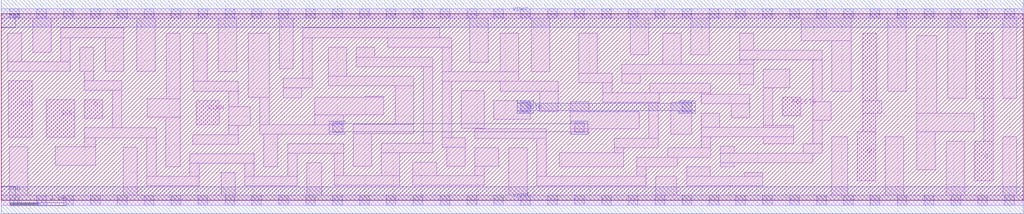
<source format=lef>
# 
# LEF OUT 
# User Name : iptguser 
# Date : Mon Feb  4 15:39:10 2013
# 
VERSION 5.6 ;
NAMESCASESENSITIVE ON ;
BUSBITCHARS "[]" ;
DIVIDERCHAR "/" ;
UNITS
  TIME NANOSECONDS 1 ;
  CAPACITANCE PICOFARADS 1 ;
  RESISTANCE OHMS 1 ;
  DATABASE MICRONS 1000 ;
END UNITS
MANUFACTURINGGRID 0.005 ;

#### end of header section  #######

SITE unithd
    SYMMETRY Y  ;
    CLASS CORE  ;
    SIZE  0.460 BY 2.720 ;
END unithd

SITE unit
    SYMMETRY Y  ;
    CLASS CORE  ;
    SIZE  0.480 BY 3.330 ;
END unit

SITE unithv
    SYMMETRY Y  ;
    CLASS CORE  ;
    SIZE  0.480 BY 4.070 ;
END unithv

######  Starting overlap layers #####
# ******** Layer OverlapCheck, type blockage, number 90 **************
LAYER OverlapCheck
  TYPE OVERLAP ;
END OverlapCheck

######  Starting routing layers - metal and via #####
# ******** Layer li1, type routing, number 56 **************
LAYER li1
  TYPE ROUTING ;
  DIRECTION VERTICAL ;
  PITCH 0.48 ;
  MINWIDTH 0.170000 ;
  WIDTH 0.170000 ;
  AREA 0.028900 ;
  SPACINGTABLE
    PARALLELRUNLENGTH 0
    WIDTH 0 0.170000 ;
  THICKNESS 0.100000 ;
  EDGECAPACITANCE 3.26 ;
  CAPACITANCE CPERSQDIST 36900000 ;
  RESISTANCE RPERSQ 12.2 ;
#  DCCURRENTDENSITY AVERAGE (no limit on this layer) ;
  ANTENNADIFFSIDEAREARATIO PWL ( ( 0.000000 75.000000 ) ( 0.012500 75.000000 ) ( 0.022500 85.125000 ) ( 22.500000 10200.000000 ) ) ;
END li1

# ******** Layer mcon, type routing, number 35 **************
LAYER mcon
  TYPE CUT ;
  SPACING 0.190000 ;
  WIDTH 0.170000 ;
  ANTENNADIFFAREARATIO PWL ( ( 0.000000 3.000000 ) ( 0.012500 3.000000 ) ( 0.022500 3.405000 ) ( 22.500000 408.000000 ) ) ;
  DCCURRENTDENSITY AVERAGE 0.36 ; # mA per via Iavg_max at Tj = 90oC
  ENCLOSURE BELOW 0.000000 0.000000 ;
  ENCLOSURE ABOVE 0.000000 0.000000 ;
END mcon

# ******** Layer met1, type routing, number 36 **************
LAYER met1
  TYPE ROUTING ;
  DIRECTION HORIZONTAL ;
  PITCH 0.37 ;
  MINENCLOSEDAREA 0.140000 ;
  MINWIDTH 0.140000 ;
  WIDTH 0.140000 ;
  AREA 0.083000 ;
  SPACINGTABLE
  PARALLELRUNLENGTH 0.000
    WIDTH 0.000 0.140000
    WIDTH 3.000000 0.280000
    ;
  THICKNESS 0.350000 ;
  EDGECAPACITANCE 1.79 ;
  CAPACITANCE CPERSQDIST 25800000 ;
  RESISTANCE RPERSQ 0.125 ;
  DCCURRENTDENSITY AVERAGE 2.8 ; # mA/um Iavg_max at Tj = 90oC
  ACCURRENTDENSITY RMS 6.1 ; # mA/um Irms_max at Tj = 90oC
  ANTENNADIFFSIDEAREARATIO PWL ( ( 0.000000 400.000000 ) ( 0.012500 400.000000 ) ( 0.022500 2609.000000 ) ( 22.500000 11600.000000 ) ) ;
END met1

# ******** Layer via, type routing, number 40 **************
LAYER via1
  TYPE CUT ;
  SPACING 0.170000 ;
  WIDTH 0.150000 ;
  ANTENNADIFFAREARATIO PWL ( ( 0.000000 6.000000 ) ( 0.012500 6.000000 ) ( 0.022500 6.810000 ) ( 22.500000 816.000000 ) ) ;
  DCCURRENTDENSITY AVERAGE 0.29 ; # mA per via Iavg_max at Tj = 90oC
  ENCLOSURE BELOW 0.000000 0.000000 ;
  ENCLOSURE ABOVE 0.000000 0.000000 ;
END via1

# ******** Layer met2, type routing, number 41 **************
LAYER met2
  TYPE ROUTING ;
  DIRECTION VERTICAL ;
  PITCH 0.48 ;
  MINENCLOSEDAREA 0.140000 ;
  MINWIDTH 0.140000 ;
  WIDTH 0.140000 ;
  AREA 0.067600 ;
  SPACINGTABLE
  PARALLELRUNLENGTH 0.000
    WIDTH 0.000 0.140000
    WIDTH 3.000000 0.280000
    ;
  THICKNESS 0.350000 ;
  EDGECAPACITANCE 1.22 ;
  CAPACITANCE CPERSQDIST 17500000 ;
  RESISTANCE RPERSQ 0.125 ;
  DCCURRENTDENSITY AVERAGE 2.8 ; # mA/um Iavg_max at Tj = 90oC
  ACCURRENTDENSITY RMS 6.1 ; # mA/um Irms_max at Tj = 90oC
  ANTENNADIFFSIDEAREARATIO PWL ( ( 0.000000 400.000000 ) ( 0.012500 400.000000 ) ( 0.022500 2609.000000 ) ( 22.500000 11600.000000 ) ) ;
END met2

# ******** Layer via2, type routing, number 44 **************
LAYER via2
  TYPE CUT ;
  SPACING 0.200000 ;
  WIDTH 0.200000 ;
  ANTENNADIFFAREARATIO PWL ( ( 0.000000 6.000000 ) ( 0.012500 6.000000 ) ( 0.022500 6.810000 ) ( 22.500000 816.000000 ) ) ;
  DCCURRENTDENSITY AVERAGE 0.48 ; # mA per via Iavg_max at Tj = 90oC
  ENCLOSURE BELOW 0.000000 0.000000 ;
  ENCLOSURE ABOVE 0.000000 0.000000 ;
END via2

# ******** Layer met3, type routing, number 34 **************
LAYER met3
  TYPE ROUTING ;
  DIRECTION HORIZONTAL ;
  PITCH 0.666 ;
  MINWIDTH 0.300000 ;
  WIDTH 0.300000 ;
  AREA 0.240000 ;
  SPACINGTABLE
  PARALLELRUNLENGTH 0.000
    WIDTH 0.000 0.300000
    WIDTH 3.000000 0.400000
    ;
  THICKNESS 0.800000 ;
  EDGECAPACITANCE 1.86 ;
  CAPACITANCE CPERSQDIST 12600000 ;
  RESISTANCE RPERSQ 0.047 ;
  DCCURRENTDENSITY AVERAGE 6.8 ; # mA/um Iavg_max at Tj = 90oC
  ACCURRENTDENSITY RMS 14.9 ; # mA/um Irms_max at Tj = 90oC
  ANTENNADIFFSIDEAREARATIO PWL ( ( 0.000000 400.000000 ) ( 0.012500 400.000000 ) ( 0.022500 2609.000000 ) ( 22.500000 11600.000000 ) ) ;
END met3

# ******** Layer via3, type routing, number 70 **************
LAYER via3
  TYPE CUT ;
  SPACING 0.200000 ;
  WIDTH 0.200000 ;
  ANTENNADIFFAREARATIO PWL ( ( 0.000000 6.000000 ) ( 0.012500 6.000000 ) ( 0.022500 6.810000 ) ( 22.500000 816.000000 ) ) ;
  DCCURRENTDENSITY AVERAGE 0.48 ; # mA per via Iavg_max at Tj = 90oC
  ENCLOSURE BELOW 0.000000 0.000000 ;
  ENCLOSURE ABOVE 0.000000 0.000000 ;
END via3

# ******** Layer met4, type routing, number 71 **************
LAYER met4
  TYPE ROUTING ;
  DIRECTION VERTICAL ;
  PITCH 0.96 ;
  MINWIDTH 0.300000 ;
  WIDTH 0.300000 ;
  AREA 0.240000 ;
  SPACINGTABLE
  PARALLELRUNLENGTH 0.000
    WIDTH 0.000 0.300000
    WIDTH 3.000000 0.400000
    ;
  THICKNESS 0.800000 ;
  EDGECAPACITANCE 1.29 ;
  CAPACITANCE CPERSQDIST 8670000 ;
  RESISTANCE RPERSQ 0.047 ;
  DCCURRENTDENSITY AVERAGE 6.8 ; # mA/um Iavg_max at Tj = 90oC
  ACCURRENTDENSITY RMS 14.9 ; # mA/um Irms_max at Tj = 90oC
  ANTENNADIFFSIDEAREARATIO PWL ( ( 0.000000 400.000000 ) ( 0.012500 400.000000 ) ( 0.022500 2609.000000 ) ( 22.500000 11600.000000 ) ) ;
END met4

# ******** Layer via4, type routing, number 58 **************
LAYER via4
  TYPE CUT ;
  SPACING 0.800000 ;
  WIDTH 0.800000 ;
  ANTENNADIFFAREARATIO PWL ( ( 0.000000 6.000000 ) ( 0.012500 6.000000 ) ( 0.022500 6.810000 ) ( 22.500000 816.000000 ) ) ;
  DCCURRENTDENSITY AVERAGE 2.49 ; # mA per via Iavg_max at Tj = 90oC
  ENCLOSURE BELOW 0.000000 0.000000 ;
  ENCLOSURE ABOVE 0.000000 0.000000 ;
END via4

# ******** Layer met5, type routing, number 72 **************
LAYER met5
  TYPE ROUTING ;
  DIRECTION HORIZONTAL ;
  PITCH 3.3 ;
  MINWIDTH 1.600000 ;
  WIDTH 1.600000 ;
  AREA 2.560000 ;
  SPACINGTABLE
    PARALLELRUNLENGTH 0
    WIDTH 0 1.600000 ;
  THICKNESS 1.200000 ;
  EDGECAPACITANCE 4.96 ;
  CAPACITANCE CPERSQDIST 6480000 ;
  RESISTANCE RPERSQ 0.047 ;
  DCCURRENTDENSITY AVERAGE 10.17 ; # mA/um Iavg_max at Tj = 90oC
  ACCURRENTDENSITY RMS 22.34 ; # mA/um Irms_max at Tj = 90oC
  ANTENNADIFFSIDEAREARATIO PWL ( ( 0.000000 400.000000 ) ( 0.012500 400.000000 ) ( 0.022500 2609.000000 ) ( 22.500000 11600.000000 ) ) ;
END met5

######  completed routing layers - metal and via #####

### Routing via cells section   ###
# Plus via rule, metals are along the prefered direction
VIA L1M1_PR DEFAULT
 LAYER mcon ;
 RECT -0.085 -0.085 0.085 0.085 ;
 LAYER li1 ;
 RECT -0.085 -0.165 -0.085 0.165 ;
 LAYER met1 ;
 RECT -0.16 -0.13 0.16 0.13 ;
END L1M1_PR

VIARULE L1M1_PR GENERATE
 LAYER li1 ;
 ENCLOSURE 0.000 0.080 ;
 LAYER met1 ;
 ENCLOSURE 0.030 0.060 ;
 LAYER mcon ;
 RECT -0.085 -0.085 0.085 0.085 ;
 SPACING 0.360 BY 0.360 ;
END L1M1_PR

# Plus via rule, metals are along the non prefered direction
VIA L1M1_PR_R DEFAULT
 LAYER mcon ;
 RECT -0.085 -0.085 0.085 0.085 ;
 LAYER li1 ;
 RECT -0.165 -0.085 0.165 0.085 ;
 LAYER met1 ;
 RECT -0.13 -0.16 0.13 0.16 ;
END L1M1_PR_R

VIARULE L1M1_PR_R GENERATE
 LAYER li1 ;
 ENCLOSURE 0.000 0.080 ;
 LAYER met1 ;
 ENCLOSURE 0.030 0.060 ;
 LAYER mcon ;
 RECT -0.085 -0.085 0.085 0.085 ;
 SPACING 0.360 BY 0.360 ;
END L1M1_PR_R

# Minus via rule, lower layer metal is along prefered direction
VIA L1M1_PR_M DEFAULT
 LAYER mcon ;
 RECT -0.085 -0.085 0.085 0.085 ;
 LAYER li1 ;
 RECT -0.085 -0.165 -0.085 0.165 ;
 LAYER met1 ;
 RECT -0.13 -0.16 0.13 0.16 ;
END L1M1_PR_M

VIARULE L1M1_PR_M GENERATE
 LAYER li1 ;
 ENCLOSURE 0.000 0.080 ;
 LAYER met1 ;
 ENCLOSURE 0.030 0.060 ;
 LAYER mcon ;
 RECT -0.085 -0.085 0.085 0.085 ;
 SPACING 0.360 BY 0.360 ;
END L1M1_PR_M

# Minus via rule, upper layer metal is along prefered direction
VIA L1M1_PR_MR DEFAULT
 LAYER mcon ;
 RECT -0.085 -0.085 0.085 0.085 ;
 LAYER li1 ;
 RECT -0.165 -0.085 0.165 0.085 ;
 LAYER met1 ;
 RECT -0.16 -0.13 0.16 0.13 ;
END L1M1_PR_MR

VIARULE L1M1_PR_MR GENERATE
 LAYER li1 ;
 ENCLOSURE 0.000 0.080 ;
 LAYER met1 ;
 ENCLOSURE 0.030 0.060 ;
 LAYER mcon ;
 RECT -0.085 -0.085 0.085 0.085 ;
 SPACING 0.360 BY 0.360 ;
END L1M1_PR_MR

# Centered via rule, we really do not want to use it
# VIA L1M1_PR_C DEFAULT
#   LAYER mcon ;
#   RECT -0.085000 -0.085000 0.085000 0.085000 ;
#   LAYER li1 ;
#   RECT -0.085000 -0.085000 0.085000 0.085000 ;
#   LAYER met1 ;
#   RECT -0.145000 -0.145000 0.145000 0.145000 ;
# END L1M1_PR_C

# VIARULE L1M1_PR_C GENERATE
#   LAYER li1 ;
#   ENCLOSURE 0.000000 0.000000 ;
#   LAYER met1 ;
#   ENCLOSURE 0.060000 0.060000 ;
#   LAYER mcon ;
#   RECT -0.085000 -0.085000 0.085000 0.085000 ;
#   SPACING 0.360000 BY 0.360000 ;
# END L1M1_PR_C

# Plus via rule, metals are along the prefered direction
VIA M1M2_PR DEFAULT
 LAYER via1 ;
 RECT -0.075 -0.075 0.075 0.075 ;
 LAYER met1 ;
 RECT -0.16 -0.13 0.16 0.13 ;
 LAYER met2 ;
 RECT -0.13 -0.16 0.13 0.16 ;
END M1M2_PR

VIARULE M1M2_PR GENERATE
 LAYER met1 ;
 ENCLOSURE 0.055 0.085 ;
 LAYER met2 ;
 ENCLOSURE 0.055 0.085 ;
 LAYER via1 ;
 RECT -0.075 -0.075 0.075 0.075 ;
 SPACING 0.320 BY 0.320 ;
END M1M2_PR

# Plus via rule, metals are along the non prefered direction
VIA M1M2_PR_R DEFAULT
 LAYER via1 ;
 RECT -0.075 -0.075 0.075 0.075 ;
 LAYER met1 ;
 RECT -0.13 -0.16 0.13 0.16 ;
 LAYER met2 ;
 RECT -0.16 -0.13 0.16 0.13 ;
END M1M2_PR_R

VIARULE M1M2_PR_R GENERATE
 LAYER met1 ;
 ENCLOSURE 0.055 0.085 ;
 LAYER met2 ;
 ENCLOSURE 0.055 0.085 ;
 LAYER via1 ;
 RECT -0.075 -0.075 0.075 0.075 ;
 SPACING 0.320 BY 0.320 ;
END M1M2_PR_R

# Minus via rule, lower layer metal is along prefered direction
VIA M1M2_PR_M DEFAULT
 LAYER via1 ;
 RECT -0.075 -0.075 0.075 0.075 ;
 LAYER met1 ;
 RECT -0.16 -0.13 0.16 0.13 ;
 LAYER met2 ;
 RECT -0.16 -0.13 0.16 0.13 ;
END M1M2_PR_M

VIARULE M1M2_PR_M GENERATE
 LAYER met1 ;
 ENCLOSURE 0.055 0.085 ;
 LAYER met2 ;
 ENCLOSURE 0.055 0.085 ;
 LAYER via1 ;
 RECT -0.075 -0.075 0.075 0.075 ;
 SPACING 0.320 BY 0.320 ;
END M1M2_PR_M

# Minus via rule, upper layer metal is along prefered direction
VIA M1M2_PR_MR DEFAULT
 LAYER via1 ;
 RECT -0.075 -0.075 0.075 0.075 ;
 LAYER met1 ;
 RECT -0.13 -0.16 0.13 0.16 ;
 LAYER met2 ;
 RECT -0.13 -0.16 0.13 0.16 ;
END M1M2_PR_MR

VIARULE M1M2_PR_MR GENERATE
 LAYER met1 ;
 ENCLOSURE 0.055 0.085 ;
 LAYER met2 ;
 ENCLOSURE 0.055 0.085 ;
 LAYER via1 ;
 RECT -0.075 -0.075 0.075 0.075 ;
 SPACING 0.320 BY 0.320 ;
END M1M2_PR_MR

# # Centered via rule, we really do not want to use it
# VIA M1M2_PR_C DEFAULT
#   LAYER via ;
#   RECT -0.075000 -0.075000 0.075000 0.075000 ;
#   LAYER met1 ;
#   RECT -0.160000 -0.160000 0.160000 0.160000 ;
#   LAYER met2 ;
#   RECT -0.160000 -0.160000 0.160000 0.160000 ;
# END M1M2_PR_C

# VIARULE M1M2_PR_C GENERATE
#   LAYER met1 ;
#   ENCLOSURE 0.085000 0.085000 ;
#   LAYER met2 ;
#   ENCLOSURE 0.085000 0.085000 ;
#   LAYER via ;
#   RECT -0.075000 -0.075000 0.075000 0.075000 ;
#   SPACING 0.320000 BY 0.320000 ;
# END M1M2_PR_C

# Plus via rule, metals are along the prefered direction
VIA M2M3_PR DEFAULT
 LAYER via2 ;
 RECT -0.1 -0.1 0.1 0.1 ;
 LAYER met2 ;
 RECT -0.14 -0.185 0.14 0.185 ;
 LAYER met3 ;
 RECT -0.165 -0.165 0.165 0.165 ;
END M2M3_PR

VIARULE M2M3_PR GENERATE
 LAYER met2 ;
 ENCLOSURE 0.040 0.085 ;
 LAYER met3 ;
 ENCLOSURE 0.065 0.065 ;
 LAYER via2 ;
 RECT -0.1 -0.1 0.1 0.1 ;
 SPACING 0.40 BY 0.40 ;
END M2M3_PR

# Plus via rule, metals are along the non prefered direction
VIA M2M3_PR_R DEFAULT
 LAYER via2 ;
 RECT -0.1 -0.1 0.1 0.1 ;
 LAYER met2 ;
 RECT -0.185 -0.14 0.185 0.14 ;
 LAYER met3 ;
 RECT -0.165 -0.165 0.165 0.165 ;
END M2M3_PR_R

VIARULE M2M3_PR_R GENERATE
 LAYER met2 ;
 ENCLOSURE 0.040 0.085 ;
 LAYER met3 ;
 ENCLOSURE 0.065 0.065 ;
 LAYER via2 ;
 RECT -0.1 -0.1 0.1 0.1 ;
 SPACING 0.40 BY 0.40 ;
END M2M3_PR_R

# Minus via rule, lower layer metal is along prefered direction
VIA M2M3_PR_M DEFAULT
  LAYER via2 ;
  RECT -0.100000 -0.100000 0.100000 0.100000 ;
  LAYER met2 ;
  RECT -0.140000 -0.185000 0.140000 0.185000 ;
  LAYER met3 ;
  RECT -0.165000 -0.165000 0.165000 0.165000 ;
END M2M3_PR_M

VIARULE M2M3_PR_M GENERATE
  LAYER met2 ;
  ENCLOSURE 0.040000 0.085000 ;
  LAYER met3 ;
  ENCLOSURE 0.065000 0.065000 ;
  LAYER via2 ;
  RECT -0.100000 -0.100000 0.100000 0.100000 ;
  SPACING 0.400000 BY 0.400000 ;
END M2M3_PR_M

# Minus via rule, upper layer metal is along prefered direction
VIA M2M3_PR_MR DEFAULT
  LAYER via2 ;
  RECT -0.100000 -0.100000 0.100000 0.100000 ;
  LAYER met2 ;
  RECT -0.185000 -0.140000 0.185000 0.140000 ;
  LAYER met3 ;
  RECT -0.165000 -0.165000 0.165000 0.165000 ;
END M2M3_PR_MR

VIARULE M2M3_PR_MR GENERATE
  LAYER met2 ;
  ENCLOSURE 0.085000 0.040000 ;
  LAYER met3 ;
  ENCLOSURE 0.065000 0.065000 ;
  LAYER via2 ;
  RECT -0.100000 -0.100000 0.100000 0.100000 ;
  SPACING 0.400000 BY 0.400000 ;
END M2M3_PR_MR

# # Centered via rule, we really do not want to use it
# VIA M2M3_PR_C DEFAULT
#   LAYER via2 ;
#   RECT -0.100000 -0.100000 0.100000 0.100000 ;
#   LAYER met2 ;
#   RECT -0.185000 -0.185000 0.185000 0.185000 ;
#   LAYER met3 ;
#   RECT -0.165000 -0.165000 0.165000 0.165000 ;
# END M2M3_PR_C

# VIARULE M2M3_PR_C GENERATE
#   LAYER met2 ;
#   ENCLOSURE 0.085000 0.085000 ;
#   LAYER met3 ;
#   ENCLOSURE 0.065000 0.065000 ;
#   LAYER via2 ;
#   RECT -0.100000 -0.100000 0.100000 0.100000 ;
#   SPACING 0.400000 BY 0.400000 ;
# END M2M3_PR_C

# Plus via rule, metals are along the prefered direction
VIA M3M4_PR DEFAULT
 LAYER via3 ;
 RECT -0.1 -0.1 0.1 0.1 ;
 LAYER met3 ;
 RECT -0.19 -0.16 0.19 0.16 ;
 LAYER met4 ;
 RECT -0.165 -0.165 0.165 0.165 ;
END M3M4_PR

VIARULE M3M4_PR GENERATE
 LAYER met3 ;
 ENCLOSURE 0.06 0.09 ;
 LAYER met4 ;
 ENCLOSURE 0.065 0.065 ;
 LAYER via3 ;
 RECT -0.1 -0.1 0.1 0.1 ;
 SPACING 0.40 BY 0.40 ;
END M3M4_PR

# Plus via rule, metals are along the non prefered direction
VIA M3M4_PR_R DEFAULT
 LAYER via3 ;
 RECT -0.1 -0.1 0.1 0.1 ;
 LAYER met3 ;
 RECT -0.16 -0.19 0.16 0.19 ;
 LAYER met4 ;
 RECT -0.165 -0.165 0.165 0.165 ;
END M3M4_PR_R

VIARULE M3M4_PR_R GENERATE
 LAYER met3 ;
 ENCLOSURE 0.06 0.09 ;
 LAYER met4 ;
 ENCLOSURE 0.065 0.065 ;
 LAYER via3 ;
 RECT -0.1 -0.1 0.1 0.1 ;
 SPACING 0.40 BY 0.40 ;
END M3M4_PR_R

# Minus via rule, lower layer metal is along prefered direction
VIA M3M4_PR_M DEFAULT
  LAYER via3 ;
  RECT -0.100000 -0.100000 0.100000 0.100000 ;
  LAYER met3 ;
  RECT -0.190000 -0.160000 0.190000 0.160000 ;
  LAYER met4 ;
  RECT -0.165000 -0.165000 0.165000 0.165000 ;
END M3M4_PR_M

VIARULE M3M4_PR_M GENERATE
  LAYER met3 ;
  ENCLOSURE 0.090000 0.060000 ;
  LAYER met4 ;
  ENCLOSURE 0.065000 0.065000 ;
  LAYER via3 ;
  RECT -0.100000 -0.100000 0.100000 0.100000 ;
  SPACING 0.400000 BY 0.400000 ;
END M3M4_PR_M

# Minus via rule, upper layer metal is along prefered direction
VIA M3M4_PR_MR DEFAULT
  LAYER via3 ;
  RECT -0.100000 -0.100000 0.100000 0.100000 ;
  LAYER met3 ;
  RECT -0.160000 -0.190000 0.160000 0.190000 ;
  LAYER met4 ;
  RECT -0.165000 -0.165000 0.165000 0.165000 ;
END M3M4_PR_MR

VIARULE M3M4_PR_MR GENERATE
  LAYER met3 ;
  ENCLOSURE 0.060000 0.090000 ;
  LAYER met4 ;
  ENCLOSURE 0.065000 0.065000 ;
  LAYER via3 ;
  RECT -0.100000 -0.100000 0.100000 0.100000 ;
  SPACING 0.400000 BY 0.400000 ;
END M3M4_PR_MR

# # Centered via rule, we really do not want to use it
# VIA M3M4_PR_C DEFAULT
#   LAYER via3 ;
#   RECT -0.100000 -0.100000 0.100000 0.100000 ;
#   LAYER met3 ;
#   RECT -0.190000 -0.190000 0.190000 0.190000 ;
#   LAYER met4 ;
#   RECT -0.165000 -0.165000 0.165000 0.165000 ;
# END M3M4_PR_C

# VIARULE M3M4_PR_C GENERATE
#   LAYER met3 ;
#   ENCLOSURE 0.090000 0.090000 ;
#   LAYER met4 ;
#   ENCLOSURE 0.065000 0.065000 ;
#   LAYER via3 ;
#   RECT -0.100000 -0.100000 0.100000 0.100000 ;
#   SPACING 0.400000 BY 0.400000 ;
# END M3M4_PR_C

# Plus via rule, metals are along the prefered direction
VIA M4M5_PR DEFAULT
 LAYER via4 ;
 RECT -0.4 -0.4 0.4 0.4 ;
 LAYER met4 ;
 RECT -0.59 -0.59 0.59 0.59 ;
 LAYER met5 ;
 RECT -0.71 -0.71 0.71 0.71 ;
END M4M5_PR

VIARULE M4M5_PR GENERATE
 LAYER met4 ;
 ENCLOSURE 0.190 0.190 ;
 LAYER met5 ;
 ENCLOSURE 0.310 0.310 ;
 LAYER via4 ;
 RECT -0.4 -0.4 0.4 0.4 ;
 SPACING 1.60 BY 1.60 ;
END M4M5_PR

# Plus via rule, metals are along the non prefered direction
VIA M4M5_PR_R DEFAULT
  LAYER via4 ;
  RECT -0.400000 -0.400000 0.400000 0.400000 ;
  LAYER met4 ;
  RECT -0.590000 -0.590000 0.590000 0.590000 ;
  LAYER met5 ;
  RECT -0.710000 -0.710000 0.710000 0.710000 ;
END M4M5_PR_R

VIARULE M4M5_PR_R GENERATE
  LAYER met4 ;
  ENCLOSURE 0.190000 0.190000 ;
  LAYER met5 ;
  ENCLOSURE 0.310000 0.310000 ;
  LAYER via4 ;
  RECT -0.400000 -0.400000 0.400000 0.400000 ;
  SPACING 1.600000 BY 1.600000 ;
END M4M5_PR_R

# Minus via rule, lower layer metal is along prefered direction
VIA M4M5_PR_M DEFAULT
  LAYER via4 ;
  RECT -0.400000 -0.400000 0.400000 0.400000 ;
  LAYER met4 ;
  RECT -0.590000 -0.590000 0.590000 0.590000 ;
  LAYER met5 ;
  RECT -0.710000 -0.710000 0.710000 0.710000 ;
END M4M5_PR_M

VIARULE M4M5_PR_M GENERATE
  LAYER met4 ;
  ENCLOSURE 0.190000 0.190000 ;
  LAYER met5 ;
  ENCLOSURE 0.310000 0.310000 ;
  LAYER via4 ;
  RECT -0.400000 -0.400000 0.400000 0.400000 ;
  SPACING 1.600000 BY 1.600000 ;
END M4M5_PR_M

# Minus via rule, upper layer metal is along prefered direction
VIA M4M5_PR_MR DEFAULT
  LAYER via4 ;
  RECT -0.400000 -0.400000 0.400000 0.400000 ;
  LAYER met4 ;
  RECT -0.590000 -0.590000 0.590000 0.590000 ;
  LAYER met5 ;
  RECT -0.710000 -0.710000 0.710000 0.710000 ;
END M4M5_PR_MR

VIARULE M4M5_PR_MR GENERATE
  LAYER met4 ;
  ENCLOSURE 0.190000 0.190000 ;
  LAYER met5 ;
  ENCLOSURE 0.310000 0.310000 ;
  LAYER via4 ;
  RECT -0.400000 -0.400000 0.400000 0.400000 ;
  SPACING 1.600000 BY 1.600000 ;
END M4M5_PR_MR

# # Centered via rule, we really do not want to use it
# VIA M4M5_PR_C DEFAULT
#   LAYER via4 ;
#   RECT -0.400000 -0.400000 0.400000 0.400000 ;
#   LAYER met4 ;
#   RECT -0.590000 -0.590000 0.590000 0.590000 ;
#   LAYER met5 ;
#   RECT -0.710000 -0.710000 0.710000 0.710000 ;
# END M4M5_PR_C

# VIARULE M4M5_PR_C GENERATE
#   LAYER met4 ;
#   ENCLOSURE 0.190000 0.190000 ;
#   LAYER met5 ;
#   ENCLOSURE 0.310000 0.310000 ;
#   LAYER via4 ;
#   RECT -0.400000 -0.400000 0.400000 0.400000 ;
#   SPACING 1.600000 BY 1.600000 ;
# END M4M5_PR_C



MACRO scs8ms_tapvgndnovpb_1
  CLASS CORE ;
  SOURCE USER ;
  ORIGIN 0 0 ;
  SIZE 0.48 BY 3.33 ;
  SYMMETRY X Y R90 ;
  SITE unit ;

  PIN vgnd
    DIRECTION INOUT ;
    USE GROUND ;
    PORT
      LAYER met1 ;
        RECT 0 -0.245 0.48 0.245 ;
    END
  END vgnd

  PIN vpwr
    DIRECTION INOUT ;
    USE POWER ;
    PORT
      LAYER met1 ;
        RECT 0 3.085 0.48 3.575 ;
    END
  END vpwr

  PIN vpb
    DIRECTION INOUT ;
    USE POWER ;
    PORT
      LAYER met1 ;
        RECT 0 3.08 0.25 3.33 ;
    END
  END vpb
  OBS
    LAYER li1 ;
      RECT 0 3.245 0.48 3.415 ;
      RECT 0.09 0.085 0.39 1.44 ;
      RECT 0 -0.085 0.48 0.085 ;
    LAYER mcon ;
      RECT 0.155 3.245 0.325 3.415 ;
      RECT 0.155 -0.085 0.325 0.085 ;
  END
END scs8ms_tapvgndnovpb_1

MACRO scs8ms_decaphe_18
  CLASS CORE ;
  SOURCE USER ;
  ORIGIN 0 0 ;
  SIZE 8.64 BY 3.33 ;
  SYMMETRY X Y ;
  SITE unit ;

  PIN vpwr
    DIRECTION INOUT ;
    USE POWER ;
    PORT
      LAYER met1 ;
        RECT 0 3.085 8.64 3.575 ;
    END
  END vpwr

  PIN vgnd
    DIRECTION INOUT ;
    USE GROUND ;
    PORT
      LAYER met1 ;
        RECT 0 -0.245 8.64 0.245 ;
    END
  END vgnd

  PIN vpb
    DIRECTION INOUT ;
    USE POWER ;
    PORT
      LAYER met1 ;
        RECT 0 3.08 0.25 3.33 ;
    END
  END vpb

  PIN vnb
    DIRECTION INOUT ;
    USE GROUND ;
    PORT
      LAYER met1 ;
        RECT 0 0 0.25 0.25 ;
    END
  END vnb
  OBS
    LAYER li1 ;
      RECT 0 3.245 8.64 3.415 ;
      RECT 0.085 1.77 8.555 3.245 ;
      RECT 1.325 1.25 2.015 1.77 ;
      RECT 3.085 1.25 3.775 1.77 ;
      RECT 4.845 1.25 5.535 1.77 ;
      RECT 6.605 1.25 7.295 1.77 ;
      RECT 0.085 1.08 1.155 1.6 ;
      RECT 0.085 0.085 8.555 1.08 ;
      RECT 2.205 1.08 2.895 1.6 ;
      RECT 3.965 1.08 4.655 1.6 ;
      RECT 5.725 1.08 6.415 1.6 ;
      RECT 7.485 1.08 8.555 1.6 ;
      RECT 0 -0.085 8.64 0.085 ;
    LAYER mcon ;
      RECT 6.875 3.245 7.045 3.415 ;
      RECT 6.875 -0.085 7.045 0.085 ;
      RECT 7.355 3.245 7.525 3.415 ;
      RECT 7.355 -0.085 7.525 0.085 ;
      RECT 7.835 3.245 8.005 3.415 ;
      RECT 7.835 -0.085 8.005 0.085 ;
      RECT 8.315 3.245 8.485 3.415 ;
      RECT 8.315 -0.085 8.485 0.085 ;
      RECT 0.155 3.245 0.325 3.415 ;
      RECT 0.155 -0.085 0.325 0.085 ;
      RECT 0.635 3.245 0.805 3.415 ;
      RECT 0.635 -0.085 0.805 0.085 ;
      RECT 1.115 3.245 1.285 3.415 ;
      RECT 1.115 -0.085 1.285 0.085 ;
      RECT 1.595 3.245 1.765 3.415 ;
      RECT 1.595 -0.085 1.765 0.085 ;
      RECT 2.075 3.245 2.245 3.415 ;
      RECT 2.075 -0.085 2.245 0.085 ;
      RECT 2.555 3.245 2.725 3.415 ;
      RECT 2.555 -0.085 2.725 0.085 ;
      RECT 3.035 3.245 3.205 3.415 ;
      RECT 3.035 -0.085 3.205 0.085 ;
      RECT 3.515 3.245 3.685 3.415 ;
      RECT 3.515 -0.085 3.685 0.085 ;
      RECT 3.995 3.245 4.165 3.415 ;
      RECT 3.995 -0.085 4.165 0.085 ;
      RECT 4.475 3.245 4.645 3.415 ;
      RECT 4.475 -0.085 4.645 0.085 ;
      RECT 4.955 3.245 5.125 3.415 ;
      RECT 4.955 -0.085 5.125 0.085 ;
      RECT 5.435 3.245 5.605 3.415 ;
      RECT 5.435 -0.085 5.605 0.085 ;
      RECT 5.915 3.245 6.085 3.415 ;
      RECT 5.915 -0.085 6.085 0.085 ;
      RECT 6.395 3.245 6.565 3.415 ;
      RECT 6.395 -0.085 6.565 0.085 ;
  END
END scs8ms_decaphe_18

MACRO scs8ms_decaphe_2
  CLASS CORE ;
  SOURCE USER ;
  ORIGIN 0 0 ;
  SIZE 0.96 BY 3.33 ;
  SYMMETRY X Y R90 ;
  SITE unit ;

  PIN vpwr
    DIRECTION INOUT ;
    USE POWER ;
    PORT
      LAYER met1 ;
        RECT 0 3.085 0.96 3.575 ;
    END
  END vpwr

  PIN vgnd
    DIRECTION INOUT ;
    USE GROUND ;
    PORT
      LAYER met1 ;
        RECT 0 -0.245 0.96 0.245 ;
    END
  END vgnd

  PIN vpb
    DIRECTION INOUT ;
    USE POWER ;
    PORT
      LAYER met1 ;
        RECT 0 3.08 0.25 3.33 ;
    END
  END vpb

  PIN vnb
    DIRECTION INOUT ;
    USE GROUND ;
    PORT
      LAYER met1 ;
        RECT 0 0 0.25 0.25 ;
    END
  END vnb
  OBS
    LAYER li1 ;
      RECT 0 3.245 0.96 3.415 ;
      RECT 0.085 1.845 0.875 3.245 ;
      RECT 0.085 0.085 0.47 1.675 ;
      RECT 0 -0.085 0.96 0.085 ;
    LAYER mcon ;
      RECT 0.635 -0.085 0.805 0.085 ;
      RECT 0.635 3.245 0.805 3.415 ;
      RECT 0.155 3.245 0.325 3.415 ;
      RECT 0.155 -0.085 0.325 0.085 ;
  END
END scs8ms_decaphe_2

MACRO scs8ms_decaphe_3
  CLASS CORE ;
  SOURCE USER ;
  ORIGIN 0 0 ;
  SIZE 1.44 BY 3.33 ;
  SYMMETRY X Y R90 ;
  SITE unit ;

  PIN vgnd
    DIRECTION INOUT ;
    USE GROUND ;
    PORT
      LAYER met1 ;
        RECT 0 -0.245 1.44 0.245 ;
    END
  END vgnd

  PIN vpwr
    DIRECTION INOUT ;
    USE POWER ;
    PORT
      LAYER met1 ;
        RECT 0 3.085 1.44 3.575 ;
    END
  END vpwr

  PIN vpb
    DIRECTION INOUT ;
    USE POWER ;
    PORT
      LAYER met1 ;
        RECT 0 3.08 0.25 3.33 ;
    END
  END vpb

  PIN vnb
    DIRECTION INOUT ;
    USE GROUND ;
    PORT
      LAYER met1 ;
        RECT 0 0 0.25 0.25 ;
    END
  END vnb
  OBS
    LAYER li1 ;
      RECT 0 3.245 1.44 3.415 ;
      RECT 0.085 1.77 1.355 3.245 ;
      RECT 0.805 1.25 1.355 1.77 ;
      RECT 0.085 1.08 0.635 1.6 ;
      RECT 0.085 0.085 1.355 1.08 ;
      RECT 0 -0.085 1.44 0.085 ;
    LAYER mcon ;
      RECT 0.155 3.245 0.325 3.415 ;
      RECT 0.155 -0.085 0.325 0.085 ;
      RECT 0.635 3.245 0.805 3.415 ;
      RECT 0.635 -0.085 0.805 0.085 ;
      RECT 1.115 3.245 1.285 3.415 ;
      RECT 1.115 -0.085 1.285 0.085 ;
  END
END scs8ms_decaphe_3

MACRO scs8ms_decaphe_4
  CLASS CORE ;
  SOURCE USER ;
  ORIGIN 0 0 ;
  SIZE 1.92 BY 3.33 ;
  SYMMETRY X Y R90 ;
  SITE unit ;

  PIN vgnd
    DIRECTION INOUT ;
    USE GROUND ;
    PORT
      LAYER met1 ;
        RECT 0 -0.245 1.92 0.245 ;
    END
  END vgnd

  PIN vpwr
    DIRECTION INOUT ;
    USE POWER ;
    PORT
      LAYER met1 ;
        RECT 0 3.085 1.92 3.575 ;
    END
  END vpwr

  PIN vpb
    DIRECTION INOUT ;
    USE POWER ;
    PORT
      LAYER met1 ;
        RECT 0 3.08 0.25 3.33 ;
    END
  END vpb

  PIN vnb
    DIRECTION INOUT ;
    USE GROUND ;
    PORT
      LAYER met1 ;
        RECT 0 0 0.25 0.25 ;
    END
  END vnb
  OBS
    LAYER li1 ;
      RECT 0 3.245 1.92 3.415 ;
      RECT 0.085 1.77 1.835 3.245 ;
      RECT 1.06 1.25 1.835 1.77 ;
      RECT 0.085 1.08 0.89 1.6 ;
      RECT 0.085 0.085 1.835 1.08 ;
      RECT 0 -0.085 1.92 0.085 ;
    LAYER mcon ;
      RECT 0.155 3.245 0.325 3.415 ;
      RECT 0.155 -0.085 0.325 0.085 ;
      RECT 0.635 3.245 0.805 3.415 ;
      RECT 0.635 -0.085 0.805 0.085 ;
      RECT 1.115 3.245 1.285 3.415 ;
      RECT 1.115 -0.085 1.285 0.085 ;
      RECT 1.595 3.245 1.765 3.415 ;
      RECT 1.595 -0.085 1.765 0.085 ;
  END
END scs8ms_decaphe_4

MACRO scs8ms_decaphe_6
  CLASS CORE ;
  SOURCE USER ;
  ORIGIN 0 0 ;
  SIZE 2.88 BY 3.33 ;
  SYMMETRY X Y R90 ;
  SITE unit ;

  PIN vgnd
    DIRECTION INOUT ;
    USE GROUND ;
    PORT
      LAYER met1 ;
        RECT 0 -0.245 2.88 0.245 ;
    END
  END vgnd

  PIN vpwr
    DIRECTION INOUT ;
    USE POWER ;
    PORT
      LAYER met1 ;
        RECT 0 3.085 2.88 3.575 ;
    END
  END vpwr

  PIN vpb
    DIRECTION INOUT ;
    USE POWER ;
    PORT
      LAYER met1 ;
        RECT 0 3.08 0.25 3.33 ;
    END
  END vpb

  PIN vnb
    DIRECTION INOUT ;
    USE GROUND ;
    PORT
      LAYER met1 ;
        RECT 0 0 0.25 0.25 ;
    END
  END vnb
  OBS
    LAYER li1 ;
      RECT 0 3.245 2.88 3.415 ;
      RECT 0.12 1.77 2.76 3.245 ;
      RECT 1.365 1.25 2.76 1.77 ;
      RECT 0.12 1.08 1.195 1.6 ;
      RECT 0.12 0.085 2.76 1.08 ;
      RECT 0 -0.085 2.88 0.085 ;
    LAYER mcon ;
      RECT 0.155 3.245 0.325 3.415 ;
      RECT 0.155 -0.085 0.325 0.085 ;
      RECT 0.635 3.245 0.805 3.415 ;
      RECT 0.635 -0.085 0.805 0.085 ;
      RECT 1.115 3.245 1.285 3.415 ;
      RECT 1.595 -0.085 1.765 0.085 ;
      RECT 2.075 3.245 2.245 3.415 ;
      RECT 2.075 -0.085 2.245 0.085 ;
      RECT 2.555 3.245 2.725 3.415 ;
      RECT 2.555 -0.085 2.725 0.085 ;
      RECT 1.115 -0.085 1.285 0.085 ;
      RECT 1.595 3.245 1.765 3.415 ;
  END
END scs8ms_decaphe_6

MACRO scs8ms_decaphe_8
  CLASS CORE ;
  SOURCE USER ;
  ORIGIN 0 0 ;
  SIZE 3.84 BY 3.33 ;
  SYMMETRY X Y R90 ;
  SITE unit ;

  PIN vpwr
    DIRECTION INOUT ;
    USE POWER ;
    PORT
      LAYER met1 ;
        RECT 0 3.085 3.84 3.575 ;
    END
  END vpwr

  PIN vgnd
    DIRECTION INOUT ;
    USE GROUND ;
    PORT
      LAYER met1 ;
        RECT 0 -0.245 3.84 0.245 ;
    END
  END vgnd

  PIN vpb
    DIRECTION INOUT ;
    USE POWER ;
    PORT
      LAYER met1 ;
        RECT 0 3.08 0.25 3.33 ;
    END
  END vpb

  PIN vnb
    DIRECTION INOUT ;
    USE GROUND ;
    PORT
      LAYER met1 ;
        RECT 0 0 0.25 0.25 ;
    END
  END vnb
  OBS
    LAYER li1 ;
      RECT 0.085 1.075 0.95 1.6 ;
      RECT 0.085 1.07 2.71 1.075 ;
      RECT 2 1.075 2.71 1.6 ;
      RECT 0.085 0.085 3.755 1.07 ;
      RECT 0 -0.085 3.84 0.085 ;
      RECT 0 3.245 3.84 3.415 ;
      RECT 0.085 1.77 3.755 3.245 ;
      RECT 1.12 1.25 1.83 1.77 ;
      RECT 2.88 1.25 3.755 1.77 ;
    LAYER mcon ;
      RECT 3.515 -0.085 3.685 0.085 ;
      RECT 2.555 3.245 2.725 3.415 ;
      RECT 3.035 -0.085 3.205 0.085 ;
      RECT 2.555 -0.085 2.725 0.085 ;
      RECT 0.635 -0.085 0.805 0.085 ;
      RECT 0.635 3.245 0.805 3.415 ;
      RECT 1.115 3.245 1.285 3.415 ;
      RECT 1.115 -0.085 1.285 0.085 ;
      RECT 1.595 3.245 1.765 3.415 ;
      RECT 1.595 -0.085 1.765 0.085 ;
      RECT 2.075 3.245 2.245 3.415 ;
      RECT 2.075 -0.085 2.245 0.085 ;
      RECT 3.515 3.245 3.685 3.415 ;
      RECT 3.035 3.245 3.205 3.415 ;
      RECT 0.155 -0.085 0.325 0.085 ;
      RECT 0.155 3.245 0.325 3.415 ;
  END
END scs8ms_decaphe_8

MACRO scs8ms_fill_diode_8
  CLASS CORE ;
  SOURCE USER ;
  ORIGIN 0 0 ;
  SIZE 3.84 BY 3.33 ;
  SYMMETRY X Y ;
  SITE unit ;

  PIN vgnd
    DIRECTION INOUT ;
    USE GROUND ;
    PORT
      LAYER met1 ;
        RECT 0 -0.245 3.84 0.245 ;
    END
  END vgnd

  PIN vpwr
    DIRECTION INOUT ;
    USE POWER ;
    PORT
      LAYER met1 ;
        RECT 0 3.085 3.84 3.575 ;
    END
  END vpwr

  PIN vpb
    DIRECTION INOUT ;
    USE POWER ;
    PORT
      LAYER met1 ;
        RECT 0 3.08 0.25 3.33 ;
    END
  END vpb

  PIN vnb
    DIRECTION INOUT ;
    USE GROUND ;
    PORT
      LAYER met1 ;
        RECT 0 0 0.25 0.25 ;
    END
  END vnb
  OBS
    LAYER li1 ;
      RECT 0 -0.085 3.84 0.085 ;
      RECT 0.135 0.085 3.705 0.58 ;
      RECT 0.135 2.75 3.705 3.245 ;
      RECT 0 3.245 3.84 3.415 ;
    LAYER mcon ;
      RECT 1.595 -0.085 1.765 0.085 ;
      RECT 1.595 3.245 1.765 3.415 ;
      RECT 1.115 -0.085 1.285 0.085 ;
      RECT 3.515 -0.085 3.685 0.085 ;
      RECT 3.515 3.245 3.685 3.415 ;
      RECT 3.035 -0.085 3.205 0.085 ;
      RECT 1.115 3.245 1.285 3.415 ;
      RECT 0.635 -0.085 0.805 0.085 ;
      RECT 3.035 3.245 3.205 3.415 ;
      RECT 0.635 3.245 0.805 3.415 ;
      RECT 0.155 -0.085 0.325 0.085 ;
      RECT 0.155 3.245 0.325 3.415 ;
      RECT 2.555 -0.085 2.725 0.085 ;
      RECT 2.555 3.245 2.725 3.415 ;
      RECT 2.075 -0.085 2.245 0.085 ;
      RECT 2.075 3.245 2.245 3.415 ;
  END
END scs8ms_fill_diode_8

MACRO scs8ms_fill_diode_4
  CLASS CORE ;
  SOURCE USER ;
  ORIGIN 0 0 ;
  SIZE 1.92 BY 3.33 ;
  SYMMETRY X Y ;
  SITE unit ;

  PIN vgnd
    DIRECTION INOUT ;
    USE GROUND ;
    PORT
      LAYER met1 ;
        RECT 0 -0.245 1.92 0.245 ;
    END
  END vgnd

  PIN vpwr
    DIRECTION INOUT ;
    USE POWER ;
    PORT
      LAYER met1 ;
        RECT 0 3.085 1.92 3.575 ;
    END
  END vpwr

  PIN vpb
    DIRECTION INOUT ;
    USE POWER ;
    PORT
      LAYER met1 ;
        RECT 0 3.08 0.25 3.33 ;
    END
  END vpb

  PIN vnb
    DIRECTION INOUT ;
    USE GROUND ;
    PORT
      LAYER met1 ;
        RECT 0 0 0.25 0.25 ;
    END
  END vnb
  OBS
    LAYER li1 ;
      RECT 0 -0.085 1.92 0.085 ;
      RECT 0.135 0.085 1.785 0.58 ;
      RECT 0.135 2.75 1.785 3.245 ;
      RECT 0 3.245 1.92 3.415 ;
    LAYER mcon ;
      RECT 1.595 3.245 1.765 3.415 ;
      RECT 0.635 3.245 0.805 3.415 ;
      RECT 1.115 -0.085 1.285 0.085 ;
      RECT 1.115 3.245 1.285 3.415 ;
      RECT 0.155 -0.085 0.325 0.085 ;
      RECT 0.155 3.245 0.325 3.415 ;
      RECT 0.635 -0.085 0.805 0.085 ;
      RECT 1.595 -0.085 1.765 0.085 ;
  END
END scs8ms_fill_diode_4

MACRO scs8ms_fill_diode_2
  CLASS CORE ;
  SOURCE USER ;
  ORIGIN 0 0 ;
  SIZE 0.96 BY 3.33 ;
  SYMMETRY X Y ;
  SITE unit ;

  PIN vgnd
    DIRECTION INOUT ;
    USE GROUND ;
    PORT
      LAYER met1 ;
        RECT 0 -0.245 0.96 0.245 ;
    END
  END vgnd

  PIN vpwr
    DIRECTION INOUT ;
    USE POWER ;
    PORT
      LAYER met1 ;
        RECT 0 3.085 0.96 3.575 ;
    END
  END vpwr

  PIN vpb
    DIRECTION INOUT ;
    USE POWER ;
    PORT
      LAYER met1 ;
        RECT 0 3.08 0.25 3.33 ;
    END
  END vpb

  PIN vnb
    DIRECTION INOUT ;
    USE GROUND ;
    PORT
      LAYER met1 ;
        RECT 0 0 0.25 0.25 ;
    END
  END vnb
  OBS
    LAYER li1 ;
      RECT 0 -0.085 0.96 0.085 ;
      RECT 0.135 0.085 0.825 0.58 ;
      RECT 0.135 2.75 0.825 3.245 ;
      RECT 0 3.245 0.96 3.415 ;
    LAYER mcon ;
      RECT 0.635 3.245 0.805 3.415 ;
      RECT 0.635 -0.085 0.805 0.085 ;
      RECT 0.155 -0.085 0.325 0.085 ;
      RECT 0.155 3.245 0.325 3.415 ;
  END
END scs8ms_fill_diode_2

MACRO scs8ms_diode_2
  CLASS CORE ANTENNACELL ;
  SOURCE USER ;
  ORIGIN 0 0 ;
  SIZE 0.96 BY 3.33 ;
  SYMMETRY X Y ;
  SITE unit ;

  PIN vgnd
    DIRECTION INOUT ;
    USE GROUND ;
    PORT
      LAYER met1 ;
        RECT 0 -0.245 0.96 0.245 ;
    END
  END vgnd

  PIN vpwr
    DIRECTION INOUT ;
    USE POWER ;
    PORT
      LAYER met1 ;
        RECT 0 3.085 0.96 3.575 ;
    END
  END vpwr

  PIN vpb
    DIRECTION INOUT ;
    USE POWER ;
    PORT
      LAYER met1 ;
        RECT 0 3.08 0.25 3.33 ;
    END
  END vpb

  PIN vnb
    DIRECTION INOUT ;
    USE GROUND ;
    PORT
      LAYER met1 ;
        RECT 0 0 0.25 0.25 ;
    END
  END vnb

  PIN DIODE
    DIRECTION INPUT ;
    PORT
      LAYER li1 ;
        RECT 0.095 0.265 0.865 3.065 ;
    END
    ANTENNADIFFAREA 0.6417 ;
  END DIODE
  OBS
    LAYER li1 ;
      RECT 0 -0.085 0.96 0.085 ;
      RECT 0 3.245 0.96 3.415 ;
    LAYER mcon ;
      RECT 0.635 3.245 0.805 3.415 ;
      RECT 0.635 -0.085 0.805 0.085 ;
      RECT 0.155 -0.085 0.325 0.085 ;
      RECT 0.155 3.245 0.325 3.415 ;
  END
END scs8ms_diode_2

MACRO scs8ms_tapmet1_2
  CLASS CORE ;
  SOURCE USER ;
  ORIGIN 0 0 ;
  SIZE 0.96 BY 3.33 ;
  SYMMETRY X Y ;
  SITE unit ;

  PIN vgnd
    DIRECTION INOUT ;
    USE GROUND ;
    PORT
      LAYER met1 ;
        RECT 0 -0.245 0.96 0.245 ;
    END
  END vgnd

  PIN vpwr
    DIRECTION INOUT ;
    USE POWER ;
    PORT
      LAYER met1 ;
        RECT 0 3.085 0.96 3.575 ;
    END
  END vpwr

  PIN vpb
    DIRECTION INOUT ;
    USE POWER ;
    PORT
      LAYER met1 ;
        RECT 0.56 2.645 0.88 2.905 ;
    END
  END vpb

  PIN vnb
    DIRECTION INOUT ;
    USE GROUND ;
    PORT
      LAYER met1 ;
        RECT 0.08 0.425 0.4 0.685 ;
    END
  END vnb
  OBS
    LAYER li1 ;
      RECT 0.09 0.265 0.87 1.105 ;
      RECT 0 -0.085 0.96 0.085 ;
      RECT 0 3.245 0.96 3.415 ;
      RECT 0.09 2.21 0.87 3.065 ;
    LAYER mcon ;
      RECT 0.635 2.69 0.805 2.86 ;
      RECT 0.635 3.245 0.805 3.415 ;
      RECT 0.635 -0.085 0.805 0.085 ;
      RECT 0.155 0.47 0.325 0.64 ;
      RECT 0.155 -0.085 0.325 0.085 ;
      RECT 0.155 3.245 0.325 3.415 ;
  END
END scs8ms_tapmet1_2

MACRO scs8ms_sedfxbp_2
  CLASS CORE ;
  SOURCE USER ;
  ORIGIN 0 0 ;
  SIZE 17.28 BY 3.33 ;
  SYMMETRY X Y ;
  SITE unit ;

  PIN DE
    DIRECTION INPUT ;
    USE SIGNAL ;
    PORT
      LAYER li1 ;
        RECT 1.565 1.45 1.905 1.78 ;
    END
    ANTENNAGATEAREA 0.318 ;
  END DE

  PIN SCE
    DIRECTION INPUT ;
    USE SIGNAL ;
    PORT
      LAYER li1 ;
        RECT 4.475 1.18 4.915 1.51 ;
    END
    ANTENNAGATEAREA 0.318 ;
  END SCE

  PIN SCD
    DIRECTION INPUT ;
    USE SIGNAL ;
    PORT
      LAYER li1 ;
        RECT 5.125 1.18 5.635 1.51 ;
    END
    ANTENNAGATEAREA 0.159 ;
  END SCD

  PIN CLK
    DIRECTION INPUT ;
    USE CLOCK ;
    PORT
      LAYER li1 ;
        RECT 6.705 1.18 7.045 1.55 ;
    END
    ANTENNAGATEAREA 0.279 ;
  END CLK

  PIN D
    DIRECTION INPUT ;
    USE SIGNAL ;
    PORT
      LAYER li1 ;
        RECT 0.425 0.98 0.835 1.99 ;
    END
    ANTENNAGATEAREA 0.159 ;
  END D

  PIN QN
    DIRECTION OUTPUT ;
    USE SIGNAL ;
    PORT
      LAYER li1 ;
        RECT 16.355 0.35 16.685 0.96 ;
        RECT 16.355 0.96 17.165 1.13 ;
        RECT 16.7 1.13 17.165 1.805 ;
        RECT 16.435 1.805 17.165 1.975 ;
        RECT 16.435 1.975 16.665 3.01 ;
    END
    ANTENNADIFFAREA 0.5432 ;
  END QN

  PIN Q
    DIRECTION OUTPUT ;
    USE SIGNAL ;
    PORT
      LAYER li1 ;
        RECT 15.485 0.35 15.825 2.15 ;
    END
    ANTENNADIFFAREA 0.5432 ;
  END Q

  PIN vgnd
    DIRECTION INOUT ;
    USE GROUND ;
    PORT
      LAYER met1 ;
        RECT 0 -0.245 17.28 0.245 ;
    END
  END vgnd

  PIN vpwr
    DIRECTION INOUT ;
    USE POWER ;
    PORT
      LAYER met1 ;
        RECT 0 3.085 17.28 3.575 ;
    END
  END vpwr

  PIN vpb
    DIRECTION INOUT ;
    USE POWER ;
    PORT
      LAYER met1 ;
        RECT 0 3.08 0.25 3.33 ;
    END
  END vpb

  PIN vnb
    DIRECTION INOUT ;
    USE GROUND ;
    PORT
      LAYER met1 ;
        RECT 0 0 0.25 0.25 ;
    END
  END vnb
  OBS
    LAYER li1 ;
      RECT 7.215 1.01 7.385 1.47 ;
      RECT 6.915 0.35 7.385 1.01 ;
      RECT 4.055 1.68 6.135 1.85 ;
      RECT 5.805 1.85 6.135 2.085 ;
      RECT 5.805 1.43 6.135 1.68 ;
      RECT 4.135 2.245 4.525 2.735 ;
      RECT 4.055 0.605 4.79 1.01 ;
      RECT 4.135 2.055 4.305 2.245 ;
      RECT 4.055 1.85 4.305 2.055 ;
      RECT 4.055 1.01 4.305 1.68 ;
      RECT 4.055 0.365 4.305 0.605 ;
      RECT 0.085 2.29 1.655 2.46 ;
      RECT 1.485 2.46 1.655 2.905 ;
      RECT 1.485 2.905 2.335 3.075 ;
      RECT 2.165 2.46 2.335 2.905 ;
      RECT 2.165 2.29 3.545 2.46 ;
      RECT 3.265 2.46 3.545 2.97 ;
      RECT 3.375 1.345 3.545 2.29 ;
      RECT 3 1.175 3.545 1.345 ;
      RECT 3 0.545 3.33 1.175 ;
      RECT 0.085 2.46 0.525 2.98 ;
      RECT 0.085 0.42 0.58 0.73 ;
      RECT 0.085 0.73 0.255 2.29 ;
      RECT 2.875 1.515 3.205 1.845 ;
      RECT 1.825 2.12 1.995 2.735 ;
      RECT 1.005 1.95 2.635 2.12 ;
      RECT 2.305 1.515 2.635 1.95 ;
      RECT 1.005 1.11 2.01 1.28 ;
      RECT 1.68 0.545 2.01 1.11 ;
      RECT 1.005 1.28 1.335 1.95 ;
      RECT 15.995 1.3 16.51 1.635 ;
      RECT 14.475 2.38 16.185 2.49 ;
      RECT 13.585 2.32 16.185 2.38 ;
      RECT 15.995 1.635 16.185 2.32 ;
      RECT 14.475 2.49 14.835 2.98 ;
      RECT 13.585 2.055 15.235 2.32 ;
      RECT 14.475 1.8 15.235 2.055 ;
      RECT 14.665 1.55 15.235 1.8 ;
      RECT 14.665 1.13 14.835 1.55 ;
      RECT 14.505 0.35 14.835 1.13 ;
      RECT 0 3.245 17.28 3.415 ;
      RECT 16.835 2.145 17.165 3.245 ;
      RECT 15.935 2.66 16.265 3.245 ;
      RECT 10.225 2.73 10.555 3.245 ;
      RECT 11.32 2.73 11.65 3.245 ;
      RECT 15.035 2.66 15.365 3.245 ;
      RECT 6.485 2.65 6.735 3.245 ;
      RECT 7.795 2.65 8.125 3.245 ;
      RECT 13.765 2.65 14.305 3.245 ;
      RECT 1.065 2.63 1.315 3.245 ;
      RECT 2.505 2.63 2.755 3.245 ;
      RECT 5.035 2.595 5.305 3.245 ;
      RECT 12.89 2.52 13.325 2.98 ;
      RECT 13.155 1.885 13.325 2.52 ;
      RECT 13.155 1.715 13.865 1.885 ;
      RECT 13.695 1.63 13.865 1.715 ;
      RECT 13.695 1.3 14.495 1.63 ;
      RECT 13.695 0.94 13.865 1.3 ;
      RECT 12.42 0.77 13.865 0.94 ;
      RECT 12.42 0.35 12.75 0.77 ;
      RECT 8.725 2.14 9.055 2.305 ;
      RECT 8.245 1.82 9.055 2.14 ;
      RECT 8.885 0.425 9.055 1.82 ;
      RECT 7.905 0.255 9.735 0.425 ;
      RECT 7.905 0.425 8.235 1.13 ;
      RECT 9.565 0.425 9.735 0.85 ;
      RECT 9.565 0.85 10.86 1.02 ;
      RECT 9.565 1.02 9.855 1.345 ;
      RECT 10.69 0.425 10.86 0.85 ;
      RECT 10.69 0.255 11.54 0.425 ;
      RECT 11.37 0.425 11.54 0.85 ;
      RECT 11.37 0.85 12.25 1.02 ;
      RECT 12.08 1.02 12.25 1.13 ;
      RECT 12.08 1.13 13.525 1.3 ;
      RECT 12.08 1.3 12.38 1.8 ;
      RECT 13.195 1.3 13.525 1.545 ;
      RECT 9.755 2.39 12.72 2.56 ;
      RECT 9.755 2.36 9.925 2.39 ;
      RECT 12.55 1.8 12.72 2.39 ;
      RECT 9.565 2.03 9.925 2.36 ;
      RECT 12.55 1.47 12.985 1.8 ;
      RECT 10.76 2.05 11.385 2.22 ;
      RECT 11.215 1.52 11.385 2.05 ;
      RECT 11.215 1.36 11.885 1.52 ;
      RECT 10.065 1.19 11.885 1.36 ;
      RECT 10.065 1.36 10.395 1.52 ;
      RECT 11.03 0.595 11.2 1.19 ;
      RECT 9.225 2.53 9.585 2.98 ;
      RECT 9.225 1.86 9.395 2.53 ;
      RECT 9.225 1.69 10.94 1.86 ;
      RECT 10.61 1.53 10.94 1.69 ;
      RECT 9.225 0.595 9.395 1.69 ;
      RECT 4.695 2.31 8.465 2.425 ;
      RECT 5.845 2.425 8.465 2.48 ;
      RECT 7.905 1.65 8.075 2.31 ;
      RECT 8.295 2.48 9.055 2.65 ;
      RECT 7.905 1.48 8.715 1.65 ;
      RECT 8.805 2.65 9.055 2.98 ;
      RECT 8.465 0.595 8.715 1.48 ;
      RECT 4.695 2.255 6.475 2.31 ;
      RECT 5.845 2.48 6.305 2.925 ;
      RECT 6.305 1.26 6.475 2.255 ;
      RECT 5.82 1.09 6.475 1.26 ;
      RECT 5.82 0.605 6.15 1.09 ;
      RECT 3.715 2.905 4.865 3.075 ;
      RECT 4.695 2.425 4.865 2.905 ;
      RECT 3.715 2.29 3.965 2.905 ;
      RECT 3.715 1.005 3.885 2.29 ;
      RECT 3.5 0.545 3.885 1.005 ;
      RECT 0 -0.085 17.28 0.085 ;
      RECT 16.855 0.085 17.115 0.79 ;
      RECT 16.005 0.085 16.175 1.13 ;
      RECT 14.065 0.6 14.335 1.12 ;
      RECT 13.32 0.085 14.335 0.6 ;
      RECT 1.07 0.085 1.4 0.81 ;
      RECT 2.18 0.085 2.51 1.005 ;
      RECT 4.96 0.085 5.29 1.01 ;
      RECT 6.415 0.085 6.745 0.92 ;
      RECT 7.555 0.085 7.725 1.13 ;
      RECT 10.27 0.085 10.52 0.68 ;
      RECT 11.71 0.085 11.96 0.68 ;
      RECT 15.065 0.085 15.315 1.13 ;
      RECT 6.855 1.82 7.655 2.14 ;
      RECT 7.215 1.47 7.655 1.82 ;
    LAYER mcon ;
      RECT 10.715 -0.085 10.885 0.085 ;
      RECT 10.715 3.245 10.885 3.415 ;
      RECT 10.235 -0.085 10.405 0.085 ;
      RECT 10.235 3.245 10.405 3.415 ;
      RECT 9.755 -0.085 9.925 0.085 ;
      RECT 9.755 3.245 9.925 3.415 ;
      RECT 9.275 -0.085 9.445 0.085 ;
      RECT 9.275 3.245 9.445 3.415 ;
      RECT 8.795 -0.085 8.965 0.085 ;
      RECT 8.795 3.245 8.965 3.415 ;
      RECT 8.315 -0.085 8.485 0.085 ;
      RECT 8.315 3.245 8.485 3.415 ;
      RECT 7.835 -0.085 8.005 0.085 ;
      RECT 7.835 3.245 8.005 3.415 ;
      RECT 7.355 -0.085 7.525 0.085 ;
      RECT 7.355 3.245 7.525 3.415 ;
      RECT 6.875 -0.085 7.045 0.085 ;
      RECT 6.875 3.245 7.045 3.415 ;
      RECT 6.395 -0.085 6.565 0.085 ;
      RECT 6.395 3.245 6.565 3.415 ;
      RECT 5.915 -0.085 6.085 0.085 ;
      RECT 5.915 3.245 6.085 3.415 ;
      RECT 5.435 -0.085 5.605 0.085 ;
      RECT 5.435 3.245 5.605 3.415 ;
      RECT 4.955 -0.085 5.125 0.085 ;
      RECT 4.955 3.245 5.125 3.415 ;
      RECT 4.475 -0.085 4.645 0.085 ;
      RECT 4.475 3.245 4.645 3.415 ;
      RECT 3.995 -0.085 4.165 0.085 ;
      RECT 3.995 3.245 4.165 3.415 ;
      RECT 3.515 -0.085 3.685 0.085 ;
      RECT 3.515 3.245 3.685 3.415 ;
      RECT 3.035 -0.085 3.205 0.085 ;
      RECT 3.035 1.58 3.205 1.75 ;
      RECT 3.035 3.245 3.205 3.415 ;
      RECT 2.555 -0.085 2.725 0.085 ;
      RECT 2.555 3.245 2.725 3.415 ;
      RECT 2.075 -0.085 2.245 0.085 ;
      RECT 2.075 3.245 2.245 3.415 ;
      RECT 1.595 -0.085 1.765 0.085 ;
      RECT 1.595 3.245 1.765 3.415 ;
      RECT 1.115 -0.085 1.285 0.085 ;
      RECT 1.115 3.245 1.285 3.415 ;
      RECT 0.635 -0.085 0.805 0.085 ;
      RECT 0.635 3.245 0.805 3.415 ;
      RECT 0.155 -0.085 0.325 0.085 ;
      RECT 0.155 3.245 0.325 3.415 ;
      RECT 16.955 -0.085 17.125 0.085 ;
      RECT 16.955 3.245 17.125 3.415 ;
      RECT 16.475 -0.085 16.645 0.085 ;
      RECT 16.475 3.245 16.645 3.415 ;
      RECT 15.995 -0.085 16.165 0.085 ;
      RECT 15.995 3.245 16.165 3.415 ;
      RECT 15.515 -0.085 15.685 0.085 ;
      RECT 15.515 3.245 15.685 3.415 ;
      RECT 15.035 -0.085 15.205 0.085 ;
      RECT 15.035 1.58 15.205 1.75 ;
      RECT 15.035 3.245 15.205 3.415 ;
      RECT 14.555 -0.085 14.725 0.085 ;
      RECT 14.555 3.245 14.725 3.415 ;
      RECT 14.075 -0.085 14.245 0.085 ;
      RECT 14.075 3.245 14.245 3.415 ;
      RECT 13.595 -0.085 13.765 0.085 ;
      RECT 13.595 3.245 13.765 3.415 ;
      RECT 13.115 -0.085 13.285 0.085 ;
      RECT 13.115 3.245 13.285 3.415 ;
      RECT 12.635 -0.085 12.805 0.085 ;
      RECT 12.635 3.245 12.805 3.415 ;
      RECT 12.155 -0.085 12.325 0.085 ;
      RECT 12.155 3.245 12.325 3.415 ;
      RECT 11.675 -0.085 11.845 0.085 ;
      RECT 11.675 3.245 11.845 3.415 ;
      RECT 11.195 -0.085 11.365 0.085 ;
      RECT 11.195 3.245 11.365 3.415 ;
    LAYER met1 ;
      RECT 2.975 1.735 3.265 1.78 ;
      RECT 2.975 1.595 15.265 1.735 ;
      RECT 14.975 1.735 15.265 1.78 ;
      RECT 2.975 1.55 3.265 1.595 ;
      RECT 14.975 1.55 15.265 1.595 ;
  END
END scs8ms_sedfxbp_2

MACRO scs8ms_sedfxtp_1
  CLASS CORE ;
  SOURCE USER ;
  ORIGIN 0 0 ;
  SIZE 15.36 BY 3.33 ;
  SYMMETRY X Y ;
  SITE unit ;

  PIN D
    DIRECTION INPUT ;
    USE SIGNAL ;
    PORT
      LAYER li1 ;
        RECT 0.425 1.11 0.805 1.78 ;
    END
    ANTENNAGATEAREA 0.159 ;
  END D

  PIN DE
    DIRECTION INPUT ;
    USE SIGNAL ;
    PORT
      LAYER li1 ;
        RECT 1.515 1.32 1.845 1.78 ;
    END
    ANTENNAGATEAREA 0.318 ;
  END DE

  PIN SCE
    DIRECTION INPUT ;
    USE SIGNAL ;
    PORT
      LAYER li1 ;
        RECT 4.4 1.18 4.73 1.51 ;
    END
    ANTENNAGATEAREA 0.318 ;
  END SCE

  PIN SCD
    DIRECTION INPUT ;
    USE SIGNAL ;
    PORT
      LAYER li1 ;
        RECT 4.925 1.18 5.28 1.745 ;
    END
    ANTENNAGATEAREA 0.159 ;
  END SCD

  PIN Q
    DIRECTION OUTPUT ;
    USE SIGNAL ;
    PORT
      LAYER li1 ;
        RECT 14.475 0.35 14.815 2.98 ;
    END
    ANTENNADIFFAREA 0.5189 ;
  END Q

  PIN CLK
    DIRECTION INPUT ;
    USE CLOCK ;
    PORT
      LAYER li1 ;
        RECT 6.33 1.18 6.66 1.55 ;
    END
    ANTENNAGATEAREA 0.279 ;
  END CLK

  PIN vgnd
    DIRECTION INOUT ;
    USE GROUND ;
    PORT
      LAYER met1 ;
        RECT 0 -0.245 15.36 0.245 ;
    END
  END vgnd

  PIN vpwr
    DIRECTION INOUT ;
    USE POWER ;
    PORT
      LAYER met1 ;
        RECT 0 3.085 15.36 3.575 ;
    END
  END vpwr

  PIN vpb
    DIRECTION INOUT ;
    USE POWER ;
    PORT
      LAYER met1 ;
        RECT 0 3.08 0.25 3.33 ;
    END
  END vpb

  PIN vnb
    DIRECTION INOUT ;
    USE GROUND ;
    PORT
      LAYER met1 ;
        RECT 0 0 0.25 0.25 ;
    END
  END vnb
  OBS
    LAYER mcon ;
      RECT 8.795 3.245 8.965 3.415 ;
      RECT 8.315 3.245 8.485 3.415 ;
      RECT 7.835 3.245 8.005 3.415 ;
      RECT 7.355 3.245 7.525 3.415 ;
      RECT 6.875 3.245 7.045 3.415 ;
      RECT 6.395 3.245 6.565 3.415 ;
      RECT 5.915 3.245 6.085 3.415 ;
      RECT 5.435 3.245 5.605 3.415 ;
      RECT 4.955 3.245 5.125 3.415 ;
      RECT 4.475 3.245 4.645 3.415 ;
      RECT 3.995 3.245 4.165 3.415 ;
      RECT 3.515 3.245 3.685 3.415 ;
      RECT 3.035 3.245 3.205 3.415 ;
      RECT 2.555 3.245 2.725 3.415 ;
      RECT 2.075 3.245 2.245 3.415 ;
      RECT 1.595 3.245 1.765 3.415 ;
      RECT 1.115 3.245 1.285 3.415 ;
      RECT 0.635 3.245 0.805 3.415 ;
      RECT 0.155 3.245 0.325 3.415 ;
      RECT 14.075 1.58 14.245 1.75 ;
      RECT 2.555 1.58 2.725 1.75 ;
      RECT 15.035 -0.085 15.205 0.085 ;
      RECT 14.555 -0.085 14.725 0.085 ;
      RECT 14.075 -0.085 14.245 0.085 ;
      RECT 13.595 -0.085 13.765 0.085 ;
      RECT 13.115 -0.085 13.285 0.085 ;
      RECT 12.635 -0.085 12.805 0.085 ;
      RECT 12.155 -0.085 12.325 0.085 ;
      RECT 11.675 -0.085 11.845 0.085 ;
      RECT 11.195 -0.085 11.365 0.085 ;
      RECT 10.715 -0.085 10.885 0.085 ;
      RECT 10.235 -0.085 10.405 0.085 ;
      RECT 9.755 -0.085 9.925 0.085 ;
      RECT 9.275 -0.085 9.445 0.085 ;
      RECT 8.795 -0.085 8.965 0.085 ;
      RECT 8.315 -0.085 8.485 0.085 ;
      RECT 7.835 -0.085 8.005 0.085 ;
      RECT 7.355 -0.085 7.525 0.085 ;
      RECT 6.875 -0.085 7.045 0.085 ;
      RECT 6.395 -0.085 6.565 0.085 ;
      RECT 5.915 -0.085 6.085 0.085 ;
      RECT 5.435 -0.085 5.605 0.085 ;
      RECT 4.955 -0.085 5.125 0.085 ;
      RECT 4.475 -0.085 4.645 0.085 ;
      RECT 3.995 -0.085 4.165 0.085 ;
      RECT 3.515 -0.085 3.685 0.085 ;
      RECT 3.035 -0.085 3.205 0.085 ;
      RECT 2.555 -0.085 2.725 0.085 ;
      RECT 2.075 -0.085 2.245 0.085 ;
      RECT 1.595 -0.085 1.765 0.085 ;
      RECT 1.115 -0.085 1.285 0.085 ;
      RECT 0.635 -0.085 0.805 0.085 ;
      RECT 0.155 -0.085 0.325 0.085 ;
      RECT 15.035 3.245 15.205 3.415 ;
      RECT 14.555 3.245 14.725 3.415 ;
      RECT 14.075 3.245 14.245 3.415 ;
      RECT 13.595 3.245 13.765 3.415 ;
      RECT 13.115 3.245 13.285 3.415 ;
      RECT 12.635 3.245 12.805 3.415 ;
      RECT 12.155 3.245 12.325 3.415 ;
      RECT 11.675 3.245 11.845 3.415 ;
      RECT 11.195 3.245 11.365 3.415 ;
      RECT 10.715 3.245 10.885 3.415 ;
      RECT 10.235 3.245 10.405 3.415 ;
      RECT 9.755 3.245 9.925 3.415 ;
      RECT 9.275 3.245 9.445 3.415 ;
    LAYER met1 ;
      RECT 2.495 1.735 2.785 1.78 ;
      RECT 2.495 1.595 14.305 1.735 ;
      RECT 14.015 1.735 14.305 1.78 ;
      RECT 2.495 1.55 2.785 1.595 ;
      RECT 14.015 1.55 14.305 1.595 ;
    LAYER li1 ;
      RECT 8.985 2.56 9.315 2.98 ;
      RECT 8.835 2.39 9.315 2.56 ;
      RECT 8.835 1.79 9.005 2.39 ;
      RECT 8.745 1.62 10.465 1.79 ;
      RECT 10.135 1.79 10.465 1.795 ;
      RECT 10.135 1.535 10.465 1.62 ;
      RECT 8.745 0.595 8.915 1.62 ;
      RECT 1.705 2.12 1.875 2.735 ;
      RECT 0.975 1.95 2.385 2.12 ;
      RECT 2.055 1.52 2.385 1.95 ;
      RECT 0.975 0.995 1.81 1.15 ;
      RECT 0.975 0.98 1.89 0.995 ;
      RECT 1.64 0.535 1.89 0.98 ;
      RECT 0.975 1.15 1.305 1.95 ;
      RECT 9.485 2.39 12.2 2.56 ;
      RECT 9.485 2.22 9.655 2.39 ;
      RECT 12.03 1.735 12.2 2.39 ;
      RECT 9.175 1.96 9.655 2.22 ;
      RECT 12.03 1.45 12.465 1.735 ;
      RECT 3.905 1.915 5.82 2.085 ;
      RECT 5.49 1.415 5.82 1.915 ;
      RECT 3.905 0.605 4.575 1.01 ;
      RECT 4.015 2.255 4.37 2.735 ;
      RECT 4.015 2.085 4.185 2.255 ;
      RECT 3.905 1.01 4.185 1.915 ;
      RECT 3.905 0.255 4.185 0.605 ;
      RECT 12.37 1.94 12.805 2.98 ;
      RECT 12.635 1.905 12.805 1.94 ;
      RECT 12.635 1.735 13.785 1.905 ;
      RECT 13.615 1.38 13.785 1.735 ;
      RECT 13.175 0.94 13.345 1.735 ;
      RECT 13.615 1.05 13.945 1.38 ;
      RECT 11.9 0.77 13.345 0.94 ;
      RECT 11.9 0.35 12.23 0.77 ;
      RECT 6.61 1.83 7.39 2.16 ;
      RECT 6.61 1.76 7 1.83 ;
      RECT 6.83 1.01 7 1.76 ;
      RECT 6.45 0.84 7 1.01 ;
      RECT 6.45 0.35 6.78 0.84 ;
      RECT 2.555 1.505 3.055 1.835 ;
      RECT 10.385 1.97 10.805 2.22 ;
      RECT 10.635 1.525 10.805 1.97 ;
      RECT 10.635 1.365 11.385 1.525 ;
      RECT 9.565 1.195 11.385 1.365 ;
      RECT 9.565 1.365 9.895 1.45 ;
      RECT 9.565 1.19 9.895 1.195 ;
      RECT 10.51 0.595 10.68 1.195 ;
      RECT 0.085 2.29 1.535 2.46 ;
      RECT 1.365 2.46 1.535 2.905 ;
      RECT 1.365 2.905 2.215 3.075 ;
      RECT 2.045 2.46 2.215 2.905 ;
      RECT 2.045 2.29 3.395 2.46 ;
      RECT 3.145 2.46 3.395 2.975 ;
      RECT 3.225 1.335 3.395 2.29 ;
      RECT 2.89 1.165 3.395 1.335 ;
      RECT 2.89 0.535 3.22 1.165 ;
      RECT 0.085 2.46 0.435 2.98 ;
      RECT 0.085 0.48 0.59 0.81 ;
      RECT 0.085 0.81 0.255 2.29 ;
      RECT 4.54 2.33 8.18 2.425 ;
      RECT 5.64 2.425 8.18 2.5 ;
      RECT 7.62 1.65 7.79 2.33 ;
      RECT 8.01 2.5 8.18 2.73 ;
      RECT 7.62 1.48 8.235 1.65 ;
      RECT 8.01 2.73 8.815 2.98 ;
      RECT 7.985 0.595 8.235 1.48 ;
      RECT 4.54 2.255 6.16 2.33 ;
      RECT 5.64 2.5 5.99 2.935 ;
      RECT 5.99 1.245 6.16 2.255 ;
      RECT 5.465 1.075 6.16 1.245 ;
      RECT 5.465 0.605 5.795 1.075 ;
      RECT 3.565 2.905 4.71 3.075 ;
      RECT 4.54 2.425 4.71 2.905 ;
      RECT 3.565 2.295 3.845 2.905 ;
      RECT 3.565 0.995 3.735 2.295 ;
      RECT 3.39 0.535 3.735 0.995 ;
      RECT 8.405 2.16 8.665 2.335 ;
      RECT 7.96 1.99 8.665 2.16 ;
      RECT 7.96 1.82 8.575 1.99 ;
      RECT 8.405 0.425 8.575 1.82 ;
      RECT 7.515 0.255 9.255 0.425 ;
      RECT 7.515 0.425 7.765 1.13 ;
      RECT 9.085 0.425 9.255 0.85 ;
      RECT 9.085 0.85 10.34 1.02 ;
      RECT 9.085 1.02 9.34 1.345 ;
      RECT 10.17 0.425 10.34 0.85 ;
      RECT 10.17 0.255 11.02 0.425 ;
      RECT 10.85 0.425 11.02 0.855 ;
      RECT 10.85 0.855 11.73 1.025 ;
      RECT 11.56 1.025 11.73 1.11 ;
      RECT 11.56 1.11 13.005 1.28 ;
      RECT 11.56 1.28 11.86 1.8 ;
      RECT 12.675 1.28 13.005 1.555 ;
      RECT 13.955 2.38 14.285 2.98 ;
      RECT 13.065 2.075 14.285 2.38 ;
      RECT 14.045 1.55 14.285 2.075 ;
      RECT 14.115 0.81 14.285 1.55 ;
      RECT 13.925 0.35 14.285 0.81 ;
      RECT 0 -0.085 15.36 0.085 ;
      RECT 14.995 0.085 15.245 1.13 ;
      RECT 1.08 0.085 1.41 0.81 ;
      RECT 2.07 0.085 2.4 0.995 ;
      RECT 4.755 0.085 5.005 1.01 ;
      RECT 6.02 0.085 6.28 0.905 ;
      RECT 7.005 0.085 7.335 0.67 ;
      RECT 9.75 0.085 10 0.68 ;
      RECT 11.19 0.085 11.44 0.685 ;
      RECT 12.8 0.085 13.755 0.6 ;
      RECT 0 3.245 15.36 3.415 ;
      RECT 15.005 1.82 15.255 3.245 ;
      RECT 9.865 2.73 10.195 3.245 ;
      RECT 10.905 2.73 11.235 3.245 ;
      RECT 6.16 2.67 6.49 3.245 ;
      RECT 7.51 2.67 7.84 3.245 ;
      RECT 13.33 2.65 13.785 3.245 ;
      RECT 0.945 2.63 1.195 3.245 ;
      RECT 2.385 2.63 2.635 3.245 ;
      RECT 4.88 2.595 5.13 3.245 ;
  END
END scs8ms_sedfxtp_1

MACRO scs8ms_sedfxtp_2
  CLASS CORE ;
  SOURCE USER ;
  ORIGIN 0 0 ;
  SIZE 16.32 BY 3.33 ;
  SYMMETRY X Y ;
  SITE unit ;

  PIN Q
    DIRECTION OUTPUT ;
    USE SIGNAL ;
    PORT
      LAYER li1 ;
        RECT 15.46 1.55 16.195 2.15 ;
        RECT 15.46 2.15 15.705 2.98 ;
        RECT 15.46 1.13 15.705 1.55 ;
        RECT 15.375 0.35 15.705 1.13 ;
    END
    ANTENNADIFFAREA 0.56 ;
  END Q

  PIN SCD
    DIRECTION INPUT ;
    USE SIGNAL ;
    PORT
      LAYER li1 ;
        RECT 4.955 1.18 5.41 1.745 ;
    END
    ANTENNAGATEAREA 0.159 ;
  END SCD

  PIN DE
    DIRECTION INPUT ;
    USE SIGNAL ;
    PORT
      LAYER li1 ;
        RECT 1.515 1.32 1.845 1.78 ;
    END
    ANTENNAGATEAREA 0.318 ;
  END DE

  PIN D
    DIRECTION INPUT ;
    USE SIGNAL ;
    PORT
      LAYER li1 ;
        RECT 0.425 0.98 0.805 1.99 ;
    END
    ANTENNAGATEAREA 0.159 ;
  END D

  PIN CLK
    DIRECTION INPUT ;
    USE CLOCK ;
    PORT
      LAYER li1 ;
        RECT 6.395 1.18 6.725 1.55 ;
    END
    ANTENNAGATEAREA 0.279 ;
  END CLK

  PIN SCE
    DIRECTION INPUT ;
    USE SIGNAL ;
    PORT
      LAYER li1 ;
        RECT 4.465 1.18 4.785 1.51 ;
    END
    ANTENNAGATEAREA 0.318 ;
  END SCE

  PIN vgnd
    DIRECTION INOUT ;
    USE GROUND ;
    PORT
      LAYER met1 ;
        RECT 0 -0.245 16.32 0.245 ;
    END
  END vgnd

  PIN vpwr
    DIRECTION INOUT ;
    USE POWER ;
    PORT
      LAYER met1 ;
        RECT 0 3.085 16.32 3.575 ;
    END
  END vpwr

  PIN vpb
    DIRECTION INOUT ;
    USE POWER ;
    PORT
      LAYER met1 ;
        RECT 0 3.08 0.25 3.33 ;
    END
  END vpb

  PIN vnb
    DIRECTION INOUT ;
    USE GROUND ;
    PORT
      LAYER met1 ;
        RECT 0 0 0.25 0.25 ;
    END
  END vnb
  OBS
    LAYER mcon ;
      RECT 8.315 -0.085 8.485 0.085 ;
      RECT 8.315 3.245 8.485 3.415 ;
      RECT 7.835 -0.085 8.005 0.085 ;
      RECT 7.835 3.245 8.005 3.415 ;
      RECT 7.355 -0.085 7.525 0.085 ;
      RECT 7.355 3.245 7.525 3.415 ;
      RECT 6.875 -0.085 7.045 0.085 ;
      RECT 6.875 3.245 7.045 3.415 ;
      RECT 6.395 -0.085 6.565 0.085 ;
      RECT 6.395 3.245 6.565 3.415 ;
      RECT 5.915 -0.085 6.085 0.085 ;
      RECT 5.915 3.245 6.085 3.415 ;
      RECT 5.435 -0.085 5.605 0.085 ;
      RECT 5.435 3.245 5.605 3.415 ;
      RECT 4.955 -0.085 5.125 0.085 ;
      RECT 4.955 3.245 5.125 3.415 ;
      RECT 4.475 -0.085 4.645 0.085 ;
      RECT 4.475 3.245 4.645 3.415 ;
      RECT 3.995 -0.085 4.165 0.085 ;
      RECT 3.995 3.245 4.165 3.415 ;
      RECT 3.515 -0.085 3.685 0.085 ;
      RECT 3.515 3.245 3.685 3.415 ;
      RECT 3.035 -0.085 3.205 0.085 ;
      RECT 3.035 3.245 3.205 3.415 ;
      RECT 2.555 -0.085 2.725 0.085 ;
      RECT 2.555 1.58 2.725 1.75 ;
      RECT 2.555 3.245 2.725 3.415 ;
      RECT 2.075 -0.085 2.245 0.085 ;
      RECT 2.075 3.245 2.245 3.415 ;
      RECT 1.595 -0.085 1.765 0.085 ;
      RECT 1.595 3.245 1.765 3.415 ;
      RECT 1.115 -0.085 1.285 0.085 ;
      RECT 1.115 3.245 1.285 3.415 ;
      RECT 0.635 -0.085 0.805 0.085 ;
      RECT 0.635 3.245 0.805 3.415 ;
      RECT 0.155 -0.085 0.325 0.085 ;
      RECT 0.155 3.245 0.325 3.415 ;
      RECT 15.995 -0.085 16.165 0.085 ;
      RECT 15.995 3.245 16.165 3.415 ;
      RECT 15.515 -0.085 15.685 0.085 ;
      RECT 15.515 3.245 15.685 3.415 ;
      RECT 15.035 -0.085 15.205 0.085 ;
      RECT 15.035 1.58 15.205 1.75 ;
      RECT 15.035 3.245 15.205 3.415 ;
      RECT 14.555 -0.085 14.725 0.085 ;
      RECT 14.555 3.245 14.725 3.415 ;
      RECT 14.075 -0.085 14.245 0.085 ;
      RECT 14.075 3.245 14.245 3.415 ;
      RECT 13.595 -0.085 13.765 0.085 ;
      RECT 13.595 3.245 13.765 3.415 ;
      RECT 13.115 -0.085 13.285 0.085 ;
      RECT 13.115 3.245 13.285 3.415 ;
      RECT 12.635 -0.085 12.805 0.085 ;
      RECT 12.635 3.245 12.805 3.415 ;
      RECT 12.155 -0.085 12.325 0.085 ;
      RECT 12.155 3.245 12.325 3.415 ;
      RECT 11.675 -0.085 11.845 0.085 ;
      RECT 11.675 3.245 11.845 3.415 ;
      RECT 11.195 -0.085 11.365 0.085 ;
      RECT 11.195 3.245 11.365 3.415 ;
      RECT 10.715 -0.085 10.885 0.085 ;
      RECT 10.715 3.245 10.885 3.415 ;
      RECT 10.235 -0.085 10.405 0.085 ;
      RECT 10.235 3.245 10.405 3.415 ;
      RECT 9.755 -0.085 9.925 0.085 ;
      RECT 9.755 3.245 9.925 3.415 ;
      RECT 9.275 -0.085 9.445 0.085 ;
      RECT 9.275 3.245 9.445 3.415 ;
      RECT 8.795 -0.085 8.965 0.085 ;
      RECT 8.795 3.245 8.965 3.415 ;
    LAYER met1 ;
      RECT 2.495 1.735 2.785 1.78 ;
      RECT 2.495 1.595 15.265 1.735 ;
      RECT 14.975 1.735 15.265 1.78 ;
      RECT 2.495 1.55 2.785 1.595 ;
      RECT 14.975 1.55 15.265 1.595 ;
    LAYER li1 ;
      RECT 1.81 2.12 1.98 2.735 ;
      RECT 0.975 1.95 2.385 2.12 ;
      RECT 2.055 1.52 2.385 1.95 ;
      RECT 0.975 0.98 1.865 1.15 ;
      RECT 1.615 0.545 1.865 0.98 ;
      RECT 0.975 1.15 1.305 1.95 ;
      RECT 0 3.245 16.32 3.415 ;
      RECT 15.875 2.32 16.205 3.245 ;
      RECT 10.215 2.73 10.545 3.245 ;
      RECT 11.31 2.73 11.65 3.245 ;
      RECT 6.36 2.71 6.695 3.245 ;
      RECT 7.755 2.71 8.085 3.245 ;
      RECT 13.69 2.65 14.23 3.245 ;
      RECT 1.05 2.63 1.3 3.245 ;
      RECT 2.49 2.63 2.74 3.245 ;
      RECT 5.01 2.595 5.26 3.245 ;
      RECT 14.96 1.95 15.29 3.245 ;
      RECT 14.4 2.47 14.75 2.98 ;
      RECT 13.51 2.3 14.75 2.47 ;
      RECT 13.51 2.095 13.84 2.3 ;
      RECT 14.58 1.78 14.75 2.3 ;
      RECT 14.58 1.55 15.235 1.78 ;
      RECT 14.58 1.29 14.75 1.55 ;
      RECT 14.315 1.12 14.75 1.29 ;
      RECT 14.315 0.35 14.645 1.12 ;
      RECT 12.9 1.925 13.25 2.98 ;
      RECT 13.08 1.755 14.41 1.925 ;
      RECT 14.08 1.925 14.41 2.13 ;
      RECT 14.08 1.46 14.41 1.755 ;
      RECT 13.62 1.02 13.79 1.755 ;
      RECT 12.39 0.85 13.79 1.02 ;
      RECT 12.39 0.35 12.72 0.85 ;
      RECT 0 -0.085 16.32 0.085 ;
      RECT 15.875 0.085 16.205 1.13 ;
      RECT 1.055 0.085 1.385 0.81 ;
      RECT 2.045 0.085 2.375 1.005 ;
      RECT 4.885 0.085 5.215 1.01 ;
      RECT 6.235 0.085 6.495 0.68 ;
      RECT 7.235 0.085 7.485 1.13 ;
      RECT 10.1 0.085 10.365 0.68 ;
      RECT 11.635 0.085 11.885 0.68 ;
      RECT 13.21 0.085 14.145 0.68 ;
      RECT 14.875 0.085 15.205 0.95 ;
      RECT 8.645 2.2 9.005 2.35 ;
      RECT 8.205 2.02 9.005 2.2 ;
      RECT 8.205 1.82 8.815 2.02 ;
      RECT 8.645 0.425 8.815 1.82 ;
      RECT 7.665 0.255 9.495 0.425 ;
      RECT 7.665 0.425 7.995 1.13 ;
      RECT 9.325 0.425 9.495 0.85 ;
      RECT 9.325 0.85 10.705 1.02 ;
      RECT 9.325 1.02 9.655 1.345 ;
      RECT 10.535 0.425 10.705 0.85 ;
      RECT 10.535 0.255 11.465 0.425 ;
      RECT 11.295 0.425 11.465 0.85 ;
      RECT 11.295 0.85 12.21 1.02 ;
      RECT 12.04 1.02 12.21 1.19 ;
      RECT 12.04 1.19 13.45 1.36 ;
      RECT 12.04 1.36 12.37 1.8 ;
      RECT 13.12 1.36 13.45 1.585 ;
      RECT 9.715 2.39 12.73 2.56 ;
      RECT 9.715 2.35 9.885 2.39 ;
      RECT 12.56 1.755 12.73 2.39 ;
      RECT 9.525 2.02 9.885 2.35 ;
      RECT 12.56 1.53 12.91 1.755 ;
      RECT 10.75 2.05 11.125 2.22 ;
      RECT 10.955 1.52 11.125 2.05 ;
      RECT 10.955 1.36 11.8 1.52 ;
      RECT 9.915 1.19 11.8 1.36 ;
      RECT 9.915 1.36 10.245 1.49 ;
      RECT 10.875 0.595 11.125 1.19 ;
      RECT 9.185 2.52 9.545 2.98 ;
      RECT 9.185 1.83 9.355 2.52 ;
      RECT 8.985 1.66 10.785 1.83 ;
      RECT 10.455 1.53 10.785 1.66 ;
      RECT 8.985 0.595 9.155 1.66 ;
      RECT 4.67 2.37 8.425 2.425 ;
      RECT 5.8 2.425 8.425 2.52 ;
      RECT 7.865 1.65 8.035 2.37 ;
      RECT 5.8 2.52 9.015 2.54 ;
      RECT 7.865 1.48 8.475 1.65 ;
      RECT 8.255 2.54 9.015 2.69 ;
      RECT 8.225 0.595 8.475 1.48 ;
      RECT 8.765 2.69 9.015 2.98 ;
      RECT 4.67 2.255 6.225 2.37 ;
      RECT 6.055 1.065 6.225 2.255 ;
      RECT 5.8 2.54 6.13 2.935 ;
      RECT 5.675 0.895 6.225 1.065 ;
      RECT 5.675 0.605 6.005 0.895 ;
      RECT 3.67 2.905 4.84 3.075 ;
      RECT 4.67 2.425 4.84 2.905 ;
      RECT 3.67 2.295 3.95 2.905 ;
      RECT 3.67 1.005 3.84 2.295 ;
      RECT 3.51 0.545 3.84 1.005 ;
      RECT 6.895 1.53 7.615 2.2 ;
      RECT 6.895 1.01 7.065 1.53 ;
      RECT 6.675 0.35 7.065 1.01 ;
      RECT 4.01 1.915 5.885 2.085 ;
      RECT 5.62 1.415 5.885 1.915 ;
      RECT 4.125 2.255 4.5 2.735 ;
      RECT 4.01 0.605 4.715 1.01 ;
      RECT 4.125 2.085 4.295 2.255 ;
      RECT 4.01 1.01 4.295 1.915 ;
      RECT 4.01 0.255 4.295 0.605 ;
      RECT 0.085 2.29 1.64 2.46 ;
      RECT 1.47 2.46 1.64 2.905 ;
      RECT 1.47 2.905 2.32 3.075 ;
      RECT 2.15 2.46 2.32 2.905 ;
      RECT 2.15 2.29 3.5 2.46 ;
      RECT 3.25 2.46 3.5 2.975 ;
      RECT 3.33 1.345 3.5 2.29 ;
      RECT 3.17 1.175 3.5 1.345 ;
      RECT 3.17 1.005 3.34 1.175 ;
      RECT 2.865 0.675 3.34 1.005 ;
      RECT 0.085 2.46 0.51 2.98 ;
      RECT 0.085 0.35 0.565 0.81 ;
      RECT 0.085 0.81 0.255 2.29 ;
      RECT 2.555 1.515 3.07 1.845 ;
  END
END scs8ms_sedfxtp_2

MACRO scs8ms_sedfxtp_4
  CLASS CORE ;
  SOURCE USER ;
  ORIGIN 0 0 ;
  SIZE 16.8 BY 3.33 ;
  SYMMETRY X Y ;
  SITE unit ;

  PIN Q
    DIRECTION OUTPUT ;
    USE SIGNAL ;
    PORT
      LAYER li1 ;
        RECT 15.075 1.09 16.675 1.34 ;
        RECT 15.165 1.34 16.675 1.82 ;
        RECT 15.995 0.575 16.2 1.09 ;
        RECT 15.075 0.56 15.325 1.09 ;
        RECT 15.065 1.82 16.675 2.15 ;
        RECT 15.065 2.15 15.285 2.98 ;
        RECT 15.97 2.15 16.185 2.98 ;
    END
    ANTENNADIFFAREA 1.0975 ;
  END Q

  PIN SCD
    DIRECTION INPUT ;
    USE SIGNAL ;
    PORT
      LAYER li1 ;
        RECT 4.955 1.18 5.37 1.745 ;
    END
    ANTENNAGATEAREA 0.159 ;
  END SCD

  PIN DE
    DIRECTION INPUT ;
    USE SIGNAL ;
    PORT
      LAYER li1 ;
        RECT 1.535 1.32 1.865 1.78 ;
    END
    ANTENNAGATEAREA 0.318 ;
  END DE

  PIN D
    DIRECTION INPUT ;
    USE SIGNAL ;
    PORT
      LAYER li1 ;
        RECT 0.425 0.98 0.825 1.99 ;
    END
    ANTENNAGATEAREA 0.159 ;
  END D

  PIN CLK
    DIRECTION INPUT ;
    USE CLOCK ;
    PORT
      LAYER li1 ;
        RECT 6.455 1.18 7.075 1.55 ;
    END
    ANTENNAGATEAREA 0.279 ;
  END CLK

  PIN SCE
    DIRECTION INPUT ;
    USE SIGNAL ;
    PORT
      LAYER li1 ;
        RECT 4.445 1.18 4.785 1.51 ;
    END
    ANTENNAGATEAREA 0.318 ;
  END SCE

  PIN vgnd
    DIRECTION INOUT ;
    USE GROUND ;
    PORT
      LAYER met1 ;
        RECT 0 -0.245 16.8 0.245 ;
    END
  END vgnd

  PIN vpwr
    DIRECTION INOUT ;
    USE POWER ;
    PORT
      LAYER met1 ;
        RECT 0 3.085 16.8 3.575 ;
    END
  END vpwr

  PIN vpb
    DIRECTION INOUT ;
    USE POWER ;
    PORT
      LAYER met1 ;
        RECT 0 3.08 0.25 3.33 ;
    END
  END vpb

  PIN vnb
    DIRECTION INOUT ;
    USE GROUND ;
    PORT
      LAYER met1 ;
        RECT 0 0 0.25 0.25 ;
    END
  END vnb
  OBS
    LAYER mcon ;
      RECT 9.275 -0.085 9.445 0.085 ;
      RECT 9.275 3.245 9.445 3.415 ;
      RECT 8.795 -0.085 8.965 0.085 ;
      RECT 8.795 3.245 8.965 3.415 ;
      RECT 8.315 -0.085 8.485 0.085 ;
      RECT 8.315 3.245 8.485 3.415 ;
      RECT 7.835 -0.085 8.005 0.085 ;
      RECT 7.835 3.245 8.005 3.415 ;
      RECT 7.355 -0.085 7.525 0.085 ;
      RECT 7.355 3.245 7.525 3.415 ;
      RECT 6.875 -0.085 7.045 0.085 ;
      RECT 6.875 3.245 7.045 3.415 ;
      RECT 6.395 -0.085 6.565 0.085 ;
      RECT 6.395 3.245 6.565 3.415 ;
      RECT 5.915 -0.085 6.085 0.085 ;
      RECT 5.915 3.245 6.085 3.415 ;
      RECT 5.435 -0.085 5.605 0.085 ;
      RECT 5.435 3.245 5.605 3.415 ;
      RECT 4.955 -0.085 5.125 0.085 ;
      RECT 4.955 3.245 5.125 3.415 ;
      RECT 4.475 -0.085 4.645 0.085 ;
      RECT 4.475 3.245 4.645 3.415 ;
      RECT 3.995 -0.085 4.165 0.085 ;
      RECT 3.995 3.245 4.165 3.415 ;
      RECT 3.515 -0.085 3.685 0.085 ;
      RECT 3.515 3.245 3.685 3.415 ;
      RECT 3.035 -0.085 3.205 0.085 ;
      RECT 3.035 3.245 3.205 3.415 ;
      RECT 2.555 -0.085 2.725 0.085 ;
      RECT 2.555 1.58 2.725 1.75 ;
      RECT 2.555 3.245 2.725 3.415 ;
      RECT 2.075 -0.085 2.245 0.085 ;
      RECT 2.075 3.245 2.245 3.415 ;
      RECT 1.595 -0.085 1.765 0.085 ;
      RECT 1.595 3.245 1.765 3.415 ;
      RECT 1.115 -0.085 1.285 0.085 ;
      RECT 1.115 3.245 1.285 3.415 ;
      RECT 0.635 -0.085 0.805 0.085 ;
      RECT 0.635 3.245 0.805 3.415 ;
      RECT 0.155 -0.085 0.325 0.085 ;
      RECT 0.155 3.245 0.325 3.415 ;
      RECT 16.475 -0.085 16.645 0.085 ;
      RECT 16.475 3.245 16.645 3.415 ;
      RECT 15.995 -0.085 16.165 0.085 ;
      RECT 15.995 3.245 16.165 3.415 ;
      RECT 15.515 -0.085 15.685 0.085 ;
      RECT 15.515 3.245 15.685 3.415 ;
      RECT 15.035 -0.085 15.205 0.085 ;
      RECT 15.035 3.245 15.205 3.415 ;
      RECT 14.555 -0.085 14.725 0.085 ;
      RECT 14.555 1.58 14.725 1.75 ;
      RECT 14.555 3.245 14.725 3.415 ;
      RECT 14.075 -0.085 14.245 0.085 ;
      RECT 14.075 3.245 14.245 3.415 ;
      RECT 13.595 -0.085 13.765 0.085 ;
      RECT 13.595 3.245 13.765 3.415 ;
      RECT 13.115 -0.085 13.285 0.085 ;
      RECT 13.115 3.245 13.285 3.415 ;
      RECT 12.635 -0.085 12.805 0.085 ;
      RECT 12.635 3.245 12.805 3.415 ;
      RECT 12.155 -0.085 12.325 0.085 ;
      RECT 12.155 3.245 12.325 3.415 ;
      RECT 11.675 -0.085 11.845 0.085 ;
      RECT 11.675 3.245 11.845 3.415 ;
      RECT 11.195 -0.085 11.365 0.085 ;
      RECT 11.195 3.245 11.365 3.415 ;
      RECT 10.715 -0.085 10.885 0.085 ;
      RECT 10.715 3.245 10.885 3.415 ;
      RECT 10.235 -0.085 10.405 0.085 ;
      RECT 10.235 3.245 10.405 3.415 ;
      RECT 9.755 -0.085 9.925 0.085 ;
      RECT 9.755 3.245 9.925 3.415 ;
    LAYER met1 ;
      RECT 2.495 1.735 2.785 1.78 ;
      RECT 2.495 1.595 14.785 1.735 ;
      RECT 14.495 1.735 14.785 1.78 ;
      RECT 2.495 1.55 2.785 1.595 ;
      RECT 14.495 1.55 14.785 1.595 ;
    LAYER li1 ;
      RECT 3.995 1.915 5.86 2.085 ;
      RECT 5.58 1.415 5.86 1.915 ;
      RECT 4.105 2.255 4.46 2.735 ;
      RECT 3.995 0.605 4.585 1.01 ;
      RECT 4.105 2.085 4.275 2.255 ;
      RECT 3.995 1.01 4.275 1.915 ;
      RECT 3.995 0.255 4.275 0.605 ;
      RECT 0.085 2.29 1.625 2.46 ;
      RECT 1.455 2.46 1.625 2.905 ;
      RECT 1.455 2.905 2.305 3.075 ;
      RECT 2.135 2.46 2.305 2.905 ;
      RECT 2.135 2.29 3.485 2.46 ;
      RECT 3.235 2.46 3.485 2.975 ;
      RECT 3.315 1.345 3.485 2.29 ;
      RECT 2.85 1.175 3.485 1.345 ;
      RECT 2.85 0.545 3.18 1.175 ;
      RECT 0.085 2.46 0.495 2.98 ;
      RECT 0.085 0.34 0.55 0.81 ;
      RECT 0.085 0.81 0.255 2.29 ;
      RECT 2.535 1.52 3.055 1.85 ;
      RECT 1.795 2.12 1.965 2.735 ;
      RECT 0.995 1.95 2.365 2.12 ;
      RECT 2.115 1.52 2.365 1.95 ;
      RECT 0.995 0.98 1.85 1.15 ;
      RECT 1.6 0.545 1.85 0.98 ;
      RECT 0.995 1.15 1.325 1.95 ;
      RECT 0 3.245 16.8 3.415 ;
      RECT 16.365 2.32 16.695 3.245 ;
      RECT 9.96 2.73 10.29 3.245 ;
      RECT 10.995 2.73 11.325 3.245 ;
      RECT 6.26 2.675 6.59 3.245 ;
      RECT 7.61 2.675 7.94 3.245 ;
      RECT 13.335 2.65 13.875 3.245 ;
      RECT 1.035 2.63 1.285 3.245 ;
      RECT 2.475 2.63 2.725 3.245 ;
      RECT 4.97 2.595 5.22 3.245 ;
      RECT 14.565 1.95 14.895 3.245 ;
      RECT 15.465 2.32 15.795 3.245 ;
      RECT 0 -0.085 16.8 0.085 ;
      RECT 16.37 0.085 16.7 0.92 ;
      RECT 7.095 0.085 7.425 0.67 ;
      RECT 9.84 0.085 10.09 0.69 ;
      RECT 11.28 0.085 11.53 0.69 ;
      RECT 12.855 0.085 13.835 0.68 ;
      RECT 14.565 0.085 14.895 1.34 ;
      RECT 15.495 0.085 15.825 0.92 ;
      RECT 4.765 0.085 5.095 1.01 ;
      RECT 6.11 0.085 6.36 0.905 ;
      RECT 2.03 0.085 2.36 1.005 ;
      RECT 1.04 0.085 1.37 0.81 ;
      RECT 14.045 2.35 14.395 2.98 ;
      RECT 13.155 2.18 14.395 2.35 ;
      RECT 13.155 2.095 13.485 2.18 ;
      RECT 14.225 1.78 14.395 2.18 ;
      RECT 14.225 1.55 14.755 1.78 ;
      RECT 14.225 0.81 14.395 1.55 ;
      RECT 14.005 0.35 14.395 0.81 ;
      RECT 12.465 1.925 12.895 2.98 ;
      RECT 12.725 1.755 14.055 1.925 ;
      RECT 13.725 1.925 14.055 1.99 ;
      RECT 13.265 1.02 14.055 1.755 ;
      RECT 12.035 0.99 14.055 1.02 ;
      RECT 13.725 0.98 14.055 0.99 ;
      RECT 12.035 0.85 13.435 0.99 ;
      RECT 12.035 0.35 12.365 0.85 ;
      RECT 8.495 2.165 8.83 2.335 ;
      RECT 8.06 1.995 8.83 2.165 ;
      RECT 8.06 1.82 8.665 1.995 ;
      RECT 8.495 0.425 8.665 1.82 ;
      RECT 7.605 0.255 9.505 0.425 ;
      RECT 7.605 0.425 7.855 1.13 ;
      RECT 9.175 0.425 9.505 0.86 ;
      RECT 9.175 0.86 10.43 1.03 ;
      RECT 9.175 1.03 9.505 1.255 ;
      RECT 10.26 0.425 10.43 0.86 ;
      RECT 10.26 0.255 11.11 0.425 ;
      RECT 10.94 0.425 11.11 0.86 ;
      RECT 10.94 0.86 11.855 1.03 ;
      RECT 11.685 1.03 11.855 1.19 ;
      RECT 11.685 1.19 13.095 1.36 ;
      RECT 11.685 1.36 11.955 1.8 ;
      RECT 12.765 1.36 13.095 1.585 ;
      RECT 9.53 2.39 12.295 2.56 ;
      RECT 9.53 2.33 9.7 2.39 ;
      RECT 12.125 1.755 12.295 2.39 ;
      RECT 9.34 2 9.7 2.33 ;
      RECT 12.125 1.53 12.555 1.755 ;
      RECT 10.475 1.97 10.925 2.22 ;
      RECT 10.755 1.53 10.925 1.97 ;
      RECT 10.755 1.37 11.475 1.53 ;
      RECT 9.715 1.2 11.475 1.37 ;
      RECT 9.715 1.37 10.045 1.405 ;
      RECT 10.6 0.595 10.77 1.2 ;
      RECT 9 2.52 9.36 2.98 ;
      RECT 9 1.8 9.17 2.52 ;
      RECT 8.835 1.63 10.585 1.8 ;
      RECT 10.255 1.54 10.585 1.63 ;
      RECT 8.835 0.595 9.005 1.63 ;
      RECT 4.63 2.335 8.325 2.425 ;
      RECT 5.73 2.425 8.325 2.505 ;
      RECT 7.72 1.65 7.89 2.335 ;
      RECT 8.155 2.505 8.83 2.98 ;
      RECT 7.72 1.48 8.325 1.65 ;
      RECT 8.075 0.595 8.325 1.48 ;
      RECT 4.63 2.255 6.2 2.335 ;
      RECT 5.73 2.505 6.06 2.935 ;
      RECT 6.03 1.245 6.2 2.255 ;
      RECT 5.555 1.075 6.2 1.245 ;
      RECT 5.555 0.605 5.885 1.075 ;
      RECT 3.655 2.905 4.8 3.075 ;
      RECT 4.63 2.425 4.8 2.905 ;
      RECT 3.655 2.295 3.935 2.905 ;
      RECT 3.655 1.005 3.825 2.295 ;
      RECT 3.35 0.675 3.825 1.005 ;
      RECT 6.71 1.785 7.49 2.165 ;
      RECT 7.245 1.01 7.415 1.785 ;
      RECT 6.54 0.84 7.415 1.01 ;
      RECT 6.54 0.35 6.87 0.84 ;
  END
END scs8ms_sedfxtp_4

MACRO scs8ms_tap_1
  CLASS CORE ;
  SOURCE USER ;
  ORIGIN 0 0 ;
  SIZE 0.48 BY 3.33 ;
  SYMMETRY X Y ;
  SITE unit ;

  PIN vpb
    DIRECTION INOUT ;
    USE POWER ;
    PORT
      LAYER li1 ;
        RECT 0.09 1.89 0.39 3.065 ;
    END
  END vpb

  PIN vnb
    DIRECTION INOUT ;
    USE GROUND ;
    PORT
      LAYER li1 ;
        RECT 0.09 0.265 0.39 1.44 ;
    END
  END vnb

  PIN vgnd
    DIRECTION INOUT ;
    USE GROUND ;
    PORT
      LAYER met1 ;
        RECT 0 -0.245 0.48 0.245 ;
    END
  END vgnd

  PIN vpwr
    DIRECTION INOUT ;
    USE POWER ;
    PORT
      LAYER met1 ;
        RECT 0 3.085 0.48 3.575 ;
    END
  END vpwr
  OBS
    LAYER li1 ;
      RECT 0 -0.085 0.48 0.085 ;
      RECT 0 3.245 0.48 3.415 ;
    LAYER mcon ;
      RECT 0.155 -0.085 0.325 0.085 ;
      RECT 0.155 3.245 0.325 3.415 ;
  END
END scs8ms_tap_1

MACRO scs8ms_tap_2
  CLASS CORE ;
  SOURCE USER ;
  ORIGIN 0 0 ;
  SIZE 0.96 BY 3.33 ;
  SYMMETRY X Y ;
  SITE unit ;

  PIN vpb
    DIRECTION INOUT ;
    USE POWER ;
    PORT
      LAYER li1 ;
        RECT 0.09 1.89 0.87 3.065 ;
    END
  END vpb

  PIN vnb
    DIRECTION INOUT ;
    USE GROUND ;
    PORT
      LAYER li1 ;
        RECT 0.09 0.265 0.87 1.44 ;
    END
  END vnb

  PIN vgnd
    DIRECTION INOUT ;
    USE GROUND ;
    PORT
      LAYER met1 ;
        RECT 0 -0.245 0.96 0.245 ;
    END
  END vgnd

  PIN vpwr
    DIRECTION INOUT ;
    USE POWER ;
    PORT
      LAYER met1 ;
        RECT 0 3.085 0.96 3.575 ;
    END
  END vpwr
  OBS
    LAYER li1 ;
      RECT 0 -0.085 0.96 0.085 ;
      RECT 0 3.245 0.96 3.415 ;
    LAYER mcon ;
      RECT 0.635 3.245 0.805 3.415 ;
      RECT 0.635 -0.085 0.805 0.085 ;
      RECT 0.155 -0.085 0.325 0.085 ;
      RECT 0.155 3.245 0.325 3.415 ;
  END
END scs8ms_tap_2

MACRO scs8ms_tapvgnd2_1
  CLASS CORE ;
  SOURCE USER ;
  ORIGIN 0 0 ;
  SIZE 0.48 BY 3.33 ;
  SYMMETRY X Y ;
  SITE unit ;

  PIN vgnd
    DIRECTION INOUT ;
    USE GROUND ;
    PORT
      LAYER met1 ;
        RECT 0 -0.245 0.48 0.245 ;
    END
  END vgnd

  PIN vpwr
    DIRECTION INOUT ;
    USE POWER ;
    PORT
      LAYER met1 ;
        RECT 0 3.085 0.48 3.575 ;
    END
  END vpwr

  PIN vpb
    DIRECTION INOUT ;
    USE POWER ;
    PORT
      LAYER met1 ;
        RECT 0.08 2.275 0.4 2.535 ;
    END
    PORT
      LAYER met1 ;
        RECT 0 3.08 0.25 3.33 ;
    END
  END vpb
  OBS
    LAYER li1 ;
      RECT 0 3.245 0.48 3.415 ;
      RECT 0.09 0.085 0.39 1.44 ;
      RECT 0 -0.085 0.48 0.085 ;
      RECT 0.09 1.89 0.39 3.065 ;
    LAYER mcon ;
      RECT 0.155 2.32 0.325 2.49 ;
      RECT 0.155 3.245 0.325 3.415 ;
      RECT 0.155 -0.085 0.325 0.085 ;
  END
END scs8ms_tapvgnd2_1

MACRO scs8ms_tapvgnd_1
  CLASS CORE ;
  SOURCE USER ;
  ORIGIN 0 0 ;
  SIZE 0.48 BY 3.33 ;
  SYMMETRY X Y ;
  SITE unit ;

  PIN vgnd
    DIRECTION INOUT ;
    USE GROUND ;
    PORT
      LAYER met1 ;
        RECT 0 -0.245 0.48 0.245 ;
    END
  END vgnd

  PIN vpwr
    DIRECTION INOUT ;
    USE POWER ;
    PORT
      LAYER met1 ;
        RECT 0 3.085 0.48 3.575 ;
    END
  END vpwr

  PIN vpb
    DIRECTION INOUT ;
    USE POWER ;
    PORT
      LAYER met1 ;
        RECT 0.08 2.645 0.4 2.905 ;
    END
    PORT
      LAYER met1 ;
        RECT 0 3.08 0.25 3.33 ;
    END
  END vpb
  OBS
    LAYER li1 ;
      RECT 0 3.245 0.48 3.415 ;
      RECT 0.09 0.085 0.39 1.44 ;
      RECT 0 -0.085 0.48 0.085 ;
      RECT 0.09 1.89 0.39 3.065 ;
    LAYER mcon ;
      RECT 0.155 2.69 0.325 2.86 ;
      RECT 0.155 3.245 0.325 3.415 ;
      RECT 0.155 -0.085 0.325 0.085 ;
  END
END scs8ms_tapvgnd_1

MACRO scs8ms_tapvpwrvgnd_1
  CLASS CORE ;
  SOURCE USER ;
  ORIGIN 0 0 ;
  SIZE 0.48 BY 3.33 ;
  SYMMETRY X Y ;
  SITE unit ;

  PIN vgnd
    DIRECTION INOUT ;
    USE GROUND ;
    PORT
      LAYER met1 ;
        RECT 0 -0.245 0.48 0.245 ;
    END
  END vgnd

  PIN vpwr
    DIRECTION INOUT ;
    USE POWER ;
    PORT
      LAYER met1 ;
        RECT 0 3.085 0.48 3.575 ;
    END
  END vpwr
  OBS
    LAYER li1 ;
      RECT 0 3.245 0.48 3.415 ;
      RECT 0.09 2.205 0.39 3.245 ;
      RECT 0.09 0.085 0.39 1.105 ;
      RECT 0 -0.085 0.48 0.085 ;
    LAYER mcon ;
      RECT 0.155 -0.085 0.325 0.085 ;
      RECT 0.155 3.245 0.325 3.415 ;
  END
END scs8ms_tapvpwrvgnd_1

MACRO scs8ms_xnor2_1
  CLASS CORE ;
  SOURCE USER ;
  ORIGIN 0 0 ;
  SIZE 3.36 BY 3.33 ;
  SYMMETRY X Y ;
  SITE unit ;

  PIN B
    DIRECTION INPUT ;
    USE SIGNAL ;
    PORT
      LAYER li1 ;
        RECT 0.945 1.435 1.345 1.78 ;
        RECT 1.175 1.78 1.345 1.95 ;
        RECT 1.175 1.95 2.185 2.12 ;
        RECT 2.015 1.68 2.185 1.95 ;
        RECT 2.015 1.35 2.465 1.68 ;
    END
    ANTENNAGATEAREA 0.501 ;
  END B

  PIN Y
    DIRECTION OUTPUT ;
    USE SIGNAL ;
    PORT
      LAYER li1 ;
        RECT 2.045 2.29 2.685 2.98 ;
        RECT 2.355 2.02 2.685 2.29 ;
        RECT 2.355 1.85 3.275 2.02 ;
        RECT 3.105 1.13 3.275 1.85 ;
        RECT 2.975 0.35 3.275 1.13 ;
    END
    ANTENNADIFFAREA 0.6998 ;
  END Y

  PIN A
    DIRECTION INPUT ;
    USE SIGNAL ;
    PORT
      LAYER li1 ;
        RECT 1.515 1.35 1.845 1.78 ;
    END
    ANTENNAGATEAREA 0.501 ;
  END A

  PIN vgnd
    DIRECTION INOUT ;
    USE GROUND ;
    PORT
      LAYER met1 ;
        RECT 0 -0.245 3.36 0.245 ;
    END
  END vgnd

  PIN vpwr
    DIRECTION INOUT ;
    USE POWER ;
    PORT
      LAYER met1 ;
        RECT 0 3.085 3.36 3.575 ;
    END
  END vpwr

  PIN vpb
    DIRECTION INOUT ;
    USE POWER ;
    PORT
      LAYER met1 ;
        RECT 0 3.08 0.25 3.33 ;
    END
  END vpb

  PIN vnb
    DIRECTION INOUT ;
    USE GROUND ;
    PORT
      LAYER met1 ;
        RECT 0 0 0.25 0.25 ;
    END
  END vnb
  OBS
    LAYER li1 ;
      RECT 0 3.245 3.36 3.415 ;
      RECT 2.855 2.19 3.185 3.245 ;
      RECT 0.175 2.29 0.505 3.245 ;
      RECT 0.175 1.905 0.425 2.29 ;
      RECT 1.415 2.29 1.745 3.245 ;
      RECT 0 -0.085 3.36 0.085 ;
      RECT 0.105 0.085 0.435 1.255 ;
      RECT 1.935 0.085 2.265 0.5 ;
      RECT 0.605 1.085 2.805 1.18 ;
      RECT 2.635 1.18 2.805 1.3 ;
      RECT 0.895 1.01 2.805 1.085 ;
      RECT 2.635 1.3 2.935 1.63 ;
      RECT 0.605 1.255 0.775 1.95 ;
      RECT 0.675 2.12 1.005 2.785 ;
      RECT 0.605 1.95 1.005 2.12 ;
      RECT 0.605 1.18 1.225 1.255 ;
      RECT 0.895 0.575 1.225 1.01 ;
      RECT 1.435 0.67 2.77 0.84 ;
      RECT 1.435 0.51 1.765 0.67 ;
      RECT 2.44 0.51 2.77 0.67 ;
    LAYER mcon ;
      RECT 3.035 -0.085 3.205 0.085 ;
      RECT 3.035 3.245 3.205 3.415 ;
      RECT 2.555 -0.085 2.725 0.085 ;
      RECT 2.555 3.245 2.725 3.415 ;
      RECT 2.075 -0.085 2.245 0.085 ;
      RECT 2.075 3.245 2.245 3.415 ;
      RECT 1.595 -0.085 1.765 0.085 ;
      RECT 1.595 3.245 1.765 3.415 ;
      RECT 1.115 -0.085 1.285 0.085 ;
      RECT 1.115 3.245 1.285 3.415 ;
      RECT 0.635 -0.085 0.805 0.085 ;
      RECT 0.635 3.245 0.805 3.415 ;
      RECT 0.155 -0.085 0.325 0.085 ;
      RECT 0.155 3.245 0.325 3.415 ;
  END
END scs8ms_xnor2_1

MACRO scs8ms_xnor2_2
  CLASS CORE ;
  SOURCE USER ;
  ORIGIN 0 0 ;
  SIZE 5.28 BY 3.33 ;
  SYMMETRY X Y ;
  SITE unit ;

  PIN A
    DIRECTION INPUT ;
    USE SIGNAL ;
    PORT
      LAYER li1 ;
        RECT 4.445 1.35 4.855 1.68 ;
        RECT 4.445 1.68 4.675 1.72 ;
        RECT 3.025 1.72 4.675 1.89 ;
        RECT 3.025 1.55 3.355 1.72 ;
        RECT 3.005 1.18 3.355 1.55 ;
    END
    ANTENNAGATEAREA 0.819 LAYER met1 ;
    ANTENNAPARTIALMETALSIDEAREA 2.107 LAYER met1 ;
  END A

  PIN B
    DIRECTION INPUT ;
    USE SIGNAL ;
    PORT
      LAYER li1 ;
        RECT 3.925 1.18 4.255 1.55 ;
        RECT 3.925 1.01 5.195 1.18 ;
        RECT 5.025 1.18 5.195 2.06 ;
        RECT 2.605 2.06 5.195 2.23 ;
        RECT 2.605 1.89 2.775 2.06 ;
        RECT 1.345 1.72 2.775 1.89 ;
        RECT 1.345 1.35 1.675 1.72 ;
    END
    ANTENNAGATEAREA 0.819 ;
  END B

  PIN Y
    DIRECTION OUTPUT ;
    USE SIGNAL ;
    PORT
      LAYER li1 ;
        RECT 0.085 2.4 4.135 2.49 ;
        RECT 2.045 2.49 4.135 2.57 ;
        RECT 0.085 2.32 2.435 2.4 ;
        RECT 2.045 2.06 2.435 2.32 ;
        RECT 2.045 2.57 2.435 2.98 ;
        RECT 3.805 2.57 4.135 2.735 ;
        RECT 0.085 1.01 0.255 2.32 ;
        RECT 0.085 0.84 0.835 1.01 ;
        RECT 0.665 0.425 0.835 0.84 ;
        RECT 0.665 0.255 2.575 0.425 ;
        RECT 2.19 0.425 2.575 0.5 ;
    END
    ANTENNADIFFAREA 1.0728 ;
  END Y

  PIN vgnd
    DIRECTION INOUT ;
    USE GROUND ;
    PORT
      LAYER met1 ;
        RECT 0 -0.245 5.28 0.245 ;
    END
  END vgnd

  PIN vpwr
    DIRECTION INOUT ;
    USE POWER ;
    PORT
      LAYER met1 ;
        RECT 0 3.085 5.28 3.575 ;
    END
  END vpwr

  PIN vpb
    DIRECTION INOUT ;
    USE POWER ;
    PORT
      LAYER met1 ;
        RECT 0 3.08 0.25 3.33 ;
    END
  END vpb

  PIN vnb
    DIRECTION INOUT ;
    USE GROUND ;
    PORT
      LAYER met1 ;
        RECT 0 0 0.25 0.25 ;
    END
  END vnb
  OBS
    LAYER met1 ;
      RECT 0.575 1.365 0.865 1.41 ;
      RECT 0.575 1.225 3.265 1.365 ;
      RECT 2.975 1.365 3.265 1.41 ;
      RECT 0.575 1.18 0.865 1.225 ;
      RECT 2.975 1.18 3.265 1.225 ;
    LAYER li1 ;
      RECT 0 -0.085 5.28 0.085 ;
      RECT 3.265 0.085 3.6 0.5 ;
      RECT 4.31 0.085 4.655 0.5 ;
      RECT 0.115 0.085 0.495 0.67 ;
      RECT 0 3.245 5.28 3.415 ;
      RECT 4.805 2.4 5.135 3.245 ;
      RECT 0.115 2.66 0.445 3.245 ;
      RECT 1.23 2.66 1.875 3.245 ;
      RECT 2.64 2.74 2.97 3.245 ;
      RECT 3.26 2.905 4.635 3.075 ;
      RECT 4.305 2.4 4.635 2.905 ;
      RECT 3.26 2.74 3.6 2.905 ;
      RECT 2.755 0.84 3.085 1.01 ;
      RECT 1.68 0.67 5.165 0.84 ;
      RECT 3.78 0.49 4.11 0.67 ;
      RECT 4.835 0.49 5.165 0.67 ;
      RECT 2.755 0.35 3.085 0.67 ;
      RECT 1.68 0.595 2.01 0.67 ;
      RECT 1.005 1.01 2.585 1.18 ;
      RECT 1.915 1.18 2.585 1.55 ;
      RECT 1.005 0.635 1.45 1.01 ;
      RECT 0.65 1.82 1.175 2.15 ;
      RECT 1.005 1.18 1.175 1.82 ;
      RECT 0.425 1.18 0.835 1.55 ;
    LAYER mcon ;
      RECT 3.035 1.21 3.205 1.38 ;
      RECT 0.635 1.21 0.805 1.38 ;
      RECT 4.955 -0.085 5.125 0.085 ;
      RECT 4.475 -0.085 4.645 0.085 ;
      RECT 3.995 -0.085 4.165 0.085 ;
      RECT 3.515 -0.085 3.685 0.085 ;
      RECT 3.035 -0.085 3.205 0.085 ;
      RECT 2.555 -0.085 2.725 0.085 ;
      RECT 2.075 -0.085 2.245 0.085 ;
      RECT 1.595 -0.085 1.765 0.085 ;
      RECT 1.115 -0.085 1.285 0.085 ;
      RECT 0.635 -0.085 0.805 0.085 ;
      RECT 0.155 -0.085 0.325 0.085 ;
      RECT 4.955 3.245 5.125 3.415 ;
      RECT 4.475 3.245 4.645 3.415 ;
      RECT 3.995 3.245 4.165 3.415 ;
      RECT 3.515 3.245 3.685 3.415 ;
      RECT 3.035 3.245 3.205 3.415 ;
      RECT 2.555 3.245 2.725 3.415 ;
      RECT 2.075 3.245 2.245 3.415 ;
      RECT 1.595 3.245 1.765 3.415 ;
      RECT 1.115 3.245 1.285 3.415 ;
      RECT 0.635 3.245 0.805 3.415 ;
      RECT 0.155 3.245 0.325 3.415 ;
  END
END scs8ms_xnor2_2

MACRO scs8ms_xnor2_4
  CLASS CORE ;
  SOURCE USER ;
  ORIGIN 0 0 ;
  SIZE 9.12 BY 3.33 ;
  SYMMETRY X Y ;
  SITE unit ;

  PIN A
    DIRECTION INPUT ;
    USE SIGNAL ;
    PORT
      LAYER li1 ;
        RECT 4.445 1.35 5.835 1.775 ;
    END
    ANTENNAGATEAREA 1.56 LAYER met1 ;
    ANTENNAPARTIALMETALSIDEAREA 2.779 LAYER met1 ;
  END A

  PIN B
    DIRECTION INPUT ;
    USE SIGNAL ;
    PORT
      LAYER li1 ;
        RECT 6.365 1.35 8.155 1.765 ;
        RECT 6.365 1.765 6.535 1.945 ;
        RECT 1.985 1.945 6.535 2.115 ;
        RECT 1.985 1.68 2.155 1.945 ;
        RECT 1.485 1.35 2.155 1.68 ;
    END
    ANTENNAGATEAREA 1.56 ;
  END B

  PIN Y
    DIRECTION OUTPUT ;
    USE SIGNAL ;
    PORT
      LAYER li1 ;
        RECT 7.325 1.935 8.555 2.105 ;
        RECT 7.325 2.105 7.655 2.285 ;
        RECT 8.225 2.105 8.555 2.735 ;
        RECT 8.325 1.18 8.495 1.935 ;
        RECT 2.545 2.285 7.655 2.455 ;
        RECT 3.035 1.01 8.495 1.18 ;
        RECT 7.325 2.455 7.655 2.735 ;
        RECT 3.035 0.595 3.365 1.01 ;
        RECT 4.06 0.595 4.39 1.01 ;
    END
    ANTENNADIFFAREA 1.4742 ;
  END Y

  PIN vgnd
    DIRECTION INOUT ;
    USE GROUND ;
    PORT
      LAYER met1 ;
        RECT 0 -0.245 9.12 0.245 ;
    END
  END vgnd

  PIN vpwr
    DIRECTION INOUT ;
    USE POWER ;
    PORT
      LAYER met1 ;
        RECT 0 3.085 9.12 3.575 ;
    END
  END vpwr

  PIN vpb
    DIRECTION INOUT ;
    USE POWER ;
    PORT
      LAYER met1 ;
        RECT 0 3.08 0.25 3.33 ;
    END
  END vpb

  PIN vnb
    DIRECTION INOUT ;
    USE GROUND ;
    PORT
      LAYER met1 ;
        RECT 0 0 0.25 0.25 ;
    END
  END vnb
  OBS
    LAYER met1 ;
      RECT 1.055 1.735 1.345 1.78 ;
      RECT 1.055 1.595 4.705 1.735 ;
      RECT 4.415 1.735 4.705 1.78 ;
      RECT 1.055 1.55 1.345 1.595 ;
      RECT 4.415 1.55 4.705 1.595 ;
    LAYER li1 ;
      RECT 0.115 0.98 1.375 1.15 ;
      RECT 1.045 0.6 1.375 0.98 ;
      RECT 0.115 0.35 0.365 0.98 ;
      RECT 1.045 0.35 2.305 0.6 ;
      RECT 1.085 1.65 1.315 1.78 ;
      RECT 0.545 1.32 1.315 1.65 ;
      RECT 2.395 1.35 4.085 1.68 ;
      RECT 2.395 1.18 2.565 1.35 ;
      RECT 1.545 1.01 2.565 1.18 ;
      RECT 1.545 0.77 1.875 1.01 ;
      RECT 8.675 0.84 9.005 1.13 ;
      RECT 4.56 0.67 9.005 0.84 ;
      RECT 4.56 0.425 4.89 0.67 ;
      RECT 5.58 0.35 5.91 0.67 ;
      RECT 6.6 0.35 6.93 0.67 ;
      RECT 7.655 0.35 7.985 0.67 ;
      RECT 8.675 0.35 9.005 0.67 ;
      RECT 2.535 0.255 4.89 0.425 ;
      RECT 2.535 0.425 2.865 0.84 ;
      RECT 3.535 0.425 3.865 0.84 ;
      RECT 3.58 2.795 4.59 2.955 ;
      RECT 1.465 2.625 4.59 2.795 ;
      RECT 1.465 2.12 1.795 2.625 ;
      RECT 0.565 1.95 1.795 2.12 ;
      RECT 0.565 2.12 0.895 2.7 ;
      RECT 0.565 1.82 0.895 1.95 ;
      RECT 6.875 2.905 9.005 3.075 ;
      RECT 8.755 1.935 9.005 2.905 ;
      RECT 4.81 2.625 7.125 2.795 ;
      RECT 6.875 2.795 7.125 2.905 ;
      RECT 4.81 2.795 5.06 2.98 ;
      RECT 5.805 2.795 6.135 2.98 ;
      RECT 7.855 2.275 8.025 2.905 ;
      RECT 0 3.245 9.12 3.415 ;
      RECT 1.095 2.29 1.265 3.245 ;
      RECT 0.115 1.82 0.365 3.245 ;
      RECT 2 2.965 2.34 3.245 ;
      RECT 6.34 2.965 6.67 3.245 ;
      RECT 3.08 2.965 3.41 3.245 ;
      RECT 5.265 2.965 5.6 3.245 ;
      RECT 0 -0.085 9.12 0.085 ;
      RECT 5.07 0.085 5.4 0.5 ;
      RECT 6.09 0.085 6.42 0.5 ;
      RECT 7.11 0.085 7.475 0.5 ;
      RECT 8.165 0.085 8.495 0.5 ;
      RECT 0.545 0.085 0.875 0.81 ;
    LAYER mcon ;
      RECT 5.915 -0.085 6.085 0.085 ;
      RECT 5.435 -0.085 5.605 0.085 ;
      RECT 4.955 -0.085 5.125 0.085 ;
      RECT 4.475 -0.085 4.645 0.085 ;
      RECT 3.995 -0.085 4.165 0.085 ;
      RECT 3.515 -0.085 3.685 0.085 ;
      RECT 3.035 -0.085 3.205 0.085 ;
      RECT 2.555 -0.085 2.725 0.085 ;
      RECT 2.075 -0.085 2.245 0.085 ;
      RECT 1.595 -0.085 1.765 0.085 ;
      RECT 1.115 -0.085 1.285 0.085 ;
      RECT 0.635 -0.085 0.805 0.085 ;
      RECT 0.155 -0.085 0.325 0.085 ;
      RECT 1.115 1.58 1.285 1.75 ;
      RECT 4.475 1.58 4.645 1.75 ;
      RECT 8.795 3.245 8.965 3.415 ;
      RECT 8.315 3.245 8.485 3.415 ;
      RECT 7.835 3.245 8.005 3.415 ;
      RECT 7.355 3.245 7.525 3.415 ;
      RECT 6.875 3.245 7.045 3.415 ;
      RECT 6.395 3.245 6.565 3.415 ;
      RECT 5.915 3.245 6.085 3.415 ;
      RECT 5.435 3.245 5.605 3.415 ;
      RECT 4.955 3.245 5.125 3.415 ;
      RECT 4.475 3.245 4.645 3.415 ;
      RECT 3.995 3.245 4.165 3.415 ;
      RECT 3.515 3.245 3.685 3.415 ;
      RECT 3.035 3.245 3.205 3.415 ;
      RECT 2.555 3.245 2.725 3.415 ;
      RECT 2.075 3.245 2.245 3.415 ;
      RECT 1.595 3.245 1.765 3.415 ;
      RECT 1.115 3.245 1.285 3.415 ;
      RECT 0.635 3.245 0.805 3.415 ;
      RECT 0.155 3.245 0.325 3.415 ;
      RECT 8.795 -0.085 8.965 0.085 ;
      RECT 8.315 -0.085 8.485 0.085 ;
      RECT 7.835 -0.085 8.005 0.085 ;
      RECT 7.355 -0.085 7.525 0.085 ;
      RECT 6.875 -0.085 7.045 0.085 ;
      RECT 6.395 -0.085 6.565 0.085 ;
  END
END scs8ms_xnor2_4

MACRO scs8ms_xnor3_1
  CLASS CORE ;
  SOURCE USER ;
  ORIGIN 0 0 ;
  SIZE 8.16 BY 3.33 ;
  SYMMETRY X Y ;
  SITE unit ;

  PIN A
    DIRECTION INPUT ;
    USE SIGNAL ;
    PORT
      LAYER li1 ;
        RECT 6.845 1.425 7.205 1.78 ;
    END
    ANTENNAGATEAREA 0.246 ;
  END A

  PIN C
    DIRECTION INPUT ;
    USE SIGNAL ;
    PORT
      LAYER li1 ;
        RECT 0.995 1.35 1.325 1.78 ;
    END
    ANTENNAGATEAREA 0.381 ;
  END C

  PIN B
    DIRECTION INPUT ;
    USE SIGNAL ;
    PORT
      LAYER li1 ;
        RECT 3.705 1.35 4.375 1.78 ;
    END
    ANTENNAGATEAREA 0.693 ;
  END B

  PIN X
    DIRECTION OUTPUT ;
    USE SIGNAL ;
    PORT
      LAYER li1 ;
        RECT 0.085 0.44 0.445 1.17 ;
        RECT 0.085 1.17 0.255 1.84 ;
        RECT 0.085 1.84 0.355 2.98 ;
    END
    ANTENNADIFFAREA 0.5301 ;
  END X

  PIN vgnd
    DIRECTION INOUT ;
    USE GROUND ;
    PORT
      LAYER met1 ;
        RECT 0 -0.245 8.16 0.245 ;
    END
  END vgnd

  PIN vpwr
    DIRECTION INOUT ;
    USE POWER ;
    PORT
      LAYER met1 ;
        RECT 0 3.085 8.16 3.575 ;
    END
  END vpwr

  PIN vpb
    DIRECTION INOUT ;
    USE POWER ;
    PORT
      LAYER met1 ;
        RECT 0 3.08 0.25 3.33 ;
    END
  END vpb

  PIN vnb
    DIRECTION INOUT ;
    USE GROUND ;
    PORT
      LAYER met1 ;
        RECT 0 0 0.25 0.25 ;
    END
  END vnb
  OBS
    LAYER met1 ;
      RECT 2.015 1.365 2.305 1.41 ;
      RECT 2.015 1.225 5.665 1.365 ;
      RECT 5.375 1.365 5.665 1.41 ;
      RECT 2.015 1.18 2.305 1.225 ;
      RECT 5.375 1.18 5.665 1.225 ;
      RECT 5.855 1.365 6.145 1.41 ;
      RECT 5.855 1.225 8.065 1.365 ;
      RECT 7.775 1.365 8.065 1.41 ;
      RECT 5.855 1.18 6.145 1.225 ;
      RECT 7.775 1.18 8.065 1.225 ;
    LAYER li1 ;
      RECT 3.92 1.95 4.715 2.2 ;
      RECT 4.545 1.685 4.715 1.95 ;
      RECT 4.545 1.355 5.045 1.685 ;
      RECT 4.545 1.18 4.715 1.355 ;
      RECT 3.905 1.01 4.715 1.18 ;
      RECT 1.315 1.95 1.665 2.5 ;
      RECT 1.495 1.75 1.665 1.95 ;
      RECT 1.495 1.58 2.845 1.75 ;
      RECT 2.515 1.75 2.845 1.81 ;
      RECT 2.515 1.48 2.845 1.58 ;
      RECT 1.495 1.17 1.665 1.58 ;
      RECT 1.135 1 1.665 1.17 ;
      RECT 2.85 2.03 3.185 2.2 ;
      RECT 3.015 1.31 3.185 2.03 ;
      RECT 1.835 1.14 3.185 1.31 ;
      RECT 1.835 1.31 2.275 1.41 ;
      RECT 1.835 0.595 2.165 1.14 ;
      RECT 0.975 2.905 2.655 3.075 ;
      RECT 2.325 2.71 2.655 2.905 ;
      RECT 0.975 2.12 1.145 2.905 ;
      RECT 0.615 1.95 1.145 2.12 ;
      RECT 0.615 0.66 1.665 0.83 ;
      RECT 1.495 0.425 1.665 0.66 ;
      RECT 1.495 0.255 2.665 0.425 ;
      RECT 2.335 0.425 2.665 0.97 ;
      RECT 0.615 1.67 0.785 1.95 ;
      RECT 0.425 1.34 0.785 1.67 ;
      RECT 0.615 0.83 0.785 1.34 ;
      RECT 6.08 1.935 6.25 2.395 ;
      RECT 5.435 1.765 6.25 1.935 ;
      RECT 5.435 1.41 5.605 1.765 ;
      RECT 5.315 1.185 5.605 1.41 ;
      RECT 5.02 1.18 5.605 1.185 ;
      RECT 5.02 1.015 5.485 1.18 ;
      RECT 5.55 2.565 6.59 2.735 ;
      RECT 5.55 2.105 5.88 2.565 ;
      RECT 6.42 1.595 6.59 2.565 ;
      RECT 5.775 1.425 6.59 1.595 ;
      RECT 5.775 0.935 6.085 1.425 ;
      RECT 7.79 2.19 8.075 2.93 ;
      RECT 7.835 1.255 8.075 2.19 ;
      RECT 7.795 0.585 8.075 1.255 ;
      RECT 4.49 2.905 7.09 3.075 ;
      RECT 6.76 2.12 7.09 2.905 ;
      RECT 6.76 1.95 7.62 2.12 ;
      RECT 7.415 1.755 7.62 1.95 ;
      RECT 7.415 1.425 7.665 1.755 ;
      RECT 7.415 1.255 7.62 1.425 ;
      RECT 6.705 1.085 7.62 1.255 ;
      RECT 6.705 0.425 7.035 1.085 ;
      RECT 4.465 0.255 7.035 0.425 ;
      RECT 4.49 2.71 4.82 2.905 ;
      RECT 4.465 0.425 4.84 0.5 ;
      RECT 1.875 2.37 5.265 2.54 ;
      RECT 5.015 2.54 5.265 2.575 ;
      RECT 5.015 1.855 5.265 2.37 ;
      RECT 2.835 0.765 5.18 0.84 ;
      RECT 2.835 0.67 6.535 0.765 ;
      RECT 6.255 0.765 6.535 1.21 ;
      RECT 5.01 0.595 6.535 0.67 ;
      RECT 1.875 2.54 2.125 2.735 ;
      RECT 1.875 1.95 2.125 2.37 ;
      RECT 3.355 0.97 3.525 2.37 ;
      RECT 2.835 0.84 3.525 0.97 ;
      RECT 2.835 0.35 3.165 0.67 ;
      RECT 0.625 0.085 0.955 0.49 ;
      RECT 0 -0.085 8.16 0.085 ;
      RECT 3.395 0.085 3.725 0.5 ;
      RECT 7.205 0.085 7.615 0.915 ;
      RECT 0 3.245 8.16 3.415 ;
      RECT 3.395 2.71 3.725 3.245 ;
      RECT 0.555 2.29 0.805 3.245 ;
      RECT 7.26 2.29 7.59 3.245 ;
    LAYER mcon ;
      RECT 6.875 3.245 7.045 3.415 ;
      RECT 6.395 3.245 6.565 3.415 ;
      RECT 5.915 3.245 6.085 3.415 ;
      RECT 5.435 3.245 5.605 3.415 ;
      RECT 4.955 3.245 5.125 3.415 ;
      RECT 4.475 3.245 4.645 3.415 ;
      RECT 3.995 3.245 4.165 3.415 ;
      RECT 3.515 3.245 3.685 3.415 ;
      RECT 3.035 3.245 3.205 3.415 ;
      RECT 2.555 3.245 2.725 3.415 ;
      RECT 2.075 3.245 2.245 3.415 ;
      RECT 1.595 3.245 1.765 3.415 ;
      RECT 1.115 3.245 1.285 3.415 ;
      RECT 0.635 3.245 0.805 3.415 ;
      RECT 0.155 3.245 0.325 3.415 ;
      RECT 5.435 1.21 5.605 1.38 ;
      RECT 5.915 1.21 6.085 1.38 ;
      RECT 2.075 1.21 2.245 1.38 ;
      RECT 7.835 1.21 8.005 1.38 ;
      RECT 7.835 -0.085 8.005 0.085 ;
      RECT 7.355 -0.085 7.525 0.085 ;
      RECT 6.875 -0.085 7.045 0.085 ;
      RECT 6.395 -0.085 6.565 0.085 ;
      RECT 5.915 -0.085 6.085 0.085 ;
      RECT 5.435 -0.085 5.605 0.085 ;
      RECT 4.955 -0.085 5.125 0.085 ;
      RECT 4.475 -0.085 4.645 0.085 ;
      RECT 3.995 -0.085 4.165 0.085 ;
      RECT 3.515 -0.085 3.685 0.085 ;
      RECT 3.035 -0.085 3.205 0.085 ;
      RECT 2.555 -0.085 2.725 0.085 ;
      RECT 2.075 -0.085 2.245 0.085 ;
      RECT 1.595 -0.085 1.765 0.085 ;
      RECT 1.115 -0.085 1.285 0.085 ;
      RECT 0.635 -0.085 0.805 0.085 ;
      RECT 0.155 -0.085 0.325 0.085 ;
      RECT 7.835 3.245 8.005 3.415 ;
      RECT 7.355 3.245 7.525 3.415 ;
  END
END scs8ms_xnor3_1

MACRO scs8ms_xnor3_2
  CLASS CORE ;
  SOURCE USER ;
  ORIGIN 0 0 ;
  SIZE 8.64 BY 3.33 ;
  SYMMETRY X Y ;
  SITE unit ;

  PIN A
    DIRECTION INPUT ;
    USE SIGNAL ;
    PORT
      LAYER li1 ;
        RECT 0.955 1.375 1.315 1.78 ;
    END
    ANTENNAGATEAREA 0.246 ;
  END A

  PIN C
    DIRECTION INPUT ;
    USE SIGNAL ;
    PORT
      LAYER li1 ;
        RECT 6.845 1.35 7.175 1.78 ;
    END
    ANTENNAGATEAREA 0.381 ;
  END C

  PIN B
    DIRECTION INPUT ;
    USE SIGNAL ;
    PORT
      LAYER li1 ;
        RECT 3.735 1.35 4.405 1.78 ;
    END
    ANTENNAGATEAREA 0.693 ;
  END B

  PIN X
    DIRECTION OUTPUT ;
    USE SIGNAL ;
    PORT
      LAYER li1 ;
        RECT 7.765 0.44 8.095 1.17 ;
        RECT 7.925 1.17 8.095 1.84 ;
        RECT 7.75 1.84 8.095 2.98 ;
    END
    ANTENNADIFFAREA 0.5432 ;
  END X

  PIN vgnd
    DIRECTION INOUT ;
    USE GROUND ;
    PORT
      LAYER met1 ;
        RECT 0 -0.245 8.64 0.245 ;
    END
  END vgnd

  PIN vpwr
    DIRECTION INOUT ;
    USE POWER ;
    PORT
      LAYER met1 ;
        RECT 0 3.085 8.64 3.575 ;
    END
  END vpwr

  PIN vpb
    DIRECTION INOUT ;
    USE POWER ;
    PORT
      LAYER met1 ;
        RECT 0 3.08 0.25 3.33 ;
    END
  END vpb

  PIN vnb
    DIRECTION INOUT ;
    USE GROUND ;
    PORT
      LAYER met1 ;
        RECT 0 0 0.25 0.25 ;
    END
  END vnb
  OBS
    LAYER met1 ;
      RECT 2.495 1.365 2.785 1.41 ;
      RECT 2.495 1.225 5.185 1.365 ;
      RECT 4.895 1.365 5.185 1.41 ;
      RECT 2.495 1.18 2.785 1.225 ;
      RECT 4.895 1.18 5.185 1.225 ;
      RECT 0.095 1.365 0.385 1.41 ;
      RECT 0.095 1.225 1.825 1.365 ;
      RECT 1.535 1.365 1.825 1.41 ;
      RECT 0.095 1.18 0.385 1.225 ;
      RECT 1.535 1.18 1.825 1.225 ;
    LAYER li1 ;
      RECT 6.07 2.565 6.32 2.735 ;
      RECT 4.585 2.54 6.32 2.565 ;
      RECT 2.835 2.395 6.32 2.54 ;
      RECT 2.835 2.37 4.755 2.395 ;
      RECT 6.07 1.975 6.32 2.395 ;
      RECT 4.585 0.965 4.755 2.37 ;
      RECT 4.585 0.785 5.16 0.965 ;
      RECT 2.555 0.765 5.16 0.785 ;
      RECT 1.625 0.615 5.16 0.765 ;
      RECT 4.83 0.35 5.16 0.615 ;
      RECT 2.835 2.54 3.065 2.62 ;
      RECT 2.835 1.875 3.145 2.37 ;
      RECT 1.625 0.765 1.955 0.995 ;
      RECT 1.625 0.595 2.725 0.615 ;
      RECT 3.395 1.95 4.255 2.2 ;
      RECT 3.395 0.955 4.09 1.125 ;
      RECT 3.395 1.705 3.565 1.95 ;
      RECT 3.155 1.375 3.565 1.705 ;
      RECT 3.395 1.125 3.565 1.375 ;
      RECT 6.505 1.95 6.87 2.5 ;
      RECT 6.505 1.805 6.675 1.95 ;
      RECT 5.325 1.475 6.675 1.805 ;
      RECT 6.39 1.17 6.675 1.475 ;
      RECT 6.39 1 6.72 1.17 ;
      RECT 4.925 1.975 5.335 2.225 ;
      RECT 4.925 1.305 5.155 1.975 ;
      RECT 4.925 1.135 6.16 1.305 ;
      RECT 5.83 0.595 6.16 1.135 ;
      RECT 1.885 1.72 2.105 2.395 ;
      RECT 1.885 1.55 2.755 1.72 ;
      RECT 2.555 1.285 2.755 1.55 ;
      RECT 2.555 0.955 2.985 1.285 ;
      RECT 7.41 1.34 7.755 1.67 ;
      RECT 5.535 2.905 7.21 3.075 ;
      RECT 7.04 2.12 7.21 2.905 ;
      RECT 7.04 1.95 7.58 2.12 ;
      RECT 7.41 1.67 7.58 1.95 ;
      RECT 7.41 1.18 7.58 1.34 ;
      RECT 6.89 1.01 7.58 1.18 ;
      RECT 6.89 0.83 7.06 1.01 ;
      RECT 6.33 0.66 7.06 0.83 ;
      RECT 5.535 2.735 5.865 2.905 ;
      RECT 6.33 0.425 6.5 0.66 ;
      RECT 5.33 0.255 6.5 0.425 ;
      RECT 5.33 0.425 5.66 0.965 ;
      RECT 1.545 2.565 2.605 2.735 ;
      RECT 2.275 1.89 2.605 2.565 ;
      RECT 1.545 1.38 1.715 2.565 ;
      RECT 1.545 1.165 2.385 1.38 ;
      RECT 2.135 0.935 2.385 1.165 ;
      RECT 0.085 2.29 0.445 2.885 ;
      RECT 0.085 1.065 0.325 2.29 ;
      RECT 0.085 0.385 0.405 1.065 ;
      RECT 1.095 2.905 3.675 3.075 ;
      RECT 3.345 2.71 3.675 2.905 ;
      RECT 1.095 2.12 1.375 2.905 ;
      RECT 0.495 1.95 1.375 2.12 ;
      RECT 0.575 1.035 1.345 1.205 ;
      RECT 1.095 0.425 1.345 1.035 ;
      RECT 1.095 0.255 3.53 0.425 ;
      RECT 3.2 0.425 3.53 0.445 ;
      RECT 0.495 1.235 0.745 1.95 ;
      RECT 0.575 1.205 0.745 1.235 ;
      RECT 0 -0.085 8.64 0.085 ;
      RECT 8.275 0.085 8.525 1.25 ;
      RECT 7.23 0.49 7.585 0.84 ;
      RECT 6.9 0.085 7.585 0.49 ;
      RECT 0.585 0.085 0.915 0.865 ;
      RECT 4.27 0.085 4.6 0.445 ;
      RECT 0 3.245 8.64 3.415 ;
      RECT 8.28 1.82 8.53 3.245 ;
      RECT 4.455 2.735 4.785 3.245 ;
      RECT 0.645 2.305 0.925 3.245 ;
      RECT 7.38 2.29 7.55 3.245 ;
    LAYER mcon ;
      RECT 8.315 3.245 8.485 3.415 ;
      RECT 7.835 3.245 8.005 3.415 ;
      RECT 7.355 3.245 7.525 3.415 ;
      RECT 6.875 3.245 7.045 3.415 ;
      RECT 6.395 3.245 6.565 3.415 ;
      RECT 5.915 3.245 6.085 3.415 ;
      RECT 5.435 3.245 5.605 3.415 ;
      RECT 4.955 3.245 5.125 3.415 ;
      RECT 4.475 3.245 4.645 3.415 ;
      RECT 3.995 3.245 4.165 3.415 ;
      RECT 3.515 3.245 3.685 3.415 ;
      RECT 3.035 3.245 3.205 3.415 ;
      RECT 2.555 3.245 2.725 3.415 ;
      RECT 2.075 3.245 2.245 3.415 ;
      RECT 1.595 3.245 1.765 3.415 ;
      RECT 1.115 3.245 1.285 3.415 ;
      RECT 0.635 3.245 0.805 3.415 ;
      RECT 0.155 3.245 0.325 3.415 ;
      RECT 2.555 1.21 2.725 1.38 ;
      RECT 1.595 1.21 1.765 1.38 ;
      RECT 4.955 1.21 5.125 1.38 ;
      RECT 0.155 1.21 0.325 1.38 ;
      RECT 8.315 -0.085 8.485 0.085 ;
      RECT 7.835 -0.085 8.005 0.085 ;
      RECT 7.355 -0.085 7.525 0.085 ;
      RECT 6.875 -0.085 7.045 0.085 ;
      RECT 6.395 -0.085 6.565 0.085 ;
      RECT 5.915 -0.085 6.085 0.085 ;
      RECT 5.435 -0.085 5.605 0.085 ;
      RECT 4.955 -0.085 5.125 0.085 ;
      RECT 4.475 -0.085 4.645 0.085 ;
      RECT 3.995 -0.085 4.165 0.085 ;
      RECT 3.515 -0.085 3.685 0.085 ;
      RECT 3.035 -0.085 3.205 0.085 ;
      RECT 2.555 -0.085 2.725 0.085 ;
      RECT 2.075 -0.085 2.245 0.085 ;
      RECT 1.595 -0.085 1.765 0.085 ;
      RECT 1.115 -0.085 1.285 0.085 ;
      RECT 0.635 -0.085 0.805 0.085 ;
      RECT 0.155 -0.085 0.325 0.085 ;
  END
END scs8ms_xnor3_2

MACRO scs8ms_xnor3_4
  CLASS CORE ;
  SOURCE USER ;
  ORIGIN 0 0 ;
  SIZE 10.08 BY 3.33 ;
  SYMMETRY X Y ;
  SITE unit ;

  PIN A
    DIRECTION INPUT ;
    USE SIGNAL ;
    PORT
      LAYER li1 ;
        RECT 0.915 1.375 1.315 1.78 ;
    END
    ANTENNAGATEAREA 0.246 ;
  END A

  PIN C
    DIRECTION INPUT ;
    USE SIGNAL ;
    PORT
      LAYER li1 ;
        RECT 6.78 1.35 7.11 1.78 ;
    END
    ANTENNAGATEAREA 0.381 ;
  END C

  PIN B
    DIRECTION INPUT ;
    USE SIGNAL ;
    PORT
      LAYER li1 ;
        RECT 3.94 1.35 4.27 1.78 ;
    END
    ANTENNAGATEAREA 0.693 ;
  END B

  PIN X
    DIRECTION OUTPUT ;
    USE SIGNAL ;
    PORT
      LAYER li1 ;
        RECT 9.205 0.44 9.535 1.42 ;
        RECT 8.47 1.42 9.535 1.625 ;
        RECT 9.18 1.625 9.535 2.98 ;
        RECT 8.47 1.625 8.64 1.84 ;
        RECT 8.47 1.17 8.675 1.42 ;
        RECT 8.28 1.84 8.64 2.98 ;
        RECT 8.345 0.47 8.675 1.17 ;
    END
    ANTENNADIFFAREA 1.0864 ;
  END X

  PIN vgnd
    DIRECTION INOUT ;
    USE GROUND ;
    PORT
      LAYER met1 ;
        RECT 0 -0.245 10.08 0.245 ;
    END
  END vgnd

  PIN vpwr
    DIRECTION INOUT ;
    USE POWER ;
    PORT
      LAYER met1 ;
        RECT 0 3.085 10.08 3.575 ;
    END
  END vpwr

  PIN vpb
    DIRECTION INOUT ;
    USE POWER ;
    PORT
      LAYER met1 ;
        RECT 0 3.08 0.25 3.33 ;
    END
  END vpb

  PIN vnb
    DIRECTION INOUT ;
    USE GROUND ;
    PORT
      LAYER met1 ;
        RECT 0 0 0.25 0.25 ;
    END
  END vnb
  OBS
    LAYER mcon ;
      RECT 2.075 3.245 2.245 3.415 ;
      RECT 1.595 -0.085 1.765 0.085 ;
      RECT 1.595 1.95 1.765 2.12 ;
      RECT 1.595 3.245 1.765 3.415 ;
      RECT 1.115 -0.085 1.285 0.085 ;
      RECT 1.115 3.245 1.285 3.415 ;
      RECT 0.635 -0.085 0.805 0.085 ;
      RECT 0.635 3.245 0.805 3.415 ;
      RECT 0.155 -0.085 0.325 0.085 ;
      RECT 0.155 1.95 0.325 2.12 ;
      RECT 0.155 3.245 0.325 3.415 ;
      RECT 9.755 -0.085 9.925 0.085 ;
      RECT 9.755 3.245 9.925 3.415 ;
      RECT 9.275 -0.085 9.445 0.085 ;
      RECT 9.275 3.245 9.445 3.415 ;
      RECT 8.795 -0.085 8.965 0.085 ;
      RECT 8.795 3.245 8.965 3.415 ;
      RECT 8.315 -0.085 8.485 0.085 ;
      RECT 8.315 3.245 8.485 3.415 ;
      RECT 7.835 -0.085 8.005 0.085 ;
      RECT 7.835 3.245 8.005 3.415 ;
      RECT 7.355 -0.085 7.525 0.085 ;
      RECT 7.355 3.245 7.525 3.415 ;
      RECT 6.875 -0.085 7.045 0.085 ;
      RECT 6.875 3.245 7.045 3.415 ;
      RECT 6.395 -0.085 6.565 0.085 ;
      RECT 6.395 3.245 6.565 3.415 ;
      RECT 5.915 -0.085 6.085 0.085 ;
      RECT 5.915 3.245 6.085 3.415 ;
      RECT 5.435 -0.085 5.605 0.085 ;
      RECT 5.435 3.245 5.605 3.415 ;
      RECT 4.955 -0.085 5.125 0.085 ;
      RECT 4.955 1.95 5.125 2.12 ;
      RECT 4.955 3.245 5.125 3.415 ;
      RECT 4.475 -0.085 4.645 0.085 ;
      RECT 4.475 3.245 4.645 3.415 ;
      RECT 3.995 -0.085 4.165 0.085 ;
      RECT 3.995 3.245 4.165 3.415 ;
      RECT 3.515 -0.085 3.685 0.085 ;
      RECT 3.515 3.245 3.685 3.415 ;
      RECT 3.035 -0.085 3.205 0.085 ;
      RECT 3.035 3.245 3.205 3.415 ;
      RECT 2.555 -0.085 2.725 0.085 ;
      RECT 2.555 3.245 2.725 3.415 ;
      RECT 2.075 -0.085 2.245 0.085 ;
      RECT 2.075 1.95 2.245 2.12 ;
    LAYER met1 ;
      RECT 2.015 2.105 2.305 2.15 ;
      RECT 2.015 1.965 5.185 2.105 ;
      RECT 4.895 2.105 5.185 2.15 ;
      RECT 2.015 1.92 2.305 1.965 ;
      RECT 4.895 1.92 5.185 1.965 ;
      RECT 0.095 2.105 0.385 2.15 ;
      RECT 0.095 1.965 1.825 2.105 ;
      RECT 1.535 2.105 1.825 2.15 ;
      RECT 0.095 1.92 0.385 1.965 ;
      RECT 1.535 1.92 1.825 1.965 ;
    LAYER li1 ;
      RECT 6.02 2.56 6.27 2.735 ;
      RECT 4.44 2.54 6.27 2.56 ;
      RECT 2.895 2.39 6.27 2.54 ;
      RECT 2.895 2.37 4.61 2.39 ;
      RECT 6.02 1.97 6.27 2.39 ;
      RECT 4.44 1.03 4.61 2.37 ;
      RECT 4.44 0.785 5.16 1.03 ;
      RECT 2.555 0.765 5.16 0.785 ;
      RECT 1.625 0.615 5.16 0.765 ;
      RECT 4.83 0.35 5.16 0.615 ;
      RECT 2.895 2.54 3.145 2.545 ;
      RECT 2.895 1.875 3.145 2.37 ;
      RECT 1.625 0.765 1.955 0.995 ;
      RECT 1.625 0.595 2.725 0.615 ;
      RECT 7.32 1.34 8.3 1.67 ;
      RECT 5.485 2.905 7.315 3.075 ;
      RECT 7.13 2.12 7.315 2.905 ;
      RECT 7.13 1.95 7.49 2.12 ;
      RECT 7.32 1.67 7.49 1.95 ;
      RECT 7.32 1.18 7.49 1.34 ;
      RECT 6.89 1.01 7.49 1.18 ;
      RECT 6.89 0.83 7.06 1.01 ;
      RECT 6.33 0.66 7.06 0.83 ;
      RECT 5.485 2.73 5.815 2.905 ;
      RECT 6.33 0.425 6.5 0.66 ;
      RECT 5.33 0.255 6.5 0.425 ;
      RECT 5.33 0.425 5.66 1.01 ;
      RECT 0 3.245 10.08 3.415 ;
      RECT 9.71 1.82 9.96 3.245 ;
      RECT 4.39 2.73 4.72 3.245 ;
      RECT 0.565 2.29 0.895 3.245 ;
      RECT 7.485 2.29 8.11 3.245 ;
      RECT 7.685 1.84 8.11 2.29 ;
      RECT 8.81 1.82 8.98 3.245 ;
      RECT 0 -0.085 10.08 0.085 ;
      RECT 9.715 0.085 9.965 1.25 ;
      RECT 7.915 0.84 8.165 1.17 ;
      RECT 7.23 0.49 8.165 0.84 ;
      RECT 6.9 0.085 8.165 0.49 ;
      RECT 0.665 0.085 0.995 0.865 ;
      RECT 4.27 0.085 4.6 0.445 ;
      RECT 8.855 0.085 9.025 1.25 ;
      RECT 4.78 1.95 5.28 2.22 ;
      RECT 4.78 1.38 4.95 1.95 ;
      RECT 4.78 1.21 6.16 1.38 ;
      RECT 5.405 1.18 6.16 1.21 ;
      RECT 5.83 0.595 6.16 1.18 ;
      RECT 3.6 1.95 4.27 2.2 ;
      RECT 3.6 0.955 4.09 1.125 ;
      RECT 3.6 1.705 3.77 1.95 ;
      RECT 2.995 1.375 3.77 1.705 ;
      RECT 3.6 1.125 3.77 1.375 ;
      RECT 1.065 2.905 3.68 3.075 ;
      RECT 3.35 2.71 3.68 2.905 ;
      RECT 1.065 2.12 1.395 2.905 ;
      RECT 0.535 1.95 1.395 2.12 ;
      RECT 0.455 1.035 1.425 1.205 ;
      RECT 1.175 0.425 1.425 1.035 ;
      RECT 1.175 0.255 3.53 0.425 ;
      RECT 3.2 0.425 3.53 0.445 ;
      RECT 0.535 1.465 0.705 1.95 ;
      RECT 0.455 1.205 0.705 1.465 ;
      RECT 1.935 2.12 2.135 2.155 ;
      RECT 1.935 1.675 2.245 2.12 ;
      RECT 1.935 1.505 2.755 1.675 ;
      RECT 2.555 1.205 2.755 1.505 ;
      RECT 2.555 0.955 3.02 1.205 ;
      RECT 1.565 2.565 2.725 2.735 ;
      RECT 2.305 2.29 2.725 2.565 ;
      RECT 1.565 1.375 1.765 2.565 ;
      RECT 1.595 1.335 1.765 1.375 ;
      RECT 1.595 1.165 2.385 1.335 ;
      RECT 2.135 0.935 2.385 1.165 ;
      RECT 6.44 1.99 6.96 2.5 ;
      RECT 6.44 1.72 6.61 1.99 ;
      RECT 5.12 1.55 6.61 1.72 ;
      RECT 5.12 1.72 5.45 1.78 ;
      RECT 6.39 1.17 6.61 1.55 ;
      RECT 6.39 1 6.72 1.17 ;
      RECT 0.085 1.845 0.365 2.885 ;
      RECT 0.085 0.865 0.285 1.845 ;
      RECT 0.085 0.365 0.495 0.865 ;
  END
END scs8ms_xnor3_4

MACRO scs8ms_xor2_1
  CLASS CORE ;
  SOURCE USER ;
  ORIGIN 0 0 ;
  SIZE 3.84 BY 3.33 ;
  SYMMETRY X Y ;
  SITE unit ;

  PIN X
    DIRECTION OUTPUT ;
    USE SIGNAL ;
    PORT
      LAYER li1 ;
        RECT 2.525 0.415 2.97 0.98 ;
        RECT 2.525 0.98 3.755 1.15 ;
        RECT 3.585 1.15 3.755 1.82 ;
        RECT 3.365 1.82 3.755 2.98 ;
    END
    ANTENNADIFFAREA 0.6972 ;
  END X

  PIN B
    DIRECTION INPUT ;
    USE SIGNAL ;
    PORT
      LAYER li1 ;
        RECT 1.285 1.365 2.845 1.695 ;
        RECT 2.515 1.695 2.845 1.78 ;
        RECT 2.515 1.35 2.845 1.365 ;
    END
    ANTENNAGATEAREA 0.512 ;
  END B

  PIN A
    DIRECTION INPUT ;
    USE SIGNAL ;
    PORT
      LAYER li1 ;
        RECT 0.105 1.18 0.775 1.615 ;
    END
    ANTENNAGATEAREA 0.512 ;
  END A

  PIN vgnd
    DIRECTION INOUT ;
    USE GROUND ;
    PORT
      LAYER met1 ;
        RECT 0 -0.245 3.84 0.245 ;
    END
  END vgnd

  PIN vpwr
    DIRECTION INOUT ;
    USE POWER ;
    PORT
      LAYER met1 ;
        RECT 0 3.085 3.84 3.575 ;
    END
  END vpwr

  PIN vpb
    DIRECTION INOUT ;
    USE POWER ;
    PORT
      LAYER met1 ;
        RECT 0 3.08 0.25 3.33 ;
    END
  END vpb

  PIN vnb
    DIRECTION INOUT ;
    USE GROUND ;
    PORT
      LAYER met1 ;
        RECT 0 0 0.25 0.25 ;
    END
  END vnb
  OBS
    LAYER li1 ;
      RECT 1.755 2.46 2.085 2.98 ;
      RECT 1.755 2.29 3.195 2.46 ;
      RECT 2.865 2.46 3.195 2.98 ;
      RECT 3.025 1.32 3.415 1.65 ;
      RECT 0.945 1.95 3.195 2.12 ;
      RECT 3.025 1.65 3.195 1.95 ;
      RECT 0.945 1.04 1.115 1.95 ;
      RECT 0.945 2.12 1.525 2.98 ;
      RECT 0.945 0.71 1.64 1.04 ;
      RECT 0 3.245 3.84 3.415 ;
      RECT 2.255 2.65 2.695 3.245 ;
      RECT 0.325 1.94 0.655 3.245 ;
      RECT 0 -0.085 3.84 0.085 ;
      RECT 0.175 0.085 0.775 0.99 ;
      RECT 1.82 0.085 2.15 1.195 ;
      RECT 3.21 0.085 3.54 0.745 ;
    LAYER mcon ;
      RECT 3.515 3.245 3.685 3.415 ;
      RECT 3.035 3.245 3.205 3.415 ;
      RECT 2.555 3.245 2.725 3.415 ;
      RECT 2.075 3.245 2.245 3.415 ;
      RECT 1.595 3.245 1.765 3.415 ;
      RECT 1.115 3.245 1.285 3.415 ;
      RECT 0.635 3.245 0.805 3.415 ;
      RECT 0.155 3.245 0.325 3.415 ;
      RECT 3.515 -0.085 3.685 0.085 ;
      RECT 3.035 -0.085 3.205 0.085 ;
      RECT 2.555 -0.085 2.725 0.085 ;
      RECT 2.075 -0.085 2.245 0.085 ;
      RECT 1.595 -0.085 1.765 0.085 ;
      RECT 1.115 -0.085 1.285 0.085 ;
      RECT 0.635 -0.085 0.805 0.085 ;
      RECT 0.155 -0.085 0.325 0.085 ;
  END
END scs8ms_xor2_1

MACRO scs8ms_xor2_2
  CLASS CORE ;
  SOURCE USER ;
  ORIGIN 0 0 ;
  SIZE 4.8 BY 3.33 ;
  SYMMETRY X Y ;
  SITE unit ;

  PIN X
    DIRECTION OUTPUT ;
    USE SIGNAL ;
    PORT
      LAYER li1 ;
        RECT 4.355 0.35 4.685 0.67 ;
        RECT 3.33 0.67 4.685 0.84 ;
        RECT 4.355 0.84 4.685 1.85 ;
        RECT 3.33 0.595 3.66 0.67 ;
        RECT 3.025 1.85 4.685 2.02 ;
        RECT 3.025 2.02 3.195 2.735 ;
    END
    ANTENNADIFFAREA 0.7541 ;
  END X

  PIN B
    DIRECTION INPUT ;
    USE SIGNAL ;
    PORT
      LAYER li1 ;
        RECT 3.485 1.18 4.145 1.55 ;
        RECT 1.155 1.01 4.145 1.18 ;
        RECT 1.155 1.18 1.485 1.45 ;
    END
    ANTENNAGATEAREA 0.804 ;
  END B

  PIN A
    DIRECTION INPUT ;
    USE SIGNAL ;
    PORT
      LAYER li1 ;
        RECT 0.585 1.62 2.515 1.79 ;
        RECT 0.585 1.165 0.915 1.62 ;
        RECT 1.845 1.35 2.515 1.62 ;
    END
    ANTENNAGATEAREA 0.804 ;
  END A

  PIN vgnd
    DIRECTION INOUT ;
    USE GROUND ;
    PORT
      LAYER met1 ;
        RECT 0 -0.245 4.8 0.245 ;
    END
  END vgnd

  PIN vpwr
    DIRECTION INOUT ;
    USE POWER ;
    PORT
      LAYER met1 ;
        RECT 0 3.085 4.8 3.575 ;
    END
  END vpwr

  PIN vpb
    DIRECTION INOUT ;
    USE POWER ;
    PORT
      LAYER met1 ;
        RECT 0 3.08 0.25 3.33 ;
    END
  END vpb

  PIN vnb
    DIRECTION INOUT ;
    USE GROUND ;
    PORT
      LAYER met1 ;
        RECT 0 0 0.25 0.25 ;
    END
  END vnb
  OBS
    LAYER li1 ;
      RECT 2.99 0.255 4.175 0.425 ;
      RECT 3.84 0.425 4.175 0.5 ;
      RECT 1.97 0.67 3.16 0.84 ;
      RECT 2.99 0.425 3.16 0.67 ;
      RECT 1.97 0.35 2.3 0.67 ;
      RECT 2.495 2.905 3.675 3.075 ;
      RECT 3.395 2.36 3.675 2.905 ;
      RECT 3.395 2.19 4.685 2.36 ;
      RECT 4.345 2.36 4.685 2.98 ;
      RECT 1.545 2.47 1.795 2.98 ;
      RECT 1.545 2.3 2.825 2.47 ;
      RECT 2.495 2.47 2.825 2.905 ;
      RECT 2.685 1.35 3.125 1.68 ;
      RECT 0.245 1.96 2.855 2.13 ;
      RECT 2.685 1.68 2.855 1.96 ;
      RECT 0.245 0.84 0.415 1.96 ;
      RECT 1.065 2.13 1.315 2.98 ;
      RECT 0.245 0.67 1.22 0.84 ;
      RECT 0.89 0.35 1.22 0.67 ;
      RECT 0 3.245 4.8 3.415 ;
      RECT 3.845 2.53 4.175 3.245 ;
      RECT 1.995 2.64 2.325 3.245 ;
      RECT 0.115 2.3 0.445 3.245 ;
      RECT 0 -0.085 4.8 0.085 ;
      RECT 0.115 0.085 0.71 0.5 ;
      RECT 1.39 0.085 1.72 0.84 ;
      RECT 2.48 0.085 2.82 0.5 ;
    LAYER mcon ;
      RECT 4.475 3.245 4.645 3.415 ;
      RECT 3.995 3.245 4.165 3.415 ;
      RECT 3.515 3.245 3.685 3.415 ;
      RECT 3.035 3.245 3.205 3.415 ;
      RECT 2.555 3.245 2.725 3.415 ;
      RECT 2.075 3.245 2.245 3.415 ;
      RECT 1.595 3.245 1.765 3.415 ;
      RECT 1.115 3.245 1.285 3.415 ;
      RECT 0.635 3.245 0.805 3.415 ;
      RECT 0.155 3.245 0.325 3.415 ;
      RECT 4.475 -0.085 4.645 0.085 ;
      RECT 3.995 -0.085 4.165 0.085 ;
      RECT 3.515 -0.085 3.685 0.085 ;
      RECT 3.035 -0.085 3.205 0.085 ;
      RECT 2.555 -0.085 2.725 0.085 ;
      RECT 2.075 -0.085 2.245 0.085 ;
      RECT 1.595 -0.085 1.765 0.085 ;
      RECT 1.115 -0.085 1.285 0.085 ;
      RECT 0.635 -0.085 0.805 0.085 ;
      RECT 0.155 -0.085 0.325 0.085 ;
  END
END scs8ms_xor2_2

MACRO scs8ms_xor2_4
  CLASS CORE ;
  SOURCE USER ;
  ORIGIN 0 0 ;
  SIZE 8.64 BY 3.33 ;
  SYMMETRY X Y ;
  SITE unit ;

  PIN X
    DIRECTION OUTPUT ;
    USE SIGNAL ;
    PORT
      LAYER li1 ;
        RECT 2.985 2.285 6.315 2.455 ;
        RECT 2.985 2.455 3.315 2.735 ;
        RECT 3.885 2.455 4.215 2.735 ;
        RECT 2.985 2.19 3.315 2.285 ;
        RECT 6.145 2.12 6.315 2.285 ;
        RECT 6.145 1.95 8.505 2.12 ;
        RECT 8.335 1.18 8.505 1.95 ;
        RECT 4.105 1.01 8.505 1.18 ;
        RECT 4.105 0.85 4.275 1.01 ;
        RECT 6.835 0.595 7.165 1.01 ;
        RECT 7.845 0.595 8.015 1.01 ;
        RECT 3.21 0.68 4.275 0.85 ;
        RECT 3.21 0.47 3.54 0.68 ;
    END
    ANTENNADIFFAREA 1.5045 ;
  END X

  PIN B
    DIRECTION INPUT ;
    USE SIGNAL ;
    PORT
      LAYER li1 ;
        RECT 5.805 1.55 8.165 1.78 ;
        RECT 5.805 1.78 5.975 1.945 ;
        RECT 5.885 1.35 8.165 1.55 ;
        RECT 2.03 1.945 5.975 2.02 ;
        RECT 3.485 2.02 5.975 2.115 ;
        RECT 2.03 1.85 3.655 1.945 ;
        RECT 2.03 1.47 2.36 1.85 ;
    END
    ANTENNAGATEAREA 1.638 ;
  END B

  PIN A
    DIRECTION INPUT ;
    USE SIGNAL ;
    PORT
      LAYER li1 ;
        RECT 3.965 1.52 5.635 1.775 ;
        RECT 3.765 1.35 5.635 1.52 ;
        RECT 3.765 1.19 3.935 1.35 ;
        RECT 2.87 1.02 3.935 1.19 ;
        RECT 2.87 0.77 3.04 1.02 ;
        RECT 1.275 0.75 3.04 0.77 ;
        RECT 0.515 0.6 3.04 0.75 ;
        RECT 0.515 0.75 0.685 1.42 ;
        RECT 0.515 0.58 1.445 0.6 ;
        RECT 0.44 1.42 1.11 1.75 ;
    END
    ANTENNAGATEAREA 1.638 ;
  END A

  PIN vgnd
    DIRECTION INOUT ;
    USE GROUND ;
    PORT
      LAYER met1 ;
        RECT 0 -0.245 8.64 0.245 ;
    END
  END vgnd

  PIN vpwr
    DIRECTION INOUT ;
    USE POWER ;
    PORT
      LAYER met1 ;
        RECT 0 3.085 8.64 3.575 ;
    END
  END vpwr

  PIN vpb
    DIRECTION INOUT ;
    USE POWER ;
    PORT
      LAYER met1 ;
        RECT 0 3.08 0.25 3.33 ;
    END
  END vpb

  PIN vnb
    DIRECTION INOUT ;
    USE GROUND ;
    PORT
      LAYER met1 ;
        RECT 0 0 0.25 0.25 ;
    END
  END vnb
  OBS
    LAYER li1 ;
      RECT 6.405 0.255 8.525 0.425 ;
      RECT 8.195 0.425 8.525 0.84 ;
      RECT 4.445 0.67 6.655 0.84 ;
      RECT 6.405 0.425 6.655 0.67 ;
      RECT 4.445 0.35 4.695 0.67 ;
      RECT 5.385 0.35 5.715 0.67 ;
      RECT 7.335 0.425 7.665 0.84 ;
      RECT 1.11 2.905 2.34 3.075 ;
      RECT 2.01 2.19 2.34 2.905 ;
      RECT 1.11 2.09 1.36 2.905 ;
      RECT 0.16 1.92 1.36 2.09 ;
      RECT 0.16 2.09 0.49 2.98 ;
      RECT 4.415 2.625 6.655 2.795 ;
      RECT 6.485 2.795 6.655 2.98 ;
      RECT 6.485 2.46 6.655 2.625 ;
      RECT 6.485 2.29 8.535 2.46 ;
      RECT 7.305 2.46 7.635 2.98 ;
      RECT 8.205 2.46 8.535 2.98 ;
      RECT 2.535 2.19 2.785 2.905 ;
      RECT 3.515 2.625 3.685 2.905 ;
      RECT 2.535 2.905 4.665 3.075 ;
      RECT 4.415 2.795 4.665 2.905 ;
      RECT 5.375 2.795 5.705 2.98 ;
      RECT 2.53 1.36 3.595 1.68 ;
      RECT 0.855 1.19 1.105 1.25 ;
      RECT 1.56 1.19 1.81 2.735 ;
      RECT 0.855 0.92 1.105 0.94 ;
      RECT 2.53 1.19 2.7 1.36 ;
      RECT 0.855 0.94 2.7 1.19 ;
      RECT 0 3.245 8.64 3.415 ;
      RECT 5.89 2.965 6.22 3.245 ;
      RECT 6.855 2.63 7.105 3.245 ;
      RECT 7.835 2.63 8.005 3.245 ;
      RECT 0.69 2.26 0.94 3.245 ;
      RECT 4.855 2.965 5.185 3.245 ;
      RECT 0 -0.085 8.64 0.085 ;
      RECT 3.72 0.085 4.135 0.51 ;
      RECT 4.875 0.085 5.205 0.5 ;
      RECT 5.895 0.085 6.225 0.5 ;
      RECT 0.095 0.085 0.345 1.25 ;
      RECT 1.285 0.085 1.615 0.41 ;
      RECT 2.415 0.085 2.745 0.43 ;
    LAYER mcon ;
      RECT 4.955 -0.085 5.125 0.085 ;
      RECT 4.475 -0.085 4.645 0.085 ;
      RECT 3.995 -0.085 4.165 0.085 ;
      RECT 3.515 -0.085 3.685 0.085 ;
      RECT 3.035 -0.085 3.205 0.085 ;
      RECT 2.555 -0.085 2.725 0.085 ;
      RECT 2.075 -0.085 2.245 0.085 ;
      RECT 1.595 -0.085 1.765 0.085 ;
      RECT 1.115 -0.085 1.285 0.085 ;
      RECT 0.635 -0.085 0.805 0.085 ;
      RECT 0.155 -0.085 0.325 0.085 ;
      RECT 8.315 3.245 8.485 3.415 ;
      RECT 7.835 3.245 8.005 3.415 ;
      RECT 7.355 3.245 7.525 3.415 ;
      RECT 6.875 3.245 7.045 3.415 ;
      RECT 6.395 3.245 6.565 3.415 ;
      RECT 5.915 3.245 6.085 3.415 ;
      RECT 5.435 3.245 5.605 3.415 ;
      RECT 4.955 3.245 5.125 3.415 ;
      RECT 4.475 3.245 4.645 3.415 ;
      RECT 3.995 3.245 4.165 3.415 ;
      RECT 3.515 3.245 3.685 3.415 ;
      RECT 3.035 3.245 3.205 3.415 ;
      RECT 2.555 3.245 2.725 3.415 ;
      RECT 2.075 3.245 2.245 3.415 ;
      RECT 1.595 3.245 1.765 3.415 ;
      RECT 1.115 3.245 1.285 3.415 ;
      RECT 0.635 3.245 0.805 3.415 ;
      RECT 0.155 3.245 0.325 3.415 ;
      RECT 8.315 -0.085 8.485 0.085 ;
      RECT 7.835 -0.085 8.005 0.085 ;
      RECT 7.355 -0.085 7.525 0.085 ;
      RECT 6.875 -0.085 7.045 0.085 ;
      RECT 6.395 -0.085 6.565 0.085 ;
      RECT 5.915 -0.085 6.085 0.085 ;
      RECT 5.435 -0.085 5.605 0.085 ;
  END
END scs8ms_xor2_4

MACRO scs8ms_xor3_1
  CLASS CORE ;
  SOURCE USER ;
  ORIGIN 0 0 ;
  SIZE 9.12 BY 3.33 ;
  SYMMETRY X Y ;
  SITE unit ;

  PIN X
    DIRECTION OUTPUT ;
    USE SIGNAL ;
    PORT
      LAYER li1 ;
        RECT 8.755 0.4 9.005 2.98 ;
    END
    ANTENNADIFFAREA 0.5413 ;
  END X

  PIN A
    DIRECTION INPUT ;
    USE SIGNAL ;
    PORT
      LAYER li1 ;
        RECT 0.96 1.18 1.285 1.75 ;
    END
    ANTENNAGATEAREA 0.246 ;
  END A

  PIN C
    DIRECTION INPUT ;
    USE SIGNAL ;
    PORT
      LAYER li1 ;
        RECT 6.875 1.18 7.205 1.685 ;
    END
    ANTENNAGATEAREA 0.381 ;
  END C

  PIN B
    DIRECTION INPUT ;
    USE SIGNAL ;
    PORT
      LAYER li1 ;
        RECT 4.92 1.35 5.25 1.78 ;
    END
    ANTENNAGATEAREA 0.693 ;
  END B

  PIN vgnd
    DIRECTION INOUT ;
    USE GROUND ;
    PORT
      LAYER met1 ;
        RECT 0 -0.245 9.12 0.245 ;
    END
  END vgnd

  PIN vpwr
    DIRECTION INOUT ;
    USE POWER ;
    PORT
      LAYER met1 ;
        RECT 0 3.085 9.12 3.575 ;
    END
  END vpwr

  PIN vpb
    DIRECTION INOUT ;
    USE POWER ;
    PORT
      LAYER met1 ;
        RECT 0 3.08 0.25 3.33 ;
    END
  END vpb

  PIN vnb
    DIRECTION INOUT ;
    USE GROUND ;
    PORT
      LAYER met1 ;
        RECT 0 0 0.25 0.25 ;
    END
  END vnb
  OBS
    LAYER met1 ;
      RECT 2.975 1.735 3.265 1.78 ;
      RECT 2.975 1.595 5.665 1.735 ;
      RECT 5.375 1.735 5.665 1.78 ;
      RECT 2.975 1.55 3.265 1.595 ;
      RECT 5.375 1.55 5.665 1.595 ;
      RECT 6.335 1.735 6.625 1.78 ;
      RECT 6.335 1.595 8.545 1.735 ;
      RECT 8.255 1.735 8.545 1.78 ;
      RECT 6.335 1.55 6.625 1.595 ;
      RECT 8.255 1.55 8.545 1.595 ;
    LAYER li1 ;
      RECT 6.025 2.905 7.605 3.075 ;
      RECT 7.435 2.525 7.605 2.905 ;
      RECT 7.435 2.195 7.985 2.525 ;
      RECT 7.815 0.86 7.985 2.195 ;
      RECT 7.815 0.4 8.065 0.86 ;
      RECT 6.025 1.82 6.195 2.905 ;
      RECT 5.805 1.53 6.195 1.82 ;
      RECT 3.725 1.435 4.055 1.735 ;
      RECT 3.725 0.765 3.895 1.435 ;
      RECT 3.725 0.595 4.805 0.765 ;
      RECT 4.58 0.765 4.805 1.13 ;
      RECT 4.58 1.13 4.75 2.98 ;
      RECT 5.775 0.255 7.645 0.425 ;
      RECT 7.475 0.425 7.645 1.855 ;
      RECT 6.875 1.855 7.645 2.025 ;
      RECT 6.875 2.025 7.205 2.735 ;
      RECT 3.385 0.255 5.145 0.425 ;
      RECT 4.975 0.425 5.145 0.85 ;
      RECT 4.975 0.85 6.025 1.02 ;
      RECT 5.775 0.425 6.025 0.85 ;
      RECT 1.93 2.565 3.555 2.735 ;
      RECT 1.93 1.94 2.26 2.565 ;
      RECT 3.385 0.425 3.555 2.565 ;
      RECT 6.365 1.55 6.705 2.735 ;
      RECT 6.535 0.935 6.705 1.55 ;
      RECT 2.965 1.875 3.215 2.395 ;
      RECT 3.02 0.46 3.215 1.875 ;
      RECT 2.135 0.29 3.215 0.46 ;
      RECT 2.135 0.46 2.385 1.09 ;
      RECT 8.255 1.35 8.585 1.78 ;
      RECT 6.195 0.595 7.305 0.765 ;
      RECT 6.885 0.765 7.305 0.925 ;
      RECT 5.405 1.99 5.855 2.84 ;
      RECT 5.405 1.95 5.625 1.99 ;
      RECT 5.42 1.36 5.625 1.95 ;
      RECT 5.42 1.19 6.365 1.36 ;
      RECT 6.195 0.765 6.365 1.19 ;
      RECT 1.37 2.905 3.895 3.075 ;
      RECT 3.725 2.755 3.895 2.905 ;
      RECT 1.37 2.09 1.7 2.905 ;
      RECT 3.725 1.905 4.395 2.755 ;
      RECT 0.425 1.94 1.7 2.09 ;
      RECT 4.225 1.265 4.395 1.905 ;
      RECT 0.425 1.92 1.625 1.94 ;
      RECT 4.065 0.935 4.395 1.265 ;
      RECT 1.455 1 1.625 1.92 ;
      RECT 0.425 1.47 0.75 1.92 ;
      RECT 0.085 0.66 1.965 0.83 ;
      RECT 1.795 0.83 1.965 1.26 ;
      RECT 1.795 1.26 2.76 1.43 ;
      RECT 2.43 1.43 2.76 2.395 ;
      RECT 2.59 1.09 2.76 1.26 ;
      RECT 2.59 0.63 2.85 1.09 ;
      RECT 0.085 2.26 0.6 2.98 ;
      RECT 0.085 1.3 0.255 2.26 ;
      RECT 0.085 0.83 0.445 1.3 ;
      RECT 0.085 0.65 0.445 0.66 ;
      RECT 0 3.245 9.12 3.415 ;
      RECT 0.77 2.26 1.1 3.245 ;
      RECT 4.95 1.95 5.2 3.245 ;
      RECT 8.225 1.95 8.555 3.245 ;
      RECT 0 -0.085 9.12 0.085 ;
      RECT 0.625 0.085 1.195 0.49 ;
      RECT 5.315 0.085 5.565 0.68 ;
      RECT 8.245 0.085 8.575 1.18 ;
    LAYER mcon ;
      RECT 2.555 3.245 2.725 3.415 ;
      RECT 2.075 3.245 2.245 3.415 ;
      RECT 1.595 3.245 1.765 3.415 ;
      RECT 1.115 3.245 1.285 3.415 ;
      RECT 0.635 3.245 0.805 3.415 ;
      RECT 0.155 3.245 0.325 3.415 ;
      RECT 8.795 -0.085 8.965 0.085 ;
      RECT 8.315 -0.085 8.485 0.085 ;
      RECT 7.835 -0.085 8.005 0.085 ;
      RECT 7.355 -0.085 7.525 0.085 ;
      RECT 6.875 -0.085 7.045 0.085 ;
      RECT 6.395 -0.085 6.565 0.085 ;
      RECT 5.915 -0.085 6.085 0.085 ;
      RECT 5.435 -0.085 5.605 0.085 ;
      RECT 4.955 -0.085 5.125 0.085 ;
      RECT 4.475 -0.085 4.645 0.085 ;
      RECT 3.995 -0.085 4.165 0.085 ;
      RECT 3.515 -0.085 3.685 0.085 ;
      RECT 3.035 -0.085 3.205 0.085 ;
      RECT 2.555 -0.085 2.725 0.085 ;
      RECT 2.075 -0.085 2.245 0.085 ;
      RECT 1.595 -0.085 1.765 0.085 ;
      RECT 1.115 -0.085 1.285 0.085 ;
      RECT 0.635 -0.085 0.805 0.085 ;
      RECT 0.155 -0.085 0.325 0.085 ;
      RECT 6.395 1.58 6.565 1.75 ;
      RECT 5.435 1.58 5.605 1.75 ;
      RECT 3.035 1.58 3.205 1.75 ;
      RECT 8.315 1.58 8.485 1.75 ;
      RECT 8.795 3.245 8.965 3.415 ;
      RECT 8.315 3.245 8.485 3.415 ;
      RECT 7.835 3.245 8.005 3.415 ;
      RECT 7.355 3.245 7.525 3.415 ;
      RECT 6.875 3.245 7.045 3.415 ;
      RECT 6.395 3.245 6.565 3.415 ;
      RECT 5.915 3.245 6.085 3.415 ;
      RECT 5.435 3.245 5.605 3.415 ;
      RECT 4.955 3.245 5.125 3.415 ;
      RECT 4.475 3.245 4.645 3.415 ;
      RECT 3.995 3.245 4.165 3.415 ;
      RECT 3.515 3.245 3.685 3.415 ;
      RECT 3.035 3.245 3.205 3.415 ;
  END
END scs8ms_xor3_1

MACRO scs8ms_xor3_2
  CLASS CORE ;
  SOURCE USER ;
  ORIGIN 0 0 ;
  SIZE 9.6 BY 3.33 ;
  SYMMETRY X Y ;
  SITE unit ;

  PIN X
    DIRECTION OUTPUT ;
    USE SIGNAL ;
    PORT
      LAYER li1 ;
        RECT 8.705 0.37 9.035 2.98 ;
    END
    ANTENNADIFFAREA 0.5432 ;
  END X

  PIN A
    DIRECTION INPUT ;
    USE SIGNAL ;
    PORT
      LAYER li1 ;
        RECT 0.955 1.18 1.285 1.75 ;
    END
    ANTENNAGATEAREA 0.246 ;
  END A

  PIN C
    DIRECTION INPUT ;
    USE SIGNAL ;
    PORT
      LAYER li1 ;
        RECT 6.875 1.18 7.125 1.685 ;
    END
    ANTENNAGATEAREA 0.381 ;
  END C

  PIN B
    DIRECTION INPUT ;
    USE SIGNAL ;
    PORT
      LAYER li1 ;
        RECT 4.92 1.18 5.25 1.55 ;
    END
    ANTENNAGATEAREA 0.693 ;
  END B

  PIN vgnd
    DIRECTION INOUT ;
    USE GROUND ;
    PORT
      LAYER met1 ;
        RECT 0 -0.245 9.6 0.245 ;
    END
  END vgnd

  PIN vpwr
    DIRECTION INOUT ;
    USE POWER ;
    PORT
      LAYER met1 ;
        RECT 0 3.085 9.6 3.575 ;
    END
  END vpwr

  PIN vpb
    DIRECTION INOUT ;
    USE POWER ;
    PORT
      LAYER met1 ;
        RECT 0 3.08 0.25 3.33 ;
    END
  END vpb

  PIN vnb
    DIRECTION INOUT ;
    USE GROUND ;
    PORT
      LAYER met1 ;
        RECT 0 0 0.25 0.25 ;
    END
  END vnb
  OBS
    LAYER met1 ;
      RECT 6.335 2.105 6.625 2.15 ;
      RECT 6.335 1.965 8.545 2.105 ;
      RECT 8.255 2.105 8.545 2.15 ;
      RECT 6.335 1.92 6.625 1.965 ;
      RECT 8.255 1.92 8.545 1.965 ;
      RECT 2.975 2.105 3.265 2.15 ;
      RECT 2.975 1.965 5.665 2.105 ;
      RECT 5.375 2.105 5.665 2.15 ;
      RECT 2.975 1.92 3.265 1.965 ;
      RECT 5.375 1.92 5.665 1.965 ;
    LAYER li1 ;
      RECT 8.315 1.65 8.525 2.15 ;
      RECT 8.195 1.32 8.525 1.65 ;
      RECT 3.725 1.435 4.055 1.735 ;
      RECT 3.725 0.765 3.895 1.435 ;
      RECT 3.725 0.595 4.805 0.765 ;
      RECT 4.58 0.765 4.805 1.01 ;
      RECT 4.58 1.01 4.75 2.98 ;
      RECT 6.01 2.905 7.45 3.075 ;
      RECT 7.28 2.5 7.45 2.905 ;
      RECT 7.28 2.195 7.805 2.5 ;
      RECT 7.635 1.605 7.805 2.195 ;
      RECT 7.635 1.435 8.025 1.605 ;
      RECT 7.775 0.37 8.025 1.435 ;
      RECT 6.01 1.685 6.18 2.905 ;
      RECT 5.85 1.355 6.18 1.685 ;
      RECT 5.775 0.255 7.605 0.425 ;
      RECT 7.435 0.425 7.605 1.095 ;
      RECT 7.295 1.095 7.605 1.265 ;
      RECT 7.295 1.265 7.465 1.855 ;
      RECT 6.785 1.855 7.465 2.025 ;
      RECT 6.785 2.025 7.05 2.69 ;
      RECT 3.385 0.255 5.145 0.425 ;
      RECT 4.975 0.425 5.145 0.675 ;
      RECT 4.975 0.675 6.025 0.845 ;
      RECT 5.775 0.425 6.025 0.675 ;
      RECT 1.85 2.565 3.555 2.735 ;
      RECT 1.85 2.075 2.18 2.565 ;
      RECT 3.385 0.425 3.555 2.565 ;
      RECT 6.35 1.525 6.6 2.7 ;
      RECT 6.35 1.355 6.705 1.525 ;
      RECT 6.535 0.935 6.705 1.355 ;
      RECT 2.885 1.875 3.215 2.395 ;
      RECT 3.045 0.595 3.215 1.875 ;
      RECT 2.135 0.425 3.215 0.595 ;
      RECT 2.135 0.595 2.305 1.225 ;
      RECT 6.195 0.595 7.265 0.765 ;
      RECT 6.885 0.765 7.265 0.925 ;
      RECT 5.405 1.92 5.84 2.98 ;
      RECT 5.51 1.185 5.68 1.92 ;
      RECT 5.51 1.015 6.365 1.185 ;
      RECT 6.195 0.765 6.365 1.015 ;
      RECT 0.085 0.66 1.965 0.83 ;
      RECT 1.795 0.83 1.965 1.395 ;
      RECT 1.795 1.395 2.68 1.565 ;
      RECT 2.35 1.565 2.68 2.395 ;
      RECT 2.51 1.225 2.68 1.395 ;
      RECT 2.51 0.765 2.875 1.225 ;
      RECT 0.085 2.26 0.595 2.955 ;
      RECT 0.085 1.275 0.255 2.26 ;
      RECT 0.085 0.83 0.445 1.275 ;
      RECT 0.085 0.65 0.445 0.66 ;
      RECT 1.31 2.905 3.895 3.075 ;
      RECT 3.725 2.755 3.895 2.905 ;
      RECT 1.31 2.09 1.64 2.905 ;
      RECT 3.725 1.905 4.395 2.755 ;
      RECT 0.425 2.075 1.64 2.09 ;
      RECT 4.225 1.265 4.395 1.905 ;
      RECT 0.425 1.92 1.625 2.075 ;
      RECT 4.065 0.935 4.395 1.265 ;
      RECT 1.455 1 1.625 1.92 ;
      RECT 0.425 1.445 0.745 1.92 ;
      RECT 0 3.245 9.6 3.415 ;
      RECT 9.235 1.82 9.485 3.245 ;
      RECT 7.975 2.32 8.53 3.245 ;
      RECT 0.765 2.26 1.095 3.245 ;
      RECT 4.95 1.82 5.2 3.245 ;
      RECT 7.975 1.82 8.145 2.32 ;
      RECT 0 -0.085 9.6 0.085 ;
      RECT 9.215 0.085 9.465 1.15 ;
      RECT 0.625 0.085 1.195 0.49 ;
      RECT 5.315 0.085 5.565 0.505 ;
      RECT 8.205 0.085 8.535 1.15 ;
    LAYER mcon ;
      RECT 3.515 3.245 3.685 3.415 ;
      RECT 3.035 3.245 3.205 3.415 ;
      RECT 2.555 3.245 2.725 3.415 ;
      RECT 2.075 3.245 2.245 3.415 ;
      RECT 1.595 3.245 1.765 3.415 ;
      RECT 1.115 3.245 1.285 3.415 ;
      RECT 0.635 3.245 0.805 3.415 ;
      RECT 0.155 3.245 0.325 3.415 ;
      RECT 9.275 -0.085 9.445 0.085 ;
      RECT 8.795 -0.085 8.965 0.085 ;
      RECT 8.315 -0.085 8.485 0.085 ;
      RECT 7.835 -0.085 8.005 0.085 ;
      RECT 7.355 -0.085 7.525 0.085 ;
      RECT 6.875 -0.085 7.045 0.085 ;
      RECT 6.395 -0.085 6.565 0.085 ;
      RECT 5.915 -0.085 6.085 0.085 ;
      RECT 5.435 -0.085 5.605 0.085 ;
      RECT 4.955 -0.085 5.125 0.085 ;
      RECT 4.475 -0.085 4.645 0.085 ;
      RECT 3.995 -0.085 4.165 0.085 ;
      RECT 3.515 -0.085 3.685 0.085 ;
      RECT 3.035 -0.085 3.205 0.085 ;
      RECT 2.555 -0.085 2.725 0.085 ;
      RECT 2.075 -0.085 2.245 0.085 ;
      RECT 1.595 -0.085 1.765 0.085 ;
      RECT 1.115 -0.085 1.285 0.085 ;
      RECT 0.635 -0.085 0.805 0.085 ;
      RECT 0.155 -0.085 0.325 0.085 ;
      RECT 6.395 1.95 6.565 2.12 ;
      RECT 5.435 1.95 5.605 2.12 ;
      RECT 8.315 1.95 8.485 2.12 ;
      RECT 3.035 1.95 3.205 2.12 ;
      RECT 9.275 3.245 9.445 3.415 ;
      RECT 8.795 3.245 8.965 3.415 ;
      RECT 8.315 3.245 8.485 3.415 ;
      RECT 7.835 3.245 8.005 3.415 ;
      RECT 7.355 3.245 7.525 3.415 ;
      RECT 6.875 3.245 7.045 3.415 ;
      RECT 6.395 3.245 6.565 3.415 ;
      RECT 5.915 3.245 6.085 3.415 ;
      RECT 5.435 3.245 5.605 3.415 ;
      RECT 4.955 3.245 5.125 3.415 ;
      RECT 4.475 3.245 4.645 3.415 ;
      RECT 3.995 3.245 4.165 3.415 ;
  END
END scs8ms_xor3_2

MACRO scs8ms_xor3_4
  CLASS CORE ;
  SOURCE USER ;
  ORIGIN 0 0 ;
  SIZE 10.56 BY 3.33 ;
  SYMMETRY X Y ;
  SITE unit ;

  PIN A
    DIRECTION INPUT ;
    USE SIGNAL ;
    PORT
      LAYER li1 ;
        RECT 0.91 1.18 1.285 1.67 ;
    END
    ANTENNAGATEAREA 0.246 ;
  END A

  PIN C
    DIRECTION INPUT ;
    USE SIGNAL ;
    PORT
      LAYER li1 ;
        RECT 6.81 1.45 7.07 1.78 ;
    END
    ANTENNAGATEAREA 0.381 ;
  END C

  PIN B
    DIRECTION INPUT ;
    USE SIGNAL ;
    PORT
      LAYER li1 ;
        RECT 4.91 1.18 5.24 1.55 ;
    END
    ANTENNAGATEAREA 0.693 ;
  END B

  PIN X
    DIRECTION OUTPUT ;
    USE SIGNAL ;
    PORT
      LAYER li1 ;
        RECT 9.665 1.55 9.995 2.98 ;
        RECT 9.665 1.47 9.94 1.55 ;
        RECT 8.955 1.3 9.94 1.47 ;
        RECT 8.955 1.47 9.125 1.82 ;
        RECT 8.955 1.085 9.16 1.3 ;
        RECT 9.69 0.35 9.94 1.3 ;
        RECT 8.685 1.82 9.125 2.98 ;
        RECT 8.83 0.35 9.16 1.085 ;
    END
    ANTENNADIFFAREA 1.0864 ;
  END X

  PIN vgnd
    DIRECTION INOUT ;
    USE GROUND ;
    PORT
      LAYER met1 ;
        RECT 0 -0.245 10.56 0.245 ;
    END
  END vgnd

  PIN vpwr
    DIRECTION INOUT ;
    USE POWER ;
    PORT
      LAYER met1 ;
        RECT 0 3.085 10.56 3.575 ;
    END
  END vpwr

  PIN vpb
    DIRECTION INOUT ;
    USE POWER ;
    PORT
      LAYER met1 ;
        RECT 0 3.08 0.25 3.33 ;
    END
  END vpb

  PIN vnb
    DIRECTION INOUT ;
    USE GROUND ;
    PORT
      LAYER met1 ;
        RECT 0 0 0.25 0.25 ;
    END
  END vnb
  OBS
    LAYER met1 ;
      RECT 6.335 2.105 6.625 2.15 ;
      RECT 6.335 1.965 8.545 2.105 ;
      RECT 8.255 2.105 8.545 2.15 ;
      RECT 6.335 1.92 6.625 1.965 ;
      RECT 8.255 1.92 8.545 1.965 ;
      RECT 2.495 2.105 2.785 2.15 ;
      RECT 2.495 1.965 5.665 2.105 ;
      RECT 5.375 2.105 5.665 2.15 ;
      RECT 2.495 1.92 2.785 1.965 ;
      RECT 5.375 1.92 5.665 1.965 ;
    LAYER li1 ;
      RECT 0 -0.085 10.56 0.085 ;
      RECT 10.12 0.085 10.45 1.13 ;
      RECT 0.625 0.085 1.035 0.41 ;
      RECT 5.25 0.085 5.5 0.61 ;
      RECT 8.33 0.085 8.66 1.085 ;
      RECT 9.34 0.085 9.51 1.13 ;
      RECT 0 3.245 10.56 3.415 ;
      RECT 10.195 1.82 10.445 3.245 ;
      RECT 7.945 2.33 8.5 3.245 ;
      RECT 0.565 2.18 0.895 3.245 ;
      RECT 4.905 1.82 5.235 3.245 ;
      RECT 7.945 1.82 8.115 2.33 ;
      RECT 9.295 1.82 9.465 3.245 ;
      RECT 7.92 1.255 8.785 1.585 ;
      RECT 8.285 1.585 8.515 2.15 ;
      RECT 5.965 2.905 7.5 3.075 ;
      RECT 7.33 2.71 7.5 2.905 ;
      RECT 7.33 2.29 7.75 2.71 ;
      RECT 7.58 0.745 7.75 2.29 ;
      RECT 7.58 0.415 8.15 0.745 ;
      RECT 5.965 1.75 6.135 2.905 ;
      RECT 5.775 1.46 6.135 1.75 ;
      RECT 5.71 0.255 7.41 0.425 ;
      RECT 7.24 0.425 7.41 1.95 ;
      RECT 6.835 1.95 7.41 2.12 ;
      RECT 6.835 2.12 7.085 2.735 ;
      RECT 3.315 0.255 5.08 0.425 ;
      RECT 4.91 0.425 5.08 0.78 ;
      RECT 4.91 0.78 5.96 0.95 ;
      RECT 5.71 0.425 5.96 0.78 ;
      RECT 1.6 2.565 3.485 2.735 ;
      RECT 1.6 2.18 1.93 2.565 ;
      RECT 3.315 0.425 3.485 2.565 ;
      RECT 6.13 0.595 7.07 0.765 ;
      RECT 6.82 0.765 7.07 1.275 ;
      RECT 5.405 1.92 5.795 2.8 ;
      RECT 5.435 1.29 5.605 1.92 ;
      RECT 5.435 1.12 6.3 1.29 ;
      RECT 6.13 0.765 6.3 1.12 ;
      RECT 6.305 1.92 6.64 2.735 ;
      RECT 6.47 0.935 6.64 1.92 ;
      RECT 3.655 1.435 3.985 1.735 ;
      RECT 3.655 0.765 3.825 1.435 ;
      RECT 3.655 0.595 4.74 0.765 ;
      RECT 4.535 0.765 4.74 1.13 ;
      RECT 4.535 1.13 4.705 2.98 ;
      RECT 1.065 2.905 3.825 3.075 ;
      RECT 3.655 2.755 3.825 2.905 ;
      RECT 1.065 2.01 1.395 2.905 ;
      RECT 3.655 1.905 4.325 2.755 ;
      RECT 0.425 1.84 1.625 2.01 ;
      RECT 4.155 1.265 4.325 1.905 ;
      RECT 1.455 0.92 1.625 1.84 ;
      RECT 3.995 0.935 4.325 1.265 ;
      RECT 0.425 1.47 0.7 1.84 ;
      RECT 2.555 1.875 3.145 2.395 ;
      RECT 2.975 0.62 3.145 1.875 ;
      RECT 2.135 0.45 3.145 0.62 ;
      RECT 2.135 0.62 2.385 1.25 ;
      RECT 0.085 0.58 1.965 0.75 ;
      RECT 1.795 0.75 1.965 1.42 ;
      RECT 1.795 1.42 2.805 1.59 ;
      RECT 2.135 1.59 2.385 2.395 ;
      RECT 2.555 0.79 2.805 1.42 ;
      RECT 0.085 2.18 0.365 2.98 ;
      RECT 0.085 1.25 0.255 2.18 ;
      RECT 0.085 0.75 0.445 1.25 ;
      RECT 0.085 0.57 0.445 0.58 ;
    LAYER mcon ;
      RECT 0.155 3.245 0.325 3.415 ;
      RECT 10.235 -0.085 10.405 0.085 ;
      RECT 10.235 3.245 10.405 3.415 ;
      RECT 9.755 -0.085 9.925 0.085 ;
      RECT 9.755 3.245 9.925 3.415 ;
      RECT 9.275 -0.085 9.445 0.085 ;
      RECT 9.275 3.245 9.445 3.415 ;
      RECT 8.795 -0.085 8.965 0.085 ;
      RECT 8.795 3.245 8.965 3.415 ;
      RECT 8.315 -0.085 8.485 0.085 ;
      RECT 8.315 1.95 8.485 2.12 ;
      RECT 8.315 3.245 8.485 3.415 ;
      RECT 7.835 -0.085 8.005 0.085 ;
      RECT 7.835 3.245 8.005 3.415 ;
      RECT 7.355 -0.085 7.525 0.085 ;
      RECT 7.355 3.245 7.525 3.415 ;
      RECT 6.875 -0.085 7.045 0.085 ;
      RECT 6.875 3.245 7.045 3.415 ;
      RECT 6.395 -0.085 6.565 0.085 ;
      RECT 6.395 1.95 6.565 2.12 ;
      RECT 6.395 3.245 6.565 3.415 ;
      RECT 5.915 -0.085 6.085 0.085 ;
      RECT 5.915 3.245 6.085 3.415 ;
      RECT 5.435 -0.085 5.605 0.085 ;
      RECT 5.435 1.95 5.605 2.12 ;
      RECT 5.435 3.245 5.605 3.415 ;
      RECT 4.955 -0.085 5.125 0.085 ;
      RECT 4.955 3.245 5.125 3.415 ;
      RECT 4.475 -0.085 4.645 0.085 ;
      RECT 4.475 3.245 4.645 3.415 ;
      RECT 3.995 -0.085 4.165 0.085 ;
      RECT 3.995 3.245 4.165 3.415 ;
      RECT 3.515 -0.085 3.685 0.085 ;
      RECT 3.515 3.245 3.685 3.415 ;
      RECT 3.035 -0.085 3.205 0.085 ;
      RECT 3.035 3.245 3.205 3.415 ;
      RECT 2.555 -0.085 2.725 0.085 ;
      RECT 2.555 1.95 2.725 2.12 ;
      RECT 2.555 3.245 2.725 3.415 ;
      RECT 2.075 -0.085 2.245 0.085 ;
      RECT 2.075 3.245 2.245 3.415 ;
      RECT 1.595 -0.085 1.765 0.085 ;
      RECT 1.595 3.245 1.765 3.415 ;
      RECT 1.115 -0.085 1.285 0.085 ;
      RECT 1.115 3.245 1.285 3.415 ;
      RECT 0.635 -0.085 0.805 0.085 ;
      RECT 0.635 3.245 0.805 3.415 ;
      RECT 0.155 -0.085 0.325 0.085 ;
  END
END scs8ms_xor3_4

MACRO scs8ms_or4bb_1
  CLASS CORE ;
  SOURCE USER ;
  ORIGIN 0 0 ;
  SIZE 4.8 BY 3.33 ;
  SYMMETRY X Y ;
  SITE unit ;

  PIN X
    DIRECTION OUTPUT ;
    USE SIGNAL ;
    PORT
      LAYER li1 ;
        RECT 4.345 0.35 4.715 1.13 ;
        RECT 4.545 1.13 4.715 1.82 ;
        RECT 4.24 1.82 4.715 2.98 ;
    END
    ANTENNADIFFAREA 0.5413 ;
  END X

  PIN A
    DIRECTION INPUT ;
    USE SIGNAL ;
    PORT
      LAYER li1 ;
        RECT 3.485 1.35 3.835 1.78 ;
    END
    ANTENNAGATEAREA 0.233 ;
  END A

  PIN B
    DIRECTION INPUT ;
    USE SIGNAL ;
    PORT
      LAYER li1 ;
        RECT 2.965 1.35 3.295 2.89 ;
    END
    ANTENNAGATEAREA 0.233 ;
  END B

  PIN CN
    DIRECTION INPUT ;
    USE SIGNAL ;
    PORT
      LAYER li1 ;
        RECT 0.125 1.3 0.455 1.78 ;
    END
    ANTENNAGATEAREA 0.208 ;
  END CN

  PIN DN
    DIRECTION INPUT ;
    USE SIGNAL ;
    PORT
      LAYER li1 ;
        RECT 0.965 1.05 1.315 1.72 ;
    END
    ANTENNAGATEAREA 0.208 ;
  END DN

  PIN vgnd
    DIRECTION INOUT ;
    USE GROUND ;
    PORT
      LAYER met1 ;
        RECT 0 -0.245 4.8 0.245 ;
    END
  END vgnd

  PIN vpwr
    DIRECTION INOUT ;
    USE POWER ;
    PORT
      LAYER met1 ;
        RECT 0 3.085 4.8 3.575 ;
    END
  END vpwr

  PIN vpb
    DIRECTION INOUT ;
    USE POWER ;
    PORT
      LAYER met1 ;
        RECT 0 3.08 0.25 3.33 ;
    END
  END vpb

  PIN vnb
    DIRECTION INOUT ;
    USE GROUND ;
    PORT
      LAYER met1 ;
        RECT 0 0 0.25 0.25 ;
    END
  END vnb
  OBS
    LAYER li1 ;
      RECT 0 3.245 4.8 3.415 ;
      RECT 3.74 1.95 4.07 3.245 ;
      RECT 0.615 2.65 0.945 3.245 ;
      RECT 0.115 2.31 1.285 2.48 ;
      RECT 1.115 2.48 1.285 2.905 ;
      RECT 1.115 2.905 2.755 3.075 ;
      RECT 2.425 1.19 2.755 2.905 ;
      RECT 0.115 2.48 0.445 2.98 ;
      RECT 0.115 2.1 0.795 2.31 ;
      RECT 0.625 1.13 0.795 2.1 ;
      RECT 0.14 0.96 0.795 1.13 ;
      RECT 0.14 0.35 0.47 0.96 ;
      RECT 4.005 1.3 4.375 1.63 ;
      RECT 2.075 1.01 4.175 1.02 ;
      RECT 3.31 1.02 4.175 1.18 ;
      RECT 2.075 0.85 3.64 1.01 ;
      RECT 4.005 1.18 4.175 1.3 ;
      RECT 3.31 0.35 3.64 0.85 ;
      RECT 1.845 1.87 2.245 2.735 ;
      RECT 2.075 1.02 2.245 1.87 ;
      RECT 2.245 0.35 2.575 0.85 ;
      RECT 1.15 1.89 1.655 2.14 ;
      RECT 1.485 1.7 1.655 1.89 ;
      RECT 1.485 1.03 1.905 1.7 ;
      RECT 1.485 0.88 1.655 1.03 ;
      RECT 1.14 0.35 1.655 0.88 ;
      RECT 0 -0.085 4.8 0.085 ;
      RECT 0.64 0.085 0.97 0.79 ;
      RECT 1.825 0.085 2.075 0.68 ;
      RECT 2.745 0.085 3.14 0.68 ;
      RECT 3.81 0.085 4.14 0.84 ;
    LAYER mcon ;
      RECT 4.475 -0.085 4.645 0.085 ;
      RECT 3.995 -0.085 4.165 0.085 ;
      RECT 3.515 -0.085 3.685 0.085 ;
      RECT 3.035 -0.085 3.205 0.085 ;
      RECT 2.555 -0.085 2.725 0.085 ;
      RECT 2.075 -0.085 2.245 0.085 ;
      RECT 1.595 -0.085 1.765 0.085 ;
      RECT 1.115 -0.085 1.285 0.085 ;
      RECT 0.635 -0.085 0.805 0.085 ;
      RECT 0.155 -0.085 0.325 0.085 ;
      RECT 4.475 3.245 4.645 3.415 ;
      RECT 3.995 3.245 4.165 3.415 ;
      RECT 3.515 3.245 3.685 3.415 ;
      RECT 3.035 3.245 3.205 3.415 ;
      RECT 2.555 3.245 2.725 3.415 ;
      RECT 2.075 3.245 2.245 3.415 ;
      RECT 1.595 3.245 1.765 3.415 ;
      RECT 1.115 3.245 1.285 3.415 ;
      RECT 0.635 3.245 0.805 3.415 ;
      RECT 0.155 3.245 0.325 3.415 ;
  END
END scs8ms_or4bb_1

MACRO scs8ms_or4bb_2
  CLASS CORE ;
  SOURCE USER ;
  ORIGIN 0 0 ;
  SIZE 4.8 BY 3.33 ;
  SYMMETRY X Y ;
  SITE unit ;

  PIN A
    DIRECTION INPUT ;
    USE SIGNAL ;
    PORT
      LAYER li1 ;
        RECT 3.485 1.47 3.925 1.8 ;
    END
    ANTENNAGATEAREA 0.246 ;
  END A

  PIN B
    DIRECTION INPUT ;
    USE SIGNAL ;
    PORT
      LAYER li1 ;
        RECT 3.15 0.255 3.715 0.57 ;
        RECT 3.485 0.57 3.715 0.67 ;
    END
    ANTENNAGATEAREA 0.246 ;
  END B

  PIN CN
    DIRECTION INPUT ;
    USE SIGNAL ;
    PORT
      LAYER li1 ;
        RECT 4.435 1.3 4.695 1.78 ;
    END
    ANTENNAGATEAREA 0.208 ;
  END CN

  PIN DN
    DIRECTION INPUT ;
    USE SIGNAL ;
    PORT
      LAYER li1 ;
        RECT 0.125 1.35 0.55 1.78 ;
    END
    ANTENNAGATEAREA 0.208 ;
  END DN

  PIN X
    DIRECTION OUTPUT ;
    USE SIGNAL ;
    PORT
      LAYER li1 ;
        RECT 1.06 0.44 1.315 1.18 ;
        RECT 1.06 1.18 1.23 1.85 ;
        RECT 1.06 1.85 1.39 2.1 ;
    END
    ANTENNADIFFAREA 0.5432 ;
  END X

  PIN vgnd
    DIRECTION INOUT ;
    USE GROUND ;
    PORT
      LAYER met1 ;
        RECT 0 -0.245 4.8 0.245 ;
    END
  END vgnd

  PIN vpwr
    DIRECTION INOUT ;
    USE POWER ;
    PORT
      LAYER met1 ;
        RECT 0 3.085 4.8 3.575 ;
    END
  END vpwr

  PIN vpb
    DIRECTION INOUT ;
    USE POWER ;
    PORT
      LAYER met1 ;
        RECT 0 3.08 0.25 3.33 ;
    END
  END vpb

  PIN vnb
    DIRECTION INOUT ;
    USE GROUND ;
    PORT
      LAYER met1 ;
        RECT 0 0 0.25 0.25 ;
    END
  END vnb
  OBS
    LAYER li1 ;
      RECT 0 3.245 4.8 3.415 ;
      RECT 0.605 2.61 0.935 3.245 ;
      RECT 1.51 2.61 1.84 3.245 ;
      RECT 3.82 2.31 4.15 3.245 ;
      RECT 1.56 1.13 3.735 1.3 ;
      RECT 3.405 0.84 3.735 1.13 ;
      RECT 2.05 2.78 2.38 2.98 ;
      RECT 2.05 2.61 2.605 2.78 ;
      RECT 2.435 1.3 2.605 2.61 ;
      RECT 1.56 1.3 1.73 1.35 ;
      RECT 2.31 0.58 2.64 1.13 ;
      RECT 1.4 1.35 1.73 1.68 ;
      RECT 0.105 2.27 2.265 2.44 ;
      RECT 1.97 1.47 2.265 2.27 ;
      RECT 0.105 2.44 0.435 2.98 ;
      RECT 0.105 2.1 0.89 2.27 ;
      RECT 0.72 1.18 0.89 2.1 ;
      RECT 0.12 1.01 0.89 1.18 ;
      RECT 0.12 0.67 0.45 1.01 ;
      RECT 4.36 2.14 4.69 2.82 ;
      RECT 2.775 1.97 4.69 2.14 ;
      RECT 4.095 1.95 4.69 1.97 ;
      RECT 4.095 0.96 4.685 1.13 ;
      RECT 4.435 0.435 4.685 0.96 ;
      RECT 4.095 1.13 4.265 1.95 ;
      RECT 2.775 1.47 3.07 1.97 ;
      RECT 0 -0.085 4.8 0.085 ;
      RECT 3.925 0.085 4.255 0.79 ;
      RECT 2.81 0.085 2.98 0.74 ;
      RECT 1.575 0.085 2.035 0.91 ;
      RECT 2.81 0.74 3.195 0.96 ;
      RECT 0.63 0.085 0.88 0.84 ;
    LAYER mcon ;
      RECT 4.475 -0.085 4.645 0.085 ;
      RECT 3.995 -0.085 4.165 0.085 ;
      RECT 3.515 -0.085 3.685 0.085 ;
      RECT 3.035 -0.085 3.205 0.085 ;
      RECT 2.555 -0.085 2.725 0.085 ;
      RECT 2.075 -0.085 2.245 0.085 ;
      RECT 1.595 -0.085 1.765 0.085 ;
      RECT 1.115 -0.085 1.285 0.085 ;
      RECT 0.635 -0.085 0.805 0.085 ;
      RECT 0.155 -0.085 0.325 0.085 ;
      RECT 4.475 3.245 4.645 3.415 ;
      RECT 3.995 3.245 4.165 3.415 ;
      RECT 3.515 3.245 3.685 3.415 ;
      RECT 3.035 3.245 3.205 3.415 ;
      RECT 2.555 3.245 2.725 3.415 ;
      RECT 2.075 3.245 2.245 3.415 ;
      RECT 1.595 3.245 1.765 3.415 ;
      RECT 1.115 3.245 1.285 3.415 ;
      RECT 0.635 3.245 0.805 3.415 ;
      RECT 0.155 3.245 0.325 3.415 ;
  END
END scs8ms_or4bb_2

MACRO scs8ms_or4bb_4
  CLASS CORE ;
  SOURCE USER ;
  ORIGIN 0 0 ;
  SIZE 8.64 BY 3.33 ;
  SYMMETRY X Y ;
  SITE unit ;

  PIN B
    DIRECTION INPUT ;
    USE SIGNAL ;
    PORT
      LAYER li1 ;
        RECT 6.365 1.45 7.075 1.78 ;
    END
    ANTENNAGATEAREA 0.411 ;
  END B

  PIN X
    DIRECTION OUTPUT ;
    USE SIGNAL ;
    PORT
      LAYER li1 ;
        RECT 1.085 1.18 1.45 2.05 ;
        RECT 1.085 2.05 2.525 2.22 ;
        RECT 1.12 0.75 1.45 1.18 ;
        RECT 1.12 0.58 2.775 0.75 ;
        RECT 2.14 0.42 2.775 0.58 ;
        RECT 1.12 0.35 1.45 0.58 ;
    END
    ANTENNADIFFAREA 1.6775 ;
  END X

  PIN A
    DIRECTION INPUT ;
    USE SIGNAL ;
    PORT
      LAYER li1 ;
        RECT 7.525 1.18 8.535 1.55 ;
    END
    ANTENNAGATEAREA 0.411 ;
  END A

  PIN CN
    DIRECTION INPUT ;
    USE SIGNAL ;
    PORT
      LAYER li1 ;
        RECT 3.375 1.35 3.715 1.78 ;
    END
    ANTENNAGATEAREA 0.246 ;
  END CN

  PIN DN
    DIRECTION INPUT ;
    USE SIGNAL ;
    PORT
      LAYER li1 ;
        RECT 0.425 1.35 0.835 1.78 ;
    END
    ANTENNAGATEAREA 0.246 ;
  END DN

  PIN vgnd
    DIRECTION INOUT ;
    USE GROUND ;
    PORT
      LAYER met1 ;
        RECT 0 -0.245 8.64 0.245 ;
    END
  END vgnd

  PIN vpwr
    DIRECTION INOUT ;
    USE POWER ;
    PORT
      LAYER met1 ;
        RECT 0 3.085 8.64 3.575 ;
    END
  END vpwr

  PIN vpb
    DIRECTION INOUT ;
    USE POWER ;
    PORT
      LAYER met1 ;
        RECT 0 3.08 0.25 3.33 ;
    END
  END vpb

  PIN vnb
    DIRECTION INOUT ;
    USE GROUND ;
    PORT
      LAYER met1 ;
        RECT 0 0 0.25 0.25 ;
    END
  END vnb
  OBS
    LAYER li1 ;
      RECT 7.245 1.95 8.525 2.24 ;
      RECT 7.245 2.24 7.575 2.905 ;
      RECT 8.195 1.94 8.525 1.95 ;
      RECT 6.345 2.905 7.575 3.075 ;
      RECT 6.345 2.44 6.675 2.905 ;
      RECT 8.25 2.24 8.525 2.99 ;
      RECT 4.835 2.98 6.115 3.075 ;
      RECT 3.935 2.905 6.115 2.98 ;
      RECT 3.935 2.63 5.165 2.905 ;
      RECT 5.865 2.44 6.115 2.905 ;
      RECT 5.335 2.27 5.665 2.735 ;
      RECT 5.335 2.1 7.045 2.27 ;
      RECT 6.875 2.27 7.045 2.735 ;
      RECT 6.575 1.95 7.045 2.1 ;
      RECT 1.62 0.92 4.275 1.09 ;
      RECT 3.945 1.09 4.275 1.25 ;
      RECT 0.085 2.39 2.865 2.56 ;
      RECT 2.695 1.88 2.865 2.39 ;
      RECT 1.62 1.71 2.865 1.88 ;
      RECT 0.085 2.56 0.445 2.86 ;
      RECT 0.085 1.95 0.445 2.39 ;
      RECT 0.085 0.45 0.445 1.13 ;
      RECT 0.085 1.13 0.255 1.95 ;
      RECT 1.62 1.09 1.79 1.71 ;
      RECT 5.975 1.09 7.355 1.26 ;
      RECT 7.025 0.35 7.355 1.09 ;
      RECT 3.035 2.29 4.715 2.46 ;
      RECT 4.385 1.93 4.715 2.29 ;
      RECT 4.385 1.76 6.145 1.93 ;
      RECT 5.975 1.26 6.145 1.76 ;
      RECT 4.785 0.35 6.28 1.09 ;
      RECT 3.035 1.54 3.205 2.29 ;
      RECT 1.96 1.26 3.205 1.54 ;
      RECT 3.375 1.95 4.055 2.12 ;
      RECT 3.885 1.59 4.055 1.95 ;
      RECT 3.885 1.42 5.805 1.59 ;
      RECT 4.445 1.26 5.805 1.42 ;
      RECT 4.445 0.75 4.615 1.26 ;
      RECT 3.455 0.58 4.615 0.75 ;
      RECT 3.455 0.45 3.785 0.58 ;
      RECT 0 -0.085 8.64 0.085 ;
      RECT 2.945 0.085 3.275 0.75 ;
      RECT 4.015 0.085 4.605 0.41 ;
      RECT 6.45 0.085 6.78 0.92 ;
      RECT 7.64 0.085 8.31 0.985 ;
      RECT 0.615 0.085 0.915 1.13 ;
      RECT 1.63 0.085 1.96 0.41 ;
      RECT 0 3.245 8.64 3.415 ;
      RECT 0.65 2.73 0.995 3.245 ;
      RECT 1.565 2.73 1.99 3.245 ;
      RECT 2.84 2.73 3.17 3.245 ;
      RECT 7.745 2.41 8.075 3.245 ;
    LAYER mcon ;
      RECT 3.995 3.245 4.165 3.415 ;
      RECT 3.515 3.245 3.685 3.415 ;
      RECT 3.035 3.245 3.205 3.415 ;
      RECT 2.555 3.245 2.725 3.415 ;
      RECT 2.075 3.245 2.245 3.415 ;
      RECT 1.595 3.245 1.765 3.415 ;
      RECT 1.115 3.245 1.285 3.415 ;
      RECT 0.635 3.245 0.805 3.415 ;
      RECT 0.155 3.245 0.325 3.415 ;
      RECT 8.315 -0.085 8.485 0.085 ;
      RECT 7.835 -0.085 8.005 0.085 ;
      RECT 7.355 -0.085 7.525 0.085 ;
      RECT 6.875 -0.085 7.045 0.085 ;
      RECT 6.395 -0.085 6.565 0.085 ;
      RECT 5.915 -0.085 6.085 0.085 ;
      RECT 5.435 -0.085 5.605 0.085 ;
      RECT 4.955 -0.085 5.125 0.085 ;
      RECT 4.475 -0.085 4.645 0.085 ;
      RECT 3.995 -0.085 4.165 0.085 ;
      RECT 3.515 -0.085 3.685 0.085 ;
      RECT 3.035 -0.085 3.205 0.085 ;
      RECT 2.555 -0.085 2.725 0.085 ;
      RECT 2.075 -0.085 2.245 0.085 ;
      RECT 1.595 -0.085 1.765 0.085 ;
      RECT 1.115 -0.085 1.285 0.085 ;
      RECT 0.635 -0.085 0.805 0.085 ;
      RECT 0.155 -0.085 0.325 0.085 ;
      RECT 8.315 3.245 8.485 3.415 ;
      RECT 7.835 3.245 8.005 3.415 ;
      RECT 7.355 3.245 7.525 3.415 ;
      RECT 6.875 3.245 7.045 3.415 ;
      RECT 6.395 3.245 6.565 3.415 ;
      RECT 5.915 3.245 6.085 3.415 ;
      RECT 5.435 3.245 5.605 3.415 ;
      RECT 4.955 3.245 5.125 3.415 ;
      RECT 4.475 3.245 4.645 3.415 ;
  END
END scs8ms_or4bb_4

MACRO scs8ms_sdfbbn_1
  CLASS CORE ;
  SOURCE USER ;
  ORIGIN 0 0 ;
  SIZE 16.8 BY 3.33 ;
  SYMMETRY X Y ;
  SITE unit ;

  PIN Q
    DIRECTION OUTPUT ;
    USE SIGNAL ;
    PORT
      LAYER li1 ;
        RECT 16.355 1.82 16.715 2.98 ;
        RECT 16.545 1.05 16.715 1.82 ;
        RECT 16.335 0.35 16.715 1.05 ;
    END
    ANTENNADIFFAREA 0.5413 ;
  END Q

  PIN RESETB
    DIRECTION INPUT ;
    USE SIGNAL ;
    PORT
      LAYER li1 ;
        RECT 14.075 1.19 14.38 1.55 ;
    END
    ANTENNAGATEAREA 0.159 ;
  END RESETB

  PIN CLKN
    DIRECTION INPUT ;
    USE CLOCK ;
    PORT
      LAYER li1 ;
        RECT 3.47 1.35 3.8 1.78 ;
    END
    ANTENNAGATEAREA 0.279 ;
  END CLKN

  PIN QN
    DIRECTION OUTPUT ;
    USE SIGNAL ;
    PORT
      LAYER li1 ;
        RECT 14.89 1.82 15.275 2.98 ;
        RECT 15.105 1.13 15.275 1.82 ;
        RECT 14.915 0.35 15.275 1.13 ;
    END
    ANTENNADIFFAREA 0.5413 ;
  END QN

  PIN SCD
    DIRECTION INPUT ;
    USE SIGNAL ;
    PORT
      LAYER li1 ;
        RECT 0.125 1.205 0.55 1.875 ;
    END
    ANTENNAGATEAREA 0.159 ;
  END SCD

  PIN SCE
    DIRECTION INPUT ;
    USE SIGNAL ;
    PORT
      LAYER li1 ;
        RECT 0.805 1.205 1.315 1.875 ;
    END
    ANTENNAGATEAREA 0.318 ;
  END SCE

  PIN D
    DIRECTION INPUT ;
    USE SIGNAL ;
    PORT
      LAYER li1 ;
        RECT 1.485 1.48 1.815 1.81 ;
    END
    ANTENNAGATEAREA 0.159 ;
  END D

  PIN vgnd
    DIRECTION INOUT ;
    USE GROUND ;
    PORT
      LAYER met1 ;
        RECT 0 -0.245 16.8 0.245 ;
    END
  END vgnd

  PIN vpwr
    DIRECTION INOUT ;
    USE POWER ;
    PORT
      LAYER met1 ;
        RECT 0 3.085 16.8 3.575 ;
    END
  END vpwr

  PIN SETB
    DIRECTION INPUT ;
    USE SIGNAL ;
    PORT
      LAYER met1 ;
        RECT 8.255 1.965 11.905 2.105 ;
        RECT 11.615 2.105 11.905 2.15 ;
        RECT 11.615 1.92 11.905 1.965 ;
        RECT 8.255 2.105 8.545 2.15 ;
        RECT 8.255 1.92 8.545 1.965 ;
    END
    ANTENNAGATEAREA 0.4695 LAYER met1 ;
    ANTENNAPARTIALMETALSIDEAREA 2.541 LAYER met1 ;
  END SETB

  PIN vpb
    DIRECTION INOUT ;
    USE POWER ;
    PORT
      LAYER met1 ;
        RECT 0 3.08 0.25 3.33 ;
    END
  END vpb

  PIN vnb
    DIRECTION INOUT ;
    USE GROUND ;
    PORT
      LAYER met1 ;
        RECT 0 0 0.25 0.25 ;
    END
  END vnb
  OBS
    LAYER li1 ;
      RECT 12.465 0.79 13.565 0.96 ;
      RECT 12.465 0.595 12.795 0.79 ;
      RECT 15.45 1.22 16.375 1.55 ;
      RECT 15.45 1.55 15.7 2.78 ;
      RECT 15.45 0.35 15.725 1.22 ;
      RECT 11.63 1.47 11.96 2.12 ;
      RECT 0 3.245 16.8 3.415 ;
      RECT 15.905 1.9 16.155 3.245 ;
      RECT 10.9 2.97 11.23 3.245 ;
      RECT 11.995 2.97 12.325 3.245 ;
      RECT 8.125 2.65 8.295 3.245 ;
      RECT 14 2.55 14.69 3.245 ;
      RECT 9.05 2.47 9.38 3.245 ;
      RECT 5.02 2.465 5.27 3.245 ;
      RECT 0.565 2.385 0.895 3.245 ;
      RECT 2.47 2.3 2.72 3.245 ;
      RECT 3.93 2.29 4.18 3.245 ;
      RECT 0 -0.085 16.8 0.085 ;
      RECT 15.905 0.085 16.155 1.05 ;
      RECT 0.14 0.085 0.47 1.035 ;
      RECT 1.89 0.085 2.22 0.97 ;
      RECT 3.8 0.085 4.13 0.41 ;
      RECT 5.3 0.085 5.63 1.035 ;
      RECT 8.795 0.085 9.125 1.08 ;
      RECT 11.415 0.085 11.755 0.41 ;
      RECT 14.415 0.085 14.735 0.68 ;
      RECT 8.285 1.96 8.49 2.14 ;
      RECT 8.285 1.79 8.99 1.96 ;
      RECT 8.66 1.63 8.99 1.79 ;
      RECT 9.725 1.555 10.07 1.94 ;
      RECT 9.725 1.26 11 1.555 ;
      RECT 11.935 0.425 12.265 0.96 ;
      RECT 11.935 0.255 13.225 0.425 ;
      RECT 12.975 0.425 13.225 0.62 ;
      RECT 13.61 1.79 14.13 2.04 ;
      RECT 13.61 1.3 13.78 1.79 ;
      RECT 11.51 1.13 13.905 1.3 ;
      RECT 12.2 1.3 12.53 1.55 ;
      RECT 11.51 0.75 11.68 1.13 ;
      RECT 13.735 0.67 13.905 1.13 ;
      RECT 10.75 0.58 11.68 0.75 ;
      RECT 10.75 0.535 10.92 0.58 ;
      RECT 9.385 0.365 10.92 0.535 ;
      RECT 9.385 0.535 9.555 1.29 ;
      RECT 8.1 1.29 9.555 1.46 ;
      RECT 8.1 1.46 8.43 1.62 ;
      RECT 4.38 1.84 4.78 2.98 ;
      RECT 4.61 1.72 4.78 1.84 ;
      RECT 4.61 1.55 6.71 1.72 ;
      RECT 5.405 1.72 6.71 1.8 ;
      RECT 6.38 1.47 6.71 1.55 ;
      RECT 4.61 1.17 4.79 1.55 ;
      RECT 5.405 1.8 5.755 1.905 ;
      RECT 4.31 0.92 4.79 1.17 ;
      RECT 6.365 2.48 6.695 2.735 ;
      RECT 6.365 2.31 7.59 2.48 ;
      RECT 7.42 0.96 7.59 2.31 ;
      RECT 6.595 0.79 7.59 0.96 ;
      RECT 6.595 0.425 6.925 0.79 ;
      RECT 5.8 0.255 6.925 0.425 ;
      RECT 5.8 0.425 5.97 1.205 ;
      RECT 4.96 1.205 5.97 1.375 ;
      RECT 4.96 0.75 5.13 1.205 ;
      RECT 3.23 0.58 5.13 0.75 ;
      RECT 3.23 0.425 3.4 0.58 ;
      RECT 2.39 0.255 3.4 0.425 ;
      RECT 2.39 0.425 2.56 1.14 ;
      RECT 1.485 1.14 2.56 1.31 ;
      RECT 1.985 1.31 2.155 1.98 ;
      RECT 1.485 1.035 1.655 1.14 ;
      RECT 1.545 1.98 2.155 2.15 ;
      RECT 0.96 0.865 1.655 1.035 ;
      RECT 1.545 2.15 1.715 2.3 ;
      RECT 1.465 2.3 1.715 2.735 ;
      RECT 0.96 0.575 1.29 0.865 ;
      RECT 7.15 0.425 7.48 0.62 ;
      RECT 7.15 0.255 8.59 0.425 ;
      RECT 8.26 0.425 8.59 1.08 ;
      RECT 1.065 2.905 2.245 3.075 ;
      RECT 1.915 2.32 2.245 2.905 ;
      RECT 1.065 2.215 1.235 2.905 ;
      RECT 0.115 2.045 1.235 2.215 ;
      RECT 0.115 2.215 0.395 2.98 ;
      RECT 3.48 2.12 3.73 2.98 ;
      RECT 3.48 1.95 4.14 2.12 ;
      RECT 3.97 1.67 4.14 1.95 ;
      RECT 3.97 1.34 4.44 1.67 ;
      RECT 3.97 1.17 4.14 1.34 ;
      RECT 3.29 0.92 4.14 1.17 ;
      RECT 2.89 2.3 3.25 2.98 ;
      RECT 2.89 1.81 3.06 2.3 ;
      RECT 2.51 1.48 3.06 1.81 ;
      RECT 2.73 0.595 3.06 1.48 ;
      RECT 5.865 2.245 6.195 2.735 ;
      RECT 6.025 2.14 6.195 2.245 ;
      RECT 6.025 1.97 7.25 2.14 ;
      RECT 6.92 1.3 7.25 1.97 ;
      RECT 6.17 1.13 7.25 1.3 ;
      RECT 6.17 0.595 6.42 1.13 ;
      RECT 5.44 2.905 7.505 3.075 ;
      RECT 6.925 2.82 7.505 2.905 ;
      RECT 5.44 2.295 5.61 2.905 ;
      RECT 6.925 2.65 7.93 2.82 ;
      RECT 4.95 2.125 5.61 2.295 ;
      RECT 7.76 2.48 7.93 2.65 ;
      RECT 4.95 1.965 5.215 2.125 ;
      RECT 7.76 2.31 8.83 2.48 ;
      RECT 8.495 2.48 8.83 2.98 ;
      RECT 8.66 2.3 8.83 2.31 ;
      RECT 7.76 1.08 7.93 2.31 ;
      RECT 8.66 2.13 9.53 2.3 ;
      RECT 7.76 0.595 8.09 1.08 ;
      RECT 9.2 1.63 9.53 2.13 ;
      RECT 9.89 2.28 10.22 2.98 ;
      RECT 9.89 2.11 10.41 2.28 ;
      RECT 10.24 1.895 10.41 2.11 ;
      RECT 10.24 1.725 11.34 1.895 ;
      RECT 11.17 1.895 11.34 2.29 ;
      RECT 11.17 1.09 11.34 1.725 ;
      RECT 11.17 2.29 12.78 2.46 ;
      RECT 9.745 0.92 11.34 1.09 ;
      RECT 12.61 1.89 12.78 2.29 ;
      RECT 9.745 0.705 10.58 0.92 ;
      RECT 12.61 1.72 13.44 1.89 ;
      RECT 12.77 1.47 13.44 1.72 ;
      RECT 14.55 1.3 14.935 1.63 ;
      RECT 12.95 2.21 14.72 2.38 ;
      RECT 14.55 1.63 14.72 2.21 ;
      RECT 14.55 1.02 14.72 1.3 ;
      RECT 14.075 0.85 14.72 1.02 ;
      RECT 14.075 0.5 14.245 0.85 ;
      RECT 13.395 0.33 14.245 0.5 ;
      RECT 11.46 2.8 11.79 2.98 ;
      RECT 10.665 2.63 13.28 2.8 ;
      RECT 12.95 2.8 13.28 2.98 ;
      RECT 12.95 2.38 13.28 2.63 ;
      RECT 10.665 2.065 10.995 2.63 ;
      RECT 12.95 2.06 13.28 2.21 ;
      RECT 13.395 0.5 13.565 0.79 ;
    LAYER mcon ;
      RECT 14.075 -0.085 14.245 0.085 ;
      RECT 13.595 -0.085 13.765 0.085 ;
      RECT 13.115 -0.085 13.285 0.085 ;
      RECT 12.635 -0.085 12.805 0.085 ;
      RECT 12.155 -0.085 12.325 0.085 ;
      RECT 11.675 -0.085 11.845 0.085 ;
      RECT 11.195 -0.085 11.365 0.085 ;
      RECT 10.715 -0.085 10.885 0.085 ;
      RECT 10.235 -0.085 10.405 0.085 ;
      RECT 9.755 -0.085 9.925 0.085 ;
      RECT 9.275 -0.085 9.445 0.085 ;
      RECT 8.795 -0.085 8.965 0.085 ;
      RECT 8.315 -0.085 8.485 0.085 ;
      RECT 7.835 -0.085 8.005 0.085 ;
      RECT 7.355 -0.085 7.525 0.085 ;
      RECT 6.875 -0.085 7.045 0.085 ;
      RECT 6.395 -0.085 6.565 0.085 ;
      RECT 5.915 -0.085 6.085 0.085 ;
      RECT 5.435 -0.085 5.605 0.085 ;
      RECT 4.955 -0.085 5.125 0.085 ;
      RECT 4.475 -0.085 4.645 0.085 ;
      RECT 3.995 -0.085 4.165 0.085 ;
      RECT 3.515 -0.085 3.685 0.085 ;
      RECT 3.035 -0.085 3.205 0.085 ;
      RECT 2.555 -0.085 2.725 0.085 ;
      RECT 2.075 -0.085 2.245 0.085 ;
      RECT 1.595 -0.085 1.765 0.085 ;
      RECT 1.115 -0.085 1.285 0.085 ;
      RECT 0.635 -0.085 0.805 0.085 ;
      RECT 0.155 -0.085 0.325 0.085 ;
      RECT 8.315 1.95 8.485 2.12 ;
      RECT 5.435 1.58 5.605 1.75 ;
      RECT 9.755 1.58 9.925 1.75 ;
      RECT 11.675 1.95 11.845 2.12 ;
      RECT 16.475 3.245 16.645 3.415 ;
      RECT 15.995 3.245 16.165 3.415 ;
      RECT 15.515 3.245 15.685 3.415 ;
      RECT 15.035 3.245 15.205 3.415 ;
      RECT 14.555 3.245 14.725 3.415 ;
      RECT 14.075 3.245 14.245 3.415 ;
      RECT 13.595 3.245 13.765 3.415 ;
      RECT 13.115 3.245 13.285 3.415 ;
      RECT 12.635 3.245 12.805 3.415 ;
      RECT 12.155 3.245 12.325 3.415 ;
      RECT 11.675 3.245 11.845 3.415 ;
      RECT 11.195 3.245 11.365 3.415 ;
      RECT 10.715 3.245 10.885 3.415 ;
      RECT 10.235 3.245 10.405 3.415 ;
      RECT 9.755 3.245 9.925 3.415 ;
      RECT 9.275 3.245 9.445 3.415 ;
      RECT 8.795 3.245 8.965 3.415 ;
      RECT 8.315 3.245 8.485 3.415 ;
      RECT 7.835 3.245 8.005 3.415 ;
      RECT 7.355 3.245 7.525 3.415 ;
      RECT 6.875 3.245 7.045 3.415 ;
      RECT 6.395 3.245 6.565 3.415 ;
      RECT 5.915 3.245 6.085 3.415 ;
      RECT 5.435 3.245 5.605 3.415 ;
      RECT 4.955 3.245 5.125 3.415 ;
      RECT 4.475 3.245 4.645 3.415 ;
      RECT 3.995 3.245 4.165 3.415 ;
      RECT 3.515 3.245 3.685 3.415 ;
      RECT 3.035 3.245 3.205 3.415 ;
      RECT 2.555 3.245 2.725 3.415 ;
      RECT 2.075 3.245 2.245 3.415 ;
      RECT 1.595 3.245 1.765 3.415 ;
      RECT 1.115 3.245 1.285 3.415 ;
      RECT 0.635 3.245 0.805 3.415 ;
      RECT 0.155 3.245 0.325 3.415 ;
      RECT 16.475 -0.085 16.645 0.085 ;
      RECT 15.995 -0.085 16.165 0.085 ;
      RECT 15.515 -0.085 15.685 0.085 ;
      RECT 15.035 -0.085 15.205 0.085 ;
      RECT 14.555 -0.085 14.725 0.085 ;
    LAYER met1 ;
      RECT 5.375 1.735 5.665 1.78 ;
      RECT 5.375 1.595 9.985 1.735 ;
      RECT 9.695 1.735 9.985 1.78 ;
      RECT 5.375 1.55 5.665 1.595 ;
      RECT 9.695 1.55 9.985 1.595 ;
  END
END scs8ms_sdfbbn_1

MACRO scs8ms_sdfbbn_2
  CLASS CORE ;
  SOURCE USER ;
  ORIGIN 0 0 ;
  SIZE 18.24 BY 3.33 ;
  SYMMETRY X Y ;
  SITE unit ;

  PIN RESETB
    DIRECTION INPUT ;
    USE SIGNAL ;
    PORT
      LAYER li1 ;
        RECT 13.945 1.505 14.275 1.835 ;
    END
    ANTENNAGATEAREA 0.159 ;
  END RESETB

  PIN Q
    DIRECTION OUTPUT ;
    USE SIGNAL ;
    PORT
      LAYER li1 ;
        RECT 17.395 1.82 17.705 2.98 ;
        RECT 17.535 1.05 17.705 1.82 ;
        RECT 17.37 0.35 17.705 1.05 ;
    END
    ANTENNADIFFAREA 0.5432 ;
  END Q

  PIN QN
    DIRECTION OUTPUT ;
    USE SIGNAL ;
    PORT
      LAYER li1 ;
        RECT 15.375 1.55 15.715 1.78 ;
        RECT 15.375 1.78 15.625 2.98 ;
        RECT 15.375 1.22 15.61 1.55 ;
        RECT 15.28 0.35 15.61 1.22 ;
    END
    ANTENNADIFFAREA 0.5432 ;
  END QN

  PIN CLKN
    DIRECTION INPUT ;
    USE CLOCK ;
    PORT
      LAYER li1 ;
        RECT 3.485 1.35 3.895 1.78 ;
    END
    ANTENNAGATEAREA 0.279 ;
  END CLKN

  PIN D
    DIRECTION INPUT ;
    USE SIGNAL ;
    PORT
      LAYER li1 ;
        RECT 1.485 1.46 1.815 1.79 ;
    END
    ANTENNAGATEAREA 0.159 ;
  END D

  PIN SCE
    DIRECTION INPUT ;
    USE SIGNAL ;
    PORT
      LAYER li1 ;
        RECT 0.805 1.125 1.315 1.795 ;
    END
    ANTENNAGATEAREA 0.318 ;
  END SCE

  PIN SCD
    DIRECTION INPUT ;
    USE SIGNAL ;
    PORT
      LAYER li1 ;
        RECT 0.125 1.125 0.55 2.135 ;
    END
    ANTENNAGATEAREA 0.159 ;
  END SCD

  PIN vgnd
    DIRECTION INOUT ;
    USE GROUND ;
    PORT
      LAYER met1 ;
        RECT 0 -0.245 18.24 0.245 ;
    END
  END vgnd

  PIN vpwr
    DIRECTION INOUT ;
    USE POWER ;
    PORT
      LAYER met1 ;
        RECT 0 3.085 18.24 3.575 ;
    END
  END vpwr

  PIN SETB
    DIRECTION INPUT ;
    USE SIGNAL ;
    PORT
      LAYER met1 ;
        RECT 9.215 1.595 12.385 1.735 ;
        RECT 12.095 1.735 12.385 1.78 ;
        RECT 12.095 1.55 12.385 1.595 ;
        RECT 9.215 1.735 9.505 1.78 ;
        RECT 9.215 1.55 9.505 1.595 ;
    END
    ANTENNAGATEAREA 0.4695 LAYER met1 ;
    ANTENNAPARTIALMETALSIDEAREA 2.205 LAYER met1 ;
  END SETB

  PIN vpb
    DIRECTION INOUT ;
    USE POWER ;
    PORT
      LAYER met1 ;
        RECT 0 3.08 0.25 3.33 ;
    END
  END vpb

  PIN vnb
    DIRECTION INOUT ;
    USE GROUND ;
    PORT
      LAYER met1 ;
        RECT 0 0 0.25 0.25 ;
    END
  END vnb
  OBS
    LAYER li1 ;
      RECT 14.485 1.005 14.655 1.43 ;
      RECT 14.32 0.835 14.655 1.005 ;
      RECT 12.835 0.665 14.49 0.835 ;
      RECT 13.185 2.675 13.435 2.98 ;
      RECT 13.185 2.43 13.435 2.505 ;
      RECT 11.08 2.26 13.435 2.43 ;
      RECT 11.805 2.43 12.135 2.98 ;
      RECT 11.08 2.09 11.41 2.26 ;
      RECT 13.185 2.06 13.435 2.26 ;
      RECT 12.835 0.835 13.085 0.96 ;
      RECT 12.835 0.595 13.085 0.665 ;
      RECT 16.34 1.55 16.7 2.94 ;
      RECT 16.34 1.22 17.365 1.55 ;
      RECT 16.34 0.54 16.67 1.22 ;
      RECT 4.405 1.84 4.785 2.98 ;
      RECT 4.615 1.35 4.785 1.84 ;
      RECT 4.615 1.18 6.115 1.35 ;
      RECT 5.595 1.35 6.115 1.525 ;
      RECT 4.69 0.595 4.94 1.18 ;
      RECT 5.595 1.525 6.825 1.84 ;
      RECT 6.495 1.84 6.825 1.855 ;
      RECT 11.955 1.18 12.325 1.75 ;
      RECT 0 -0.085 18.24 0.085 ;
      RECT 17.88 0.085 18.13 1.13 ;
      RECT 15.78 0.085 16.11 1.13 ;
      RECT 16.87 0.085 17.2 1.05 ;
      RECT 2.18 0.085 2.43 0.95 ;
      RECT 3.93 0.085 4.18 0.49 ;
      RECT 5.45 0.085 5.72 0.67 ;
      RECT 9.055 0.085 9.385 0.94 ;
      RECT 11.68 0.085 12.055 0.43 ;
      RECT 14.825 0.085 15.11 1.13 ;
      RECT 0.14 0.085 0.47 0.955 ;
      RECT 0 3.245 18.24 3.415 ;
      RECT 17.875 1.82 18.125 3.245 ;
      RECT 15.825 1.95 16.155 3.245 ;
      RECT 16.895 1.82 17.225 3.245 ;
      RECT 14.28 2.845 15.17 3.245 ;
      RECT 14.825 1.95 15.17 2.845 ;
      RECT 0.565 2.645 0.895 3.245 ;
      RECT 11.23 2.6 11.56 3.245 ;
      RECT 12.305 2.6 12.635 3.245 ;
      RECT 8.365 2.465 8.695 3.245 ;
      RECT 4.965 2.35 5.215 3.245 ;
      RECT 2.415 2.3 2.745 3.245 ;
      RECT 3.875 2.29 4.205 3.245 ;
      RECT 9.465 2.29 9.795 3.245 ;
      RECT 8.79 1.45 9.445 1.78 ;
      RECT 12.235 0.425 12.655 0.6 ;
      RECT 12.235 0.255 13.595 0.425 ;
      RECT 13.265 0.425 13.595 0.495 ;
      RECT 10.155 1.58 10.485 1.755 ;
      RECT 10.155 1.28 11.385 1.58 ;
      RECT 10.155 1.18 10.485 1.28 ;
      RECT 13.605 2.005 14.075 2.335 ;
      RECT 13.605 1.3 14.15 1.335 ;
      RECT 12.495 1.13 14.15 1.3 ;
      RECT 13.605 1.005 14.15 1.13 ;
      RECT 13.605 1.335 13.775 2.005 ;
      RECT 12.495 1.3 12.825 1.55 ;
      RECT 12.495 0.94 12.665 1.13 ;
      RECT 11.895 0.77 12.665 0.94 ;
      RECT 11.34 0.6 12.065 0.77 ;
      RECT 11.34 0.43 11.51 0.6 ;
      RECT 9.555 0.26 11.51 0.43 ;
      RECT 9.555 0.43 9.725 1.11 ;
      RECT 8.45 1.11 9.725 1.28 ;
      RECT 8.45 1.28 8.62 1.285 ;
      RECT 8.215 1.285 8.62 1.955 ;
      RECT 8.45 0.605 8.885 0.935 ;
      RECT 8.45 0.435 8.62 0.605 ;
      RECT 7.345 0.265 8.62 0.435 ;
      RECT 7.345 0.435 7.77 0.675 ;
      RECT 5.84 2.21 6.17 2.735 ;
      RECT 5.84 2.04 7.365 2.21 ;
      RECT 7.035 1.355 7.365 2.04 ;
      RECT 6.285 1.185 7.365 1.355 ;
      RECT 6.285 0.605 6.615 1.185 ;
      RECT 6.34 2.55 6.67 2.735 ;
      RECT 6.34 2.38 7.705 2.55 ;
      RECT 7.535 1.015 7.705 2.38 ;
      RECT 6.785 0.845 7.705 1.015 ;
      RECT 6.785 0.435 7.115 0.845 ;
      RECT 5.945 0.265 7.115 0.435 ;
      RECT 5.945 0.435 6.115 0.84 ;
      RECT 5.11 0.84 6.115 1.01 ;
      RECT 5.11 0.425 5.28 0.84 ;
      RECT 4.35 0.255 5.28 0.425 ;
      RECT 4.35 0.425 4.52 0.66 ;
      RECT 3.365 0.66 4.52 0.83 ;
      RECT 3.365 0.425 3.535 0.66 ;
      RECT 2.6 0.255 3.535 0.425 ;
      RECT 2.6 0.425 2.77 1.12 ;
      RECT 1.485 1.12 2.77 1.29 ;
      RECT 1.985 1.29 2.155 1.96 ;
      RECT 1.485 0.955 1.69 1.12 ;
      RECT 1.485 1.96 2.155 2.13 ;
      RECT 0.96 0.625 1.69 0.955 ;
      RECT 1.485 2.13 1.655 2.3 ;
      RECT 1.405 2.3 1.655 2.735 ;
      RECT 0.115 2.475 0.365 2.98 ;
      RECT 0.115 2.305 1.235 2.475 ;
      RECT 1.065 2.475 1.235 2.905 ;
      RECT 1.065 2.905 2.185 3.075 ;
      RECT 1.855 2.3 2.185 2.905 ;
      RECT 3.425 2.12 3.675 2.98 ;
      RECT 3.425 1.95 4.235 2.12 ;
      RECT 4.065 1.67 4.235 1.95 ;
      RECT 4.065 1.34 4.445 1.67 ;
      RECT 4.065 1.17 4.235 1.34 ;
      RECT 3.42 1 4.235 1.17 ;
      RECT 2.945 1.81 3.195 2.98 ;
      RECT 2.605 1.48 3.195 1.81 ;
      RECT 2.94 0.595 3.195 1.48 ;
      RECT 5.385 2.905 7.825 3.075 ;
      RECT 6.9 2.9 7.825 2.905 ;
      RECT 5.385 2.18 5.555 2.905 ;
      RECT 6.9 2.73 8.045 2.9 ;
      RECT 5.035 2.01 5.555 2.18 ;
      RECT 7.875 2.295 8.045 2.73 ;
      RECT 5.035 1.83 5.365 2.01 ;
      RECT 7.875 2.125 9.235 2.295 ;
      RECT 8.905 2.295 9.235 2.98 ;
      RECT 8.905 2.12 9.235 2.125 ;
      RECT 7.875 1.115 8.045 2.125 ;
      RECT 8.905 1.95 9.945 2.12 ;
      RECT 7.875 0.945 8.28 1.115 ;
      RECT 9.615 1.58 9.945 1.95 ;
      RECT 7.95 0.605 8.28 0.945 ;
      RECT 10.305 2.27 10.635 2.98 ;
      RECT 10.305 2.1 10.91 2.27 ;
      RECT 10.74 1.92 10.91 2.1 ;
      RECT 10.74 1.75 11.75 1.92 ;
      RECT 11.58 1.92 12.665 2.09 ;
      RECT 11.555 1.11 11.725 1.75 ;
      RECT 12.495 1.89 12.665 1.92 ;
      RECT 10.94 0.94 11.725 1.11 ;
      RECT 12.495 1.72 13.365 1.89 ;
      RECT 10.94 0.85 11.11 0.94 ;
      RECT 13.035 1.47 13.365 1.72 ;
      RECT 9.96 0.6 11.11 0.85 ;
      RECT 13.185 2.505 14.655 2.675 ;
      RECT 14.485 1.76 14.655 2.505 ;
      RECT 14.485 1.43 14.815 1.76 ;
    LAYER mcon ;
      RECT 15.035 3.245 15.205 3.415 ;
      RECT 14.555 3.245 14.725 3.415 ;
      RECT 14.075 3.245 14.245 3.415 ;
      RECT 13.595 3.245 13.765 3.415 ;
      RECT 13.115 3.245 13.285 3.415 ;
      RECT 12.635 3.245 12.805 3.415 ;
      RECT 12.155 3.245 12.325 3.415 ;
      RECT 11.675 3.245 11.845 3.415 ;
      RECT 11.195 3.245 11.365 3.415 ;
      RECT 10.715 3.245 10.885 3.415 ;
      RECT 10.235 3.245 10.405 3.415 ;
      RECT 9.755 3.245 9.925 3.415 ;
      RECT 9.275 3.245 9.445 3.415 ;
      RECT 8.795 3.245 8.965 3.415 ;
      RECT 8.315 3.245 8.485 3.415 ;
      RECT 7.835 3.245 8.005 3.415 ;
      RECT 7.355 3.245 7.525 3.415 ;
      RECT 6.875 3.245 7.045 3.415 ;
      RECT 6.395 3.245 6.565 3.415 ;
      RECT 5.915 3.245 6.085 3.415 ;
      RECT 5.435 3.245 5.605 3.415 ;
      RECT 4.955 3.245 5.125 3.415 ;
      RECT 4.475 3.245 4.645 3.415 ;
      RECT 3.995 3.245 4.165 3.415 ;
      RECT 3.515 3.245 3.685 3.415 ;
      RECT 3.035 3.245 3.205 3.415 ;
      RECT 2.555 3.245 2.725 3.415 ;
      RECT 2.075 3.245 2.245 3.415 ;
      RECT 1.595 3.245 1.765 3.415 ;
      RECT 1.115 3.245 1.285 3.415 ;
      RECT 0.635 3.245 0.805 3.415 ;
      RECT 0.155 3.245 0.325 3.415 ;
      RECT 12.155 1.58 12.325 1.75 ;
      RECT 10.235 1.21 10.405 1.38 ;
      RECT 9.275 1.58 9.445 1.75 ;
      RECT 5.915 1.21 6.085 1.38 ;
      RECT 17.915 -0.085 18.085 0.085 ;
      RECT 17.435 -0.085 17.605 0.085 ;
      RECT 16.955 -0.085 17.125 0.085 ;
      RECT 16.475 -0.085 16.645 0.085 ;
      RECT 15.995 -0.085 16.165 0.085 ;
      RECT 15.515 -0.085 15.685 0.085 ;
      RECT 15.035 -0.085 15.205 0.085 ;
      RECT 14.555 -0.085 14.725 0.085 ;
      RECT 14.075 -0.085 14.245 0.085 ;
      RECT 13.595 -0.085 13.765 0.085 ;
      RECT 13.115 -0.085 13.285 0.085 ;
      RECT 12.635 -0.085 12.805 0.085 ;
      RECT 12.155 -0.085 12.325 0.085 ;
      RECT 11.675 -0.085 11.845 0.085 ;
      RECT 11.195 -0.085 11.365 0.085 ;
      RECT 10.715 -0.085 10.885 0.085 ;
      RECT 10.235 -0.085 10.405 0.085 ;
      RECT 9.755 -0.085 9.925 0.085 ;
      RECT 9.275 -0.085 9.445 0.085 ;
      RECT 8.795 -0.085 8.965 0.085 ;
      RECT 8.315 -0.085 8.485 0.085 ;
      RECT 7.835 -0.085 8.005 0.085 ;
      RECT 7.355 -0.085 7.525 0.085 ;
      RECT 6.875 -0.085 7.045 0.085 ;
      RECT 6.395 -0.085 6.565 0.085 ;
      RECT 5.915 -0.085 6.085 0.085 ;
      RECT 5.435 -0.085 5.605 0.085 ;
      RECT 4.955 -0.085 5.125 0.085 ;
      RECT 4.475 -0.085 4.645 0.085 ;
      RECT 3.995 -0.085 4.165 0.085 ;
      RECT 3.515 -0.085 3.685 0.085 ;
      RECT 3.035 -0.085 3.205 0.085 ;
      RECT 2.555 -0.085 2.725 0.085 ;
      RECT 2.075 -0.085 2.245 0.085 ;
      RECT 1.595 -0.085 1.765 0.085 ;
      RECT 1.115 -0.085 1.285 0.085 ;
      RECT 0.635 -0.085 0.805 0.085 ;
      RECT 0.155 -0.085 0.325 0.085 ;
      RECT 17.915 3.245 18.085 3.415 ;
      RECT 17.435 3.245 17.605 3.415 ;
      RECT 16.955 3.245 17.125 3.415 ;
      RECT 16.475 3.245 16.645 3.415 ;
      RECT 15.995 3.245 16.165 3.415 ;
      RECT 15.515 3.245 15.685 3.415 ;
    LAYER met1 ;
      RECT 5.855 1.365 6.145 1.41 ;
      RECT 5.855 1.225 10.465 1.365 ;
      RECT 10.175 1.365 10.465 1.41 ;
      RECT 5.855 1.18 6.145 1.225 ;
      RECT 10.175 1.18 10.465 1.225 ;
  END
END scs8ms_sdfbbn_2

MACRO scs8ms_sdfbbp_1
  CLASS CORE ;
  SOURCE USER ;
  ORIGIN 0 0 ;
  SIZE 15.84 BY 3.33 ;
  SYMMETRY X Y ;
  SITE unit ;

  PIN SETB
    DIRECTION INPUT ;
    USE SIGNAL ;
    PORT
      LAYER li1 ;
        RECT 11.055 1.86 11.365 2.15 ;
        RECT 10.125 1.8 11.365 1.86 ;
        RECT 10.125 1.86 10.295 2.015 ;
        RECT 10.125 1.69 11.385 1.8 ;
        RECT 10.095 2.015 10.295 2.185 ;
        RECT 11.055 1.52 11.385 1.69 ;
        RECT 10.095 2.185 10.265 2.905 ;
        RECT 8.855 2.905 10.265 3.075 ;
        RECT 8.855 2.335 9.025 2.905 ;
        RECT 7.935 2.165 9.025 2.335 ;
        RECT 7.935 2.335 8.105 2.905 ;
        RECT 7.095 2.905 8.105 3.075 ;
        RECT 7.095 1.655 7.265 2.905 ;
        RECT 7.045 1.41 7.375 1.655 ;
    END
    ANTENNAGATEAREA 0.47 ;
  END SETB

  PIN CLK
    DIRECTION INPUT ;
    USE CLOCK ;
    PORT
      LAYER li1 ;
        RECT 3.43 1.18 3.76 1.67 ;
    END
    ANTENNAGATEAREA 0.279 ;
  END CLK

  PIN Q
    DIRECTION OUTPUT ;
    USE SIGNAL ;
    PORT
      LAYER li1 ;
        RECT 15.395 0.35 15.735 2.98 ;
    END
    ANTENNADIFFAREA 0.5301 ;
  END Q

  PIN SCD
    DIRECTION INPUT ;
    USE SIGNAL ;
    PORT
      LAYER li1 ;
        RECT 0.125 1.125 0.55 2.135 ;
    END
    ANTENNAGATEAREA 0.159 ;
  END SCD

  PIN SCE
    DIRECTION INPUT ;
    USE SIGNAL ;
    PORT
      LAYER li1 ;
        RECT 0.805 1.55 1.285 2.095 ;
    END
    ANTENNAGATEAREA 0.318 ;
  END SCE

  PIN D
    DIRECTION INPUT ;
    USE SIGNAL ;
    PORT
      LAYER li1 ;
        RECT 1.455 1.525 1.765 1.855 ;
    END
    ANTENNAGATEAREA 0.159 ;
  END D

  PIN RESETB
    DIRECTION INPUT ;
    USE SIGNAL ;
    PORT
      LAYER li1 ;
        RECT 13.065 1.18 13.36 1.55 ;
    END
    ANTENNAGATEAREA 0.159 ;
  END RESETB

  PIN QN
    DIRECTION OUTPUT ;
    USE SIGNAL ;
    PORT
      LAYER li1 ;
        RECT 13.87 1.72 14.275 2.89 ;
        RECT 14.105 1.05 14.275 1.72 ;
        RECT 13.77 0.35 14.275 1.05 ;
    END
    ANTENNADIFFAREA 0.5189 ;
  END QN

  PIN vgnd
    DIRECTION INOUT ;
    USE GROUND ;
    PORT
      LAYER met1 ;
        RECT 0 -0.245 15.84 0.245 ;
    END
  END vgnd

  PIN vpwr
    DIRECTION INOUT ;
    USE POWER ;
    PORT
      LAYER met1 ;
        RECT 0 3.085 15.84 3.575 ;
    END
  END vpwr

  PIN vpb
    DIRECTION INOUT ;
    USE POWER ;
    PORT
      LAYER met1 ;
        RECT 0 3.08 0.25 3.33 ;
    END
  END vpb

  PIN vnb
    DIRECTION INOUT ;
    USE GROUND ;
    PORT
      LAYER met1 ;
        RECT 0 0 0.25 0.25 ;
    END
  END vnb
  OBS
    LAYER mcon ;
      RECT 1.595 -0.085 1.765 0.085 ;
      RECT 1.115 -0.085 1.285 0.085 ;
      RECT 0.635 -0.085 0.805 0.085 ;
      RECT 0.155 -0.085 0.325 0.085 ;
      RECT 12.635 1.21 12.805 1.38 ;
      RECT 8.315 1.21 8.485 1.38 ;
      RECT 15.515 3.245 15.685 3.415 ;
      RECT 15.035 3.245 15.205 3.415 ;
      RECT 14.555 3.245 14.725 3.415 ;
      RECT 14.075 3.245 14.245 3.415 ;
      RECT 13.595 3.245 13.765 3.415 ;
      RECT 13.115 3.245 13.285 3.415 ;
      RECT 12.635 3.245 12.805 3.415 ;
      RECT 12.155 3.245 12.325 3.415 ;
      RECT 11.675 3.245 11.845 3.415 ;
      RECT 11.195 3.245 11.365 3.415 ;
      RECT 10.715 3.245 10.885 3.415 ;
      RECT 10.235 3.245 10.405 3.415 ;
      RECT 9.755 3.245 9.925 3.415 ;
      RECT 9.275 3.245 9.445 3.415 ;
      RECT 8.795 3.245 8.965 3.415 ;
      RECT 8.315 3.245 8.485 3.415 ;
      RECT 7.835 3.245 8.005 3.415 ;
      RECT 7.355 3.245 7.525 3.415 ;
      RECT 6.875 3.245 7.045 3.415 ;
      RECT 6.395 3.245 6.565 3.415 ;
      RECT 5.915 3.245 6.085 3.415 ;
      RECT 5.435 3.245 5.605 3.415 ;
      RECT 4.955 3.245 5.125 3.415 ;
      RECT 4.475 3.245 4.645 3.415 ;
      RECT 3.995 3.245 4.165 3.415 ;
      RECT 3.515 3.245 3.685 3.415 ;
      RECT 3.035 3.245 3.205 3.415 ;
      RECT 2.555 3.245 2.725 3.415 ;
      RECT 2.075 3.245 2.245 3.415 ;
      RECT 1.595 3.245 1.765 3.415 ;
      RECT 1.115 3.245 1.285 3.415 ;
      RECT 0.635 3.245 0.805 3.415 ;
      RECT 0.155 3.245 0.325 3.415 ;
      RECT 15.515 -0.085 15.685 0.085 ;
      RECT 15.035 -0.085 15.205 0.085 ;
      RECT 14.555 -0.085 14.725 0.085 ;
      RECT 14.075 -0.085 14.245 0.085 ;
      RECT 13.595 -0.085 13.765 0.085 ;
      RECT 13.115 -0.085 13.285 0.085 ;
      RECT 12.635 -0.085 12.805 0.085 ;
      RECT 12.155 -0.085 12.325 0.085 ;
      RECT 11.675 -0.085 11.845 0.085 ;
      RECT 11.195 -0.085 11.365 0.085 ;
      RECT 10.715 -0.085 10.885 0.085 ;
      RECT 10.235 -0.085 10.405 0.085 ;
      RECT 9.755 -0.085 9.925 0.085 ;
      RECT 9.275 -0.085 9.445 0.085 ;
      RECT 8.795 -0.085 8.965 0.085 ;
      RECT 8.315 -0.085 8.485 0.085 ;
      RECT 7.835 -0.085 8.005 0.085 ;
      RECT 7.355 -0.085 7.525 0.085 ;
      RECT 6.875 -0.085 7.045 0.085 ;
      RECT 6.395 -0.085 6.565 0.085 ;
      RECT 5.915 -0.085 6.085 0.085 ;
      RECT 5.435 -0.085 5.605 0.085 ;
      RECT 4.955 -0.085 5.125 0.085 ;
      RECT 4.475 -0.085 4.645 0.085 ;
      RECT 3.995 -0.085 4.165 0.085 ;
      RECT 3.515 -0.085 3.685 0.085 ;
      RECT 3.035 -0.085 3.205 0.085 ;
      RECT 2.555 -0.085 2.725 0.085 ;
      RECT 2.075 -0.085 2.245 0.085 ;
    LAYER met1 ;
      RECT 8.255 1.365 8.545 1.41 ;
      RECT 8.255 1.225 12.865 1.365 ;
      RECT 12.575 1.365 12.865 1.41 ;
      RECT 8.255 1.18 8.545 1.225 ;
      RECT 12.575 1.18 12.865 1.225 ;
    LAYER li1 ;
      RECT 7.145 0.48 7.64 0.56 ;
      RECT 7.145 0.31 8.715 0.48 ;
      RECT 8.33 0.48 8.715 0.56 ;
      RECT 7.435 1.825 9.015 1.995 ;
      RECT 8.685 1.335 9.015 1.825 ;
      RECT 8.685 0.9 8.855 1.335 ;
      RECT 6.295 0.73 8.855 0.9 ;
      RECT 6.295 0.9 6.535 1.485 ;
      RECT 7.435 1.995 7.765 2.735 ;
      RECT 7.82 0.655 8.15 0.73 ;
      RECT 9.445 0.255 10.485 0.425 ;
      RECT 10.155 0.425 10.485 1.18 ;
      RECT 9.255 1.505 9.585 1.94 ;
      RECT 9.255 1.335 9.615 1.505 ;
      RECT 9.445 0.425 9.615 1.335 ;
      RECT 14.445 1.685 14.775 2.98 ;
      RECT 14.445 1.355 14.845 1.685 ;
      RECT 14.445 0.35 14.715 1.355 ;
      RECT 2.955 2.35 3.285 2.98 ;
      RECT 2.275 2.18 3.285 2.35 ;
      RECT 2.275 1.83 2.78 2.18 ;
      RECT 2.61 1.035 2.78 1.83 ;
      RECT 2.61 0.595 2.86 1.035 ;
      RECT 2.25 0.255 3.68 0.425 ;
      RECT 3.51 0.425 3.68 0.66 ;
      RECT 3.51 0.66 5.335 0.83 ;
      RECT 5.165 0.83 5.335 1.025 ;
      RECT 5.005 0.46 5.335 0.66 ;
      RECT 5.165 1.025 5.785 1.195 ;
      RECT 5.615 1.195 5.785 1.865 ;
      RECT 5.075 1.865 5.785 2.035 ;
      RECT 5.075 2.035 5.405 2.755 ;
      RECT 1.495 2.195 1.745 2.735 ;
      RECT 1.495 2.025 2.105 2.195 ;
      RECT 1.935 1.355 2.105 2.025 ;
      RECT 1.04 1.185 2.42 1.355 ;
      RECT 2.25 0.425 2.42 1.185 ;
      RECT 1.04 0.575 1.37 1.185 ;
      RECT 11.33 0.425 11.66 1.01 ;
      RECT 11.33 0.255 12.555 0.425 ;
      RECT 12.385 0.425 12.555 1.01 ;
      RECT 1.115 2.905 2.275 3.075 ;
      RECT 1.945 2.52 2.275 2.905 ;
      RECT 1.115 2.475 1.285 2.905 ;
      RECT 0.115 2.305 1.285 2.475 ;
      RECT 0.115 2.475 0.445 2.98 ;
      RECT 4.415 1.84 4.905 2.98 ;
      RECT 4.735 1.695 4.905 1.84 ;
      RECT 4.735 1.365 5.445 1.695 ;
      RECT 4.735 1.17 4.905 1.365 ;
      RECT 4.36 1 4.905 1.17 ;
      RECT 10.715 1.18 11.875 1.35 ;
      RECT 11.595 1.35 11.875 1.55 ;
      RECT 9.375 2.11 9.925 2.735 ;
      RECT 9.755 1.845 9.925 2.11 ;
      RECT 9.755 1.675 9.955 1.845 ;
      RECT 9.785 1.52 9.955 1.675 ;
      RECT 9.785 0.595 9.985 1.35 ;
      RECT 9.785 1.35 10.885 1.52 ;
      RECT 12.725 1.72 13.155 1.97 ;
      RECT 12.725 0.67 13.115 1.01 ;
      RECT 12.445 1.18 12.895 1.72 ;
      RECT 12.725 1.01 12.895 1.18 ;
      RECT 8.125 1.18 8.515 1.585 ;
      RECT 3.515 2.01 3.845 2.98 ;
      RECT 3.09 1.84 4.245 2.01 ;
      RECT 4.075 1.67 4.245 1.84 ;
      RECT 4.075 1.34 4.565 1.67 ;
      RECT 3.09 1.01 3.26 1.84 ;
      RECT 3.09 0.595 3.34 1.01 ;
      RECT 6.705 1.07 7.915 1.24 ;
      RECT 7.585 1.24 7.915 1.585 ;
      RECT 5.575 2.205 6.125 2.535 ;
      RECT 5.955 1.825 6.125 2.205 ;
      RECT 5.955 1.655 6.875 1.825 ;
      RECT 6.705 1.24 6.875 1.655 ;
      RECT 5.955 0.855 6.125 1.655 ;
      RECT 5.505 0.685 6.125 0.855 ;
      RECT 5.505 0.46 5.835 0.685 ;
      RECT 13.53 1.22 13.915 1.55 ;
      RECT 11.535 2.14 13.7 2.31 ;
      RECT 13.53 1.55 13.7 2.14 ;
      RECT 11.535 2.49 11.785 2.98 ;
      RECT 10.465 2.32 11.785 2.49 ;
      RECT 11.535 2.31 11.785 2.32 ;
      RECT 11.535 1.97 12.215 2.14 ;
      RECT 12.045 1.01 12.215 1.97 ;
      RECT 11.87 0.595 12.215 1.01 ;
      RECT 10.465 2.03 10.795 2.32 ;
      RECT 0 3.245 15.84 3.415 ;
      RECT 14.945 2.115 15.205 3.245 ;
      RECT 10.435 2.66 11.15 3.245 ;
      RECT 12.295 2.48 12.625 3.245 ;
      RECT 13.34 2.48 13.67 3.245 ;
      RECT 0.615 2.645 0.945 3.245 ;
      RECT 2.505 2.52 2.755 3.245 ;
      RECT 4.045 2.18 4.215 3.245 ;
      RECT 6.595 2.075 6.925 3.245 ;
      RECT 8.315 2.505 8.685 3.245 ;
      RECT 0 -0.085 15.84 0.085 ;
      RECT 14.895 0.085 15.225 0.94 ;
      RECT 0.14 0.085 0.47 0.955 ;
      RECT 1.83 0.085 2.08 1.015 ;
      RECT 3.85 0.085 4.18 0.49 ;
      RECT 6.49 0.085 6.885 0.56 ;
      RECT 9.025 0.085 9.275 1.05 ;
      RECT 10.9 0.085 11.15 1.01 ;
      RECT 13.295 0.085 13.59 1 ;
  END
END scs8ms_sdfbbp_1

MACRO scs8ms_sdfrbp_1
  CLASS CORE ;
  SOURCE USER ;
  ORIGIN 0 0 ;
  SIZE 13.92 BY 3.33 ;
  SYMMETRY X Y R90 ;
  SITE unit ;

  PIN Q
    DIRECTION OUTPUT ;
    USE SIGNAL ;
    PORT
      LAYER li1 ;
        RECT 13.47 0.35 13.835 1.13 ;
        RECT 13.665 1.13 13.835 1.82 ;
        RECT 13.555 1.82 13.835 2.98 ;
    END
    ANTENNADIFFAREA 0.5189 LAYER met1 ;
    ANTENNADIFFAREA 0.5189 LAYER met2 ;
    ANTENNADIFFAREA 0.5189 LAYER met3 ;
    ANTENNADIFFAREA 0.5189 LAYER met4 ;
    ANTENNADIFFAREA 0.5189 LAYER met5 ;
  END Q

  PIN D
    DIRECTION INPUT ;
    USE SIGNAL ;
    PORT
      LAYER li1 ;
        RECT 1.565 0.81 2.1 1.31 ;
    END
    ANTENNAGATEAREA 0.159 LAYER met1 ;
    ANTENNAGATEAREA 0.159 LAYER met2 ;
    ANTENNAGATEAREA 0.159 LAYER met3 ;
    ANTENNAGATEAREA 0.159 LAYER met4 ;
    ANTENNAGATEAREA 0.159 LAYER met5 ;
  END D

  PIN SCD
    DIRECTION INPUT ;
    USE SIGNAL ;
    PORT
      LAYER li1 ;
        RECT 2.935 1.44 3.265 2.15 ;
    END
    ANTENNAGATEAREA 0.159 LAYER met1 ;
    ANTENNAGATEAREA 0.159 LAYER met2 ;
    ANTENNAGATEAREA 0.159 LAYER met3 ;
    ANTENNAGATEAREA 0.159 LAYER met4 ;
    ANTENNAGATEAREA 0.159 LAYER met5 ;
  END SCD

  PIN CLK
    DIRECTION INPUT ;
    USE CLOCK ;
    PORT
      LAYER li1 ;
        RECT 3.785 1.18 4.645 1.63 ;
        RECT 3.785 0.92 4.06 1.18 ;
    END
    ANTENNAGATEAREA 0.261 LAYER met1 ;
    ANTENNAGATEAREA 0.261 LAYER met2 ;
    ANTENNAGATEAREA 0.261 LAYER met3 ;
    ANTENNAGATEAREA 0.261 LAYER met4 ;
    ANTENNAGATEAREA 0.261 LAYER met5 ;
  END CLK

  PIN SCE
    DIRECTION INPUT ;
    USE SIGNAL ;
    PORT
      LAYER li1 ;
        RECT 0.605 1.66 1.795 1.88 ;
        RECT 0.605 1.49 2.725 1.66 ;
        RECT 2.395 1.26 2.725 1.49 ;
    END
    ANTENNAGATEAREA 0.318 LAYER met1 ;
    ANTENNAGATEAREA 0.318 LAYER met2 ;
    ANTENNAGATEAREA 0.318 LAYER met3 ;
    ANTENNAGATEAREA 0.318 LAYER met4 ;
    ANTENNAGATEAREA 0.318 LAYER met5 ;
  END SCE

  PIN QN
    DIRECTION OUTPUT ;
    USE SIGNAL ;
    PORT
      LAYER li1 ;
        RECT 12.015 0.35 12.345 2.98 ;
    END
    ANTENNADIFFAREA 0.5376 LAYER met1 ;
    ANTENNADIFFAREA 0.5376 LAYER met2 ;
    ANTENNADIFFAREA 0.5376 LAYER met3 ;
    ANTENNADIFFAREA 0.5376 LAYER met4 ;
    ANTENNADIFFAREA 0.5376 LAYER met5 ;
  END QN

  PIN vgnd
    DIRECTION INOUT ;
    USE GROUND ;
    PORT
      LAYER met1 ;
        RECT 0 -0.245 13.92 0.245 ;
    END
  END vgnd

  PIN vpwr
    DIRECTION INOUT ;
    USE POWER ;
    PORT
      LAYER met1 ;
        RECT 0 3.085 13.92 3.575 ;
    END
  END vpwr

  PIN RESETB
    DIRECTION INPUT ;
    USE SIGNAL ;
    PORT
      LAYER met1 ;
        RECT 3.935 1.965 10.945 2.105 ;
        RECT 10.655 2.105 10.945 2.15 ;
        RECT 10.655 1.92 10.945 1.965 ;
        RECT 3.935 2.105 4.225 2.15 ;
        RECT 7.775 2.105 8.065 2.15 ;
        RECT 3.935 1.92 4.225 1.965 ;
        RECT 7.775 1.92 8.065 1.965 ;
    END
    ANTENNAGATEAREA 0.411 LAYER met1 ;
    ANTENNAPARTIALMETALSIDEAREA 4.956 LAYER met1 ;
    ANTENNAGATEAREA 0.411 LAYER met2 ;
    ANTENNAGATEAREA 0.411 LAYER met3 ;
    ANTENNAGATEAREA 0.411 LAYER met4 ;
    ANTENNAGATEAREA 0.411 LAYER met5 ;
  END RESETB

  PIN vpb
    DIRECTION INOUT ;
    USE POWER ;
    PORT
      LAYER met1 ;
        RECT 0 3.08 0.25 3.33 ;
    END
  END vpb

  PIN vnb
    DIRECTION INOUT ;
    USE GROUND ;
    PORT
      LAYER met1 ;
        RECT 0 0 0.25 0.25 ;
    END
  END vnb
  OBS
    LAYER mcon ;
      RECT 4.955 3.245 5.125 3.415 ;
      RECT 4.475 -0.085 4.645 0.085 ;
      RECT 4.475 3.245 4.645 3.415 ;
      RECT 3.995 -0.085 4.165 0.085 ;
      RECT 3.995 1.95 4.165 2.12 ;
      RECT 3.995 3.245 4.165 3.415 ;
      RECT 3.515 -0.085 3.685 0.085 ;
      RECT 3.515 3.245 3.685 3.415 ;
      RECT 3.035 -0.085 3.205 0.085 ;
      RECT 3.035 3.245 3.205 3.415 ;
      RECT 2.555 -0.085 2.725 0.085 ;
      RECT 2.555 3.245 2.725 3.415 ;
      RECT 2.075 -0.085 2.245 0.085 ;
      RECT 2.075 3.245 2.245 3.415 ;
      RECT 1.595 -0.085 1.765 0.085 ;
      RECT 1.595 3.245 1.765 3.415 ;
      RECT 1.115 -0.085 1.285 0.085 ;
      RECT 1.115 3.245 1.285 3.415 ;
      RECT 0.635 -0.085 0.805 0.085 ;
      RECT 0.635 3.245 0.805 3.415 ;
      RECT 0.155 -0.085 0.325 0.085 ;
      RECT 0.155 3.245 0.325 3.415 ;
      RECT 13.595 -0.085 13.765 0.085 ;
      RECT 13.595 3.245 13.765 3.415 ;
      RECT 13.115 -0.085 13.285 0.085 ;
      RECT 13.115 3.245 13.285 3.415 ;
      RECT 12.635 -0.085 12.805 0.085 ;
      RECT 12.635 3.245 12.805 3.415 ;
      RECT 12.155 -0.085 12.325 0.085 ;
      RECT 12.155 3.245 12.325 3.415 ;
      RECT 11.675 -0.085 11.845 0.085 ;
      RECT 11.675 3.245 11.845 3.415 ;
      RECT 11.195 -0.085 11.365 0.085 ;
      RECT 11.195 3.245 11.365 3.415 ;
      RECT 10.715 -0.085 10.885 0.085 ;
      RECT 10.715 1.95 10.885 2.12 ;
      RECT 10.715 3.245 10.885 3.415 ;
      RECT 10.235 -0.085 10.405 0.085 ;
      RECT 10.235 3.245 10.405 3.415 ;
      RECT 9.755 -0.085 9.925 0.085 ;
      RECT 9.755 3.245 9.925 3.415 ;
      RECT 9.275 -0.085 9.445 0.085 ;
      RECT 9.275 3.245 9.445 3.415 ;
      RECT 8.795 -0.085 8.965 0.085 ;
      RECT 8.795 3.245 8.965 3.415 ;
      RECT 8.315 -0.085 8.485 0.085 ;
      RECT 8.315 3.245 8.485 3.415 ;
      RECT 7.835 -0.085 8.005 0.085 ;
      RECT 7.835 1.95 8.005 2.12 ;
      RECT 7.835 3.245 8.005 3.415 ;
      RECT 7.355 -0.085 7.525 0.085 ;
      RECT 7.355 3.245 7.525 3.415 ;
      RECT 6.875 -0.085 7.045 0.085 ;
      RECT 6.875 3.245 7.045 3.415 ;
      RECT 6.395 -0.085 6.565 0.085 ;
      RECT 6.395 3.245 6.565 3.415 ;
      RECT 5.915 -0.085 6.085 0.085 ;
      RECT 5.915 3.245 6.085 3.415 ;
      RECT 5.435 -0.085 5.605 0.085 ;
      RECT 5.435 3.245 5.605 3.415 ;
      RECT 4.955 -0.085 5.125 0.085 ;
    LAYER li1 ;
      RECT 3.665 2.62 3.995 2.98 ;
      RECT 3.665 2.6 4.58 2.62 ;
      RECT 3.665 2.59 4.61 2.6 ;
      RECT 3.665 2.585 4.63 2.59 ;
      RECT 3.665 2.58 4.645 2.585 ;
      RECT 3.665 2.56 6.075 2.58 ;
      RECT 5.825 2.58 6.075 2.725 ;
      RECT 2.095 2.42 6.075 2.56 ;
      RECT 4.555 2.415 6.075 2.42 ;
      RECT 2.095 2.4 4.25 2.42 ;
      RECT 4.57 2.41 6.075 2.415 ;
      RECT 2.095 2.39 4.23 2.4 ;
      RECT 4.59 2.4 6.075 2.41 ;
      RECT 3.445 2.385 4.23 2.39 ;
      RECT 4.615 2.385 6.075 2.4 ;
      RECT 3.445 2.33 3.785 2.385 ;
      RECT 5.825 2.215 6.075 2.385 ;
      RECT 5.825 2.045 6.515 2.215 ;
      RECT 6.345 1.37 6.515 2.045 ;
      RECT 5.8 1.2 6.515 1.37 ;
      RECT 5.8 0.995 5.975 1.2 ;
      RECT 5.795 0.595 5.975 0.995 ;
      RECT 2.095 2.56 2.945 2.6 ;
      RECT 3.445 1.09 3.615 2.33 ;
      RECT 2.27 0.92 3.615 1.09 ;
      RECT 2.095 2.6 2.555 2.98 ;
      RECT 2.27 0.595 2.6 0.92 ;
      RECT 8.685 1.415 8.935 2.755 ;
      RECT 8.485 1.245 8.935 1.415 ;
      RECT 8.485 1.09 8.655 1.245 ;
      RECT 7.025 0.92 8.655 1.09 ;
      RECT 7.025 1.09 7.265 1.805 ;
      RECT 8.27 0.595 8.655 0.92 ;
      RECT 4.335 2.195 4.505 2.25 ;
      RECT 4.335 1.8 4.985 2.195 ;
      RECT 4.815 1.775 4.985 1.8 ;
      RECT 4.815 1.455 5.28 1.775 ;
      RECT 4.815 1.01 5.045 1.455 ;
      RECT 4.23 0.84 5.045 1.01 ;
      RECT 4.23 0.75 4.535 0.84 ;
      RECT 4.135 0.5 4.535 0.75 ;
      RECT 3.92 2.16 4.165 2.19 ;
      RECT 3.785 1.83 4.165 2.16 ;
      RECT 1.105 0.425 1.355 0.81 ;
      RECT 1.105 0.255 3.41 0.425 ;
      RECT 3.06 0.425 3.41 0.75 ;
      RECT 7.775 1.795 8.035 2.15 ;
      RECT 6.25 2.385 6.855 2.725 ;
      RECT 6.685 2.165 6.855 2.385 ;
      RECT 6.685 1.985 7.605 2.165 ;
      RECT 7.435 2.165 7.605 2.32 ;
      RECT 7.435 1.545 7.605 1.985 ;
      RECT 6.685 1.03 6.855 1.985 ;
      RECT 7.435 2.32 7.765 2.745 ;
      RECT 7.435 1.26 8.315 1.545 ;
      RECT 6.145 0.86 6.855 1.03 ;
      RECT 6.145 0.595 6.47 0.86 ;
      RECT 0 3.245 13.92 3.415 ;
      RECT 13.045 1.82 13.325 3.245 ;
      RECT 4.705 2.75 5.035 3.245 ;
      RECT 3.095 2.73 3.425 3.245 ;
      RECT 11.37 2.695 11.815 3.245 ;
      RECT 10.305 2.66 10.65 3.245 ;
      RECT 7.025 2.345 7.265 3.245 ;
      RECT 8.235 1.715 8.485 3.245 ;
      RECT 11.585 1.97 11.815 2.695 ;
      RECT 1.225 2.39 1.555 3.245 ;
      RECT 10.855 2.49 11.185 2.885 ;
      RECT 10.265 2.32 11.405 2.49 ;
      RECT 11.235 1.8 11.405 2.32 ;
      RECT 10.265 1.65 10.525 2.32 ;
      RECT 11.235 1.63 11.845 1.8 ;
      RECT 11.675 0.75 11.845 1.63 ;
      RECT 10.955 0.58 11.845 0.75 ;
      RECT 10.955 0.35 11.285 0.58 ;
      RECT 5.155 1.955 5.63 2.215 ;
      RECT 5.45 1.875 5.63 1.955 ;
      RECT 5.45 1.545 6.175 1.875 ;
      RECT 5.45 1.285 5.63 1.545 ;
      RECT 5.215 1.07 5.63 1.285 ;
      RECT 5.215 0.425 5.62 1.07 ;
      RECT 5.215 0.255 7.22 0.425 ;
      RECT 7.05 0.425 7.22 0.58 ;
      RECT 7.05 0.58 8.1 0.75 ;
      RECT 7.93 0.425 8.1 0.58 ;
      RECT 7.93 0.255 8.995 0.425 ;
      RECT 8.825 0.425 8.995 0.905 ;
      RECT 8.825 0.905 9.435 1.075 ;
      RECT 9.105 1.075 9.435 1.345 ;
      RECT 9.105 1.345 9.755 1.575 ;
      RECT 9.505 1.575 9.755 2.23 ;
      RECT 10.695 1.685 11.065 2.15 ;
      RECT 0.115 2.05 2.695 2.22 ;
      RECT 2.365 1.83 2.695 2.05 ;
      RECT 0.115 1.31 0.285 2.05 ;
      RECT 0.115 0.35 0.365 0.98 ;
      RECT 0.115 2.22 1.055 2.975 ;
      RECT 0.115 0.98 1.395 1.31 ;
      RECT 9.105 2.425 10.095 2.755 ;
      RECT 9.105 1.755 9.325 2.425 ;
      RECT 9.925 1.435 10.095 2.425 ;
      RECT 9.925 1.175 11.425 1.435 ;
      RECT 9.605 1.005 11.425 1.175 ;
      RECT 9.605 0.735 9.775 1.005 ;
      RECT 9.165 0.405 9.775 0.735 ;
      RECT 12.57 1.3 13.485 1.63 ;
      RECT 12.57 1.63 12.855 2.98 ;
      RECT 12.57 0.455 12.855 1.3 ;
      RECT 0 -0.085 13.92 0.085 ;
      RECT 13.12 0.085 13.29 1.13 ;
      RECT 3.59 0.085 3.88 0.75 ;
      RECT 4.705 0.085 5.035 0.67 ;
      RECT 7.43 0.085 7.76 0.41 ;
      RECT 10.165 0.085 10.495 0.76 ;
      RECT 11.51 0.085 11.84 0.41 ;
      RECT 0.545 0.085 0.875 0.81 ;
  END
END scs8ms_sdfrbp_1

MACRO scs8ms_sdfrbp_2
  CLASS CORE ;
  SOURCE USER ;
  ORIGIN 0 0 ;
  SIZE 14.88 BY 3.33 ;
  SYMMETRY X Y R90 ;
  SITE unit ;

  PIN QN
    DIRECTION OUTPUT ;
    USE SIGNAL ;
    PORT
      LAYER li1 ;
        RECT 12.03 0.915 12.465 1.085 ;
        RECT 12.03 1.085 12.36 2.98 ;
        RECT 12.135 0.35 12.465 0.915 ;
    END
    ANTENNADIFFAREA 0.5432 LAYER met1 ;
    ANTENNADIFFAREA 0.5432 LAYER met2 ;
    ANTENNADIFFAREA 0.5432 LAYER met3 ;
    ANTENNADIFFAREA 0.5432 LAYER met4 ;
    ANTENNADIFFAREA 0.5432 LAYER met5 ;
  END QN

  PIN Q
    DIRECTION OUTPUT ;
    USE SIGNAL ;
    PORT
      LAYER li1 ;
        RECT 14.055 0.35 14.325 2.98 ;
    END
    ANTENNADIFFAREA 0.5432 LAYER met1 ;
    ANTENNADIFFAREA 0.5432 LAYER met2 ;
    ANTENNADIFFAREA 0.5432 LAYER met3 ;
    ANTENNADIFFAREA 0.5432 LAYER met4 ;
    ANTENNADIFFAREA 0.5432 LAYER met5 ;
  END Q

  PIN SCD
    DIRECTION INPUT ;
    USE SIGNAL ;
    PORT
      LAYER li1 ;
        RECT 2.945 1.44 3.275 2.15 ;
    END
    ANTENNAGATEAREA 0.159 LAYER met1 ;
    ANTENNAGATEAREA 0.159 LAYER met2 ;
    ANTENNAGATEAREA 0.159 LAYER met3 ;
    ANTENNAGATEAREA 0.159 LAYER met4 ;
    ANTENNAGATEAREA 0.159 LAYER met5 ;
  END SCD

  PIN SCE
    DIRECTION INPUT ;
    USE SIGNAL ;
    PORT
      LAYER li1 ;
        RECT 0.54 1.82 1.795 2.15 ;
        RECT 1.625 1.62 1.795 1.82 ;
        RECT 1.625 1.36 2.735 1.62 ;
    END
    ANTENNAGATEAREA 0.318 LAYER met1 ;
    ANTENNAGATEAREA 0.318 LAYER met2 ;
    ANTENNAGATEAREA 0.318 LAYER met3 ;
    ANTENNAGATEAREA 0.318 LAYER met4 ;
    ANTENNAGATEAREA 0.318 LAYER met5 ;
  END SCE

  PIN CLK
    DIRECTION INPUT ;
    USE CLOCK ;
    PORT
      LAYER li1 ;
        RECT 3.905 1.18 4.235 1.55 ;
    END
    ANTENNAGATEAREA 0.261 LAYER met1 ;
    ANTENNAGATEAREA 0.261 LAYER met2 ;
    ANTENNAGATEAREA 0.261 LAYER met3 ;
    ANTENNAGATEAREA 0.261 LAYER met4 ;
    ANTENNAGATEAREA 0.261 LAYER met5 ;
  END CLK

  PIN D
    DIRECTION INPUT ;
    USE SIGNAL ;
    PORT
      LAYER li1 ;
        RECT 1.565 0.81 2.09 1.19 ;
    END
    ANTENNAGATEAREA 0.159 LAYER met1 ;
    ANTENNAGATEAREA 0.159 LAYER met2 ;
    ANTENNAGATEAREA 0.159 LAYER met3 ;
    ANTENNAGATEAREA 0.159 LAYER met4 ;
    ANTENNAGATEAREA 0.159 LAYER met5 ;
  END D

  PIN vgnd
    DIRECTION INOUT ;
    USE GROUND ;
    PORT
      LAYER met1 ;
        RECT 0 -0.245 14.88 0.245 ;
    END
  END vgnd

  PIN vpwr
    DIRECTION INOUT ;
    USE POWER ;
    PORT
      LAYER met1 ;
        RECT 0 3.085 14.88 3.575 ;
    END
  END vpwr

  PIN RESETB
    DIRECTION INPUT ;
    USE SIGNAL ;
    PORT
      LAYER met1 ;
        RECT 3.935 1.965 10.945 2.105 ;
        RECT 3.935 2.105 4.225 2.15 ;
        RECT 7.775 2.105 8.065 2.15 ;
        RECT 10.655 2.105 10.945 2.15 ;
        RECT 3.935 1.92 4.225 1.965 ;
        RECT 7.775 1.92 8.065 1.965 ;
        RECT 10.655 1.92 10.945 1.965 ;
    END
    ANTENNAGATEAREA 0.411 LAYER met1 ;
    ANTENNAPARTIALMETALSIDEAREA 4.956 LAYER met1 ;
    ANTENNAGATEAREA 0.411 LAYER met2 ;
    ANTENNAGATEAREA 0.411 LAYER met3 ;
    ANTENNAGATEAREA 0.411 LAYER met4 ;
    ANTENNAGATEAREA 0.411 LAYER met5 ;
  END RESETB

  PIN vpb
    DIRECTION INOUT ;
    USE POWER ;
    PORT
      LAYER met1 ;
        RECT 0 3.08 0.25 3.33 ;
    END
  END vpb

  PIN vnb
    DIRECTION INOUT ;
    USE GROUND ;
    PORT
      LAYER met1 ;
        RECT 0 0 0.25 0.25 ;
    END
  END vnb
  OBS
    LAYER mcon ;
      RECT 4.955 3.245 5.125 3.415 ;
      RECT 4.475 -0.085 4.645 0.085 ;
      RECT 4.475 3.245 4.645 3.415 ;
      RECT 3.995 -0.085 4.165 0.085 ;
      RECT 3.995 1.95 4.165 2.12 ;
      RECT 3.995 3.245 4.165 3.415 ;
      RECT 3.515 -0.085 3.685 0.085 ;
      RECT 3.515 3.245 3.685 3.415 ;
      RECT 3.035 -0.085 3.205 0.085 ;
      RECT 3.035 3.245 3.205 3.415 ;
      RECT 2.555 -0.085 2.725 0.085 ;
      RECT 2.555 3.245 2.725 3.415 ;
      RECT 2.075 -0.085 2.245 0.085 ;
      RECT 2.075 3.245 2.245 3.415 ;
      RECT 1.595 -0.085 1.765 0.085 ;
      RECT 1.595 3.245 1.765 3.415 ;
      RECT 1.115 -0.085 1.285 0.085 ;
      RECT 1.115 3.245 1.285 3.415 ;
      RECT 0.635 -0.085 0.805 0.085 ;
      RECT 0.635 3.245 0.805 3.415 ;
      RECT 0.155 -0.085 0.325 0.085 ;
      RECT 0.155 3.245 0.325 3.415 ;
      RECT 14.555 -0.085 14.725 0.085 ;
      RECT 14.555 3.245 14.725 3.415 ;
      RECT 14.075 -0.085 14.245 0.085 ;
      RECT 14.075 3.245 14.245 3.415 ;
      RECT 13.595 -0.085 13.765 0.085 ;
      RECT 13.595 3.245 13.765 3.415 ;
      RECT 13.115 -0.085 13.285 0.085 ;
      RECT 13.115 3.245 13.285 3.415 ;
      RECT 12.635 -0.085 12.805 0.085 ;
      RECT 12.635 3.245 12.805 3.415 ;
      RECT 12.155 -0.085 12.325 0.085 ;
      RECT 12.155 3.245 12.325 3.415 ;
      RECT 11.675 -0.085 11.845 0.085 ;
      RECT 11.675 3.245 11.845 3.415 ;
      RECT 11.195 -0.085 11.365 0.085 ;
      RECT 11.195 3.245 11.365 3.415 ;
      RECT 10.715 -0.085 10.885 0.085 ;
      RECT 10.715 1.95 10.885 2.12 ;
      RECT 10.715 3.245 10.885 3.415 ;
      RECT 10.235 -0.085 10.405 0.085 ;
      RECT 10.235 3.245 10.405 3.415 ;
      RECT 9.755 -0.085 9.925 0.085 ;
      RECT 9.755 3.245 9.925 3.415 ;
      RECT 9.275 -0.085 9.445 0.085 ;
      RECT 9.275 3.245 9.445 3.415 ;
      RECT 8.795 -0.085 8.965 0.085 ;
      RECT 8.795 3.245 8.965 3.415 ;
      RECT 8.315 -0.085 8.485 0.085 ;
      RECT 8.315 3.245 8.485 3.415 ;
      RECT 7.835 -0.085 8.005 0.085 ;
      RECT 7.835 1.95 8.005 2.12 ;
      RECT 7.835 3.245 8.005 3.415 ;
      RECT 7.355 -0.085 7.525 0.085 ;
      RECT 7.355 3.245 7.525 3.415 ;
      RECT 6.875 -0.085 7.045 0.085 ;
      RECT 6.875 3.245 7.045 3.415 ;
      RECT 6.395 -0.085 6.565 0.085 ;
      RECT 6.395 3.245 6.565 3.415 ;
      RECT 5.915 -0.085 6.085 0.085 ;
      RECT 5.915 3.245 6.085 3.415 ;
      RECT 5.435 -0.085 5.605 0.085 ;
      RECT 5.435 3.245 5.605 3.415 ;
      RECT 4.955 -0.085 5.125 0.085 ;
    LAYER li1 ;
      RECT 9.1 2.365 10.095 2.695 ;
      RECT 9.925 1.31 10.095 2.365 ;
      RECT 9.925 1.045 11.52 1.31 ;
      RECT 9.925 0.735 10.095 1.045 ;
      RECT 9.44 0.405 10.095 0.735 ;
      RECT 0 -0.085 14.88 0.085 ;
      RECT 14.495 0.085 14.78 1.13 ;
      RECT 12.635 0.085 12.895 1.05 ;
      RECT 13.67 0.085 13.84 1.13 ;
      RECT 3.64 0.085 3.97 0.835 ;
      RECT 4.75 0.085 4.92 1.13 ;
      RECT 7.45 0.085 7.985 0.41 ;
      RECT 10.335 0.085 10.665 0.81 ;
      RECT 11.645 0.085 11.895 0.535 ;
      RECT 0.545 0.085 0.875 0.835 ;
      RECT 10.715 1.82 11.395 2.15 ;
      RECT 5.155 2.03 5.63 2.24 ;
      RECT 5.155 1.985 5.675 2.03 ;
      RECT 5.155 1.945 6.15 1.985 ;
      RECT 5.43 1.9 6.15 1.945 ;
      RECT 5.475 1.5 6.15 1.9 ;
      RECT 5.475 1.275 5.645 1.5 ;
      RECT 5.1 0.99 5.645 1.275 ;
      RECT 5.1 0.48 5.43 0.99 ;
      RECT 5.1 0.31 7.17 0.48 ;
      RECT 7 0.48 7.17 0.58 ;
      RECT 7 0.58 8.325 0.75 ;
      RECT 8.155 0.425 8.325 0.58 ;
      RECT 8.155 0.255 9.27 0.425 ;
      RECT 9.1 0.425 9.27 0.905 ;
      RECT 9.1 0.905 9.64 1.235 ;
      RECT 9.31 1.235 9.64 1.865 ;
      RECT 9.31 1.865 9.755 2.195 ;
      RECT 8.64 1.745 8.93 2.755 ;
      RECT 8.76 1.09 8.93 1.745 ;
      RECT 7 0.92 8.93 1.09 ;
      RECT 7 1.09 7.21 1.78 ;
      RECT 8.495 0.595 8.93 0.92 ;
      RECT 6.16 2.51 6.9 2.725 ;
      RECT 6.16 2.495 7.915 2.51 ;
      RECT 7.55 2.51 7.915 2.725 ;
      RECT 6.66 2.34 7.915 2.495 ;
      RECT 7.38 2.32 7.915 2.34 ;
      RECT 6.66 0.95 6.83 2.34 ;
      RECT 7.38 1.575 7.55 2.32 ;
      RECT 6.16 0.65 6.83 0.95 ;
      RECT 7.38 1.26 8.59 1.575 ;
      RECT 7.72 1.795 8.02 2.15 ;
      RECT 2.775 2.42 5.985 2.49 ;
      RECT 3.615 2.49 5.985 2.58 ;
      RECT 4.57 2.41 5.985 2.42 ;
      RECT 2.775 2.32 3.995 2.42 ;
      RECT 3.615 2.58 4.645 2.59 ;
      RECT 5.71 2.58 5.985 2.725 ;
      RECT 5.8 2.325 5.985 2.41 ;
      RECT 3.615 2.59 3.995 2.98 ;
      RECT 5.8 2.155 6.49 2.325 ;
      RECT 6.32 1.29 6.49 2.155 ;
      RECT 5.82 1.12 6.49 1.29 ;
      RECT 5.82 0.82 5.99 1.12 ;
      RECT 5.66 0.65 5.99 0.82 ;
      RECT 1.94 2.66 2.945 2.91 ;
      RECT 2.775 2.49 2.945 2.66 ;
      RECT 3.445 1.175 3.615 2.32 ;
      RECT 2.26 1.005 3.615 1.175 ;
      RECT 2.26 0.595 2.61 1.005 ;
      RECT 13.065 1.63 13.325 2.98 ;
      RECT 13.065 1.3 13.885 1.63 ;
      RECT 13.065 0.35 13.325 1.3 ;
      RECT 4.335 1.99 4.505 2.25 ;
      RECT 4.335 1.82 4.985 1.99 ;
      RECT 4.405 1.775 4.985 1.82 ;
      RECT 4.405 1.445 5.305 1.775 ;
      RECT 4.405 1.01 4.575 1.445 ;
      RECT 4.24 0.595 4.575 1.01 ;
      RECT 11.065 2.49 11.395 2.795 ;
      RECT 10.265 2.32 11.395 2.49 ;
      RECT 10.265 1.65 10.545 2.32 ;
      RECT 10.265 1.48 11.86 1.65 ;
      RECT 11.69 0.875 11.86 1.48 ;
      RECT 11.125 0.705 11.86 0.875 ;
      RECT 11.125 0.35 11.455 0.705 ;
      RECT 0 3.245 14.88 3.415 ;
      RECT 14.495 1.82 14.775 3.245 ;
      RECT 12.54 1.92 12.83 3.245 ;
      RECT 13.545 1.82 13.875 3.245 ;
      RECT 4.705 2.75 5.035 3.245 ;
      RECT 7.07 2.68 7.32 3.245 ;
      RECT 3.115 2.66 3.445 3.245 ;
      RECT 10.265 2.66 10.86 3.245 ;
      RECT 11.6 1.82 11.85 3.245 ;
      RECT 8.19 1.745 8.44 3.245 ;
      RECT 0.615 2.73 1.4 3.245 ;
      RECT 3.785 1.82 4.165 2.15 ;
      RECT 1.095 0.255 3.43 0.425 ;
      RECT 3.1 0.425 3.43 0.835 ;
      RECT 1.095 0.425 1.345 0.835 ;
      RECT 0.115 2.32 2.605 2.49 ;
      RECT 2.275 1.83 2.605 2.32 ;
      RECT 0.115 2.49 0.445 2.98 ;
      RECT 0.115 1.58 0.285 2.32 ;
      RECT 0.115 0.375 0.365 1.25 ;
      RECT 0.115 1.25 1.395 1.58 ;
  END
END scs8ms_sdfrbp_2

MACRO scs8ms_sdfrtn_1
  CLASS CORE ;
  SOURCE USER ;
  ORIGIN 0 0 ;
  SIZE 13.92 BY 3.33 ;
  SYMMETRY X Y R90 ;
  SITE unit ;

  PIN D
    DIRECTION INPUT ;
    USE SIGNAL ;
    PORT
      LAYER li1 ;
        RECT 1.085 1.78 1.98 2.12 ;
    END
    ANTENNAGATEAREA 0.159 LAYER met1 ;
    ANTENNAGATEAREA 0.159 LAYER met2 ;
    ANTENNAGATEAREA 0.159 LAYER met3 ;
    ANTENNAGATEAREA 0.159 LAYER met4 ;
    ANTENNAGATEAREA 0.159 LAYER met5 ;
  END D

  PIN SCE
    DIRECTION INPUT ;
    USE SIGNAL ;
    PORT
      LAYER li1 ;
        RECT 1.875 0.955 2.55 1.41 ;
        RECT 0.535 1.41 2.045 1.58 ;
        RECT 0.535 1.58 0.865 2.08 ;
    END
    ANTENNAGATEAREA 0.318 LAYER met1 ;
    ANTENNAGATEAREA 0.318 LAYER met2 ;
    ANTENNAGATEAREA 0.318 LAYER met3 ;
    ANTENNAGATEAREA 0.318 LAYER met4 ;
    ANTENNAGATEAREA 0.318 LAYER met5 ;
  END SCE

  PIN SCD
    DIRECTION INPUT ;
    USE SIGNAL ;
    PORT
      LAYER li1 ;
        RECT 2.8 1.525 3.235 2.15 ;
    END
    ANTENNAGATEAREA 0.159 LAYER met1 ;
    ANTENNAGATEAREA 0.159 LAYER met2 ;
    ANTENNAGATEAREA 0.159 LAYER met3 ;
    ANTENNAGATEAREA 0.159 LAYER met4 ;
    ANTENNAGATEAREA 0.159 LAYER met5 ;
  END SCD

  PIN CLKN
    DIRECTION INPUT ;
    USE CLOCK ;
    PORT
      LAYER li1 ;
        RECT 4.275 1.21 4.675 1.55 ;
    END
    ANTENNAGATEAREA 0.261 LAYER met1 ;
    ANTENNAGATEAREA 0.261 LAYER met2 ;
    ANTENNAGATEAREA 0.261 LAYER met3 ;
    ANTENNAGATEAREA 0.261 LAYER met4 ;
    ANTENNAGATEAREA 0.261 LAYER met5 ;
  END CLKN

  PIN Q
    DIRECTION OUTPUT ;
    USE SIGNAL ;
    PORT
      LAYER li1 ;
        RECT 13.475 0.35 13.805 2.98 ;
    END
    ANTENNADIFFAREA 0.5469 LAYER met1 ;
    ANTENNADIFFAREA 0.5469 LAYER met2 ;
    ANTENNADIFFAREA 0.5469 LAYER met3 ;
    ANTENNADIFFAREA 0.5469 LAYER met4 ;
    ANTENNADIFFAREA 0.5469 LAYER met5 ;
  END Q

  PIN vgnd
    DIRECTION INOUT ;
    USE GROUND ;
    PORT
      LAYER met1 ;
        RECT 0 -0.245 13.92 0.245 ;
    END
  END vgnd

  PIN vpwr
    DIRECTION INOUT ;
    USE POWER ;
    PORT
      LAYER met1 ;
        RECT 0 3.085 13.92 3.575 ;
    END
  END vpwr

  PIN RESETB
    DIRECTION INPUT ;
    USE SIGNAL ;
    PORT
      LAYER met1 ;
        RECT 3.455 1.595 11.425 1.735 ;
        RECT 3.455 1.735 3.745 1.78 ;
        RECT 3.455 1.55 3.745 1.595 ;
        RECT 7.775 1.735 8.065 1.78 ;
        RECT 11.135 1.735 11.425 1.78 ;
        RECT 7.775 1.55 8.065 1.595 ;
        RECT 11.135 1.55 11.425 1.595 ;
    END
    ANTENNAGATEAREA 0.411 LAYER met1 ;
    ANTENNAPARTIALMETALSIDEAREA 5.628 LAYER met1 ;
    ANTENNAGATEAREA 0.411 LAYER met2 ;
    ANTENNAGATEAREA 0.411 LAYER met3 ;
    ANTENNAGATEAREA 0.411 LAYER met4 ;
    ANTENNAGATEAREA 0.411 LAYER met5 ;
  END RESETB

  PIN vpb
    DIRECTION INOUT ;
    USE POWER ;
    PORT
      LAYER met1 ;
        RECT 0 3.08 0.25 3.33 ;
    END
  END vpb

  PIN vnb
    DIRECTION INOUT ;
    USE GROUND ;
    PORT
      LAYER met1 ;
        RECT 0 0 0.25 0.25 ;
    END
  END vnb
  OBS
    LAYER mcon ;
      RECT 10.715 3.245 10.885 3.415 ;
      RECT 10.235 -0.085 10.405 0.085 ;
      RECT 10.235 3.245 10.405 3.415 ;
      RECT 9.755 -0.085 9.925 0.085 ;
      RECT 9.755 3.245 9.925 3.415 ;
      RECT 9.275 -0.085 9.445 0.085 ;
      RECT 9.275 3.245 9.445 3.415 ;
      RECT 8.795 -0.085 8.965 0.085 ;
      RECT 8.795 3.245 8.965 3.415 ;
      RECT 8.315 -0.085 8.485 0.085 ;
      RECT 8.315 3.245 8.485 3.415 ;
      RECT 7.835 -0.085 8.005 0.085 ;
      RECT 7.835 1.58 8.005 1.75 ;
      RECT 7.835 3.245 8.005 3.415 ;
      RECT 7.355 -0.085 7.525 0.085 ;
      RECT 7.355 3.245 7.525 3.415 ;
      RECT 6.875 -0.085 7.045 0.085 ;
      RECT 6.875 3.245 7.045 3.415 ;
      RECT 6.395 -0.085 6.565 0.085 ;
      RECT 6.395 3.245 6.565 3.415 ;
      RECT 5.915 -0.085 6.085 0.085 ;
      RECT 5.915 3.245 6.085 3.415 ;
      RECT 5.435 -0.085 5.605 0.085 ;
      RECT 5.435 3.245 5.605 3.415 ;
      RECT 4.955 -0.085 5.125 0.085 ;
      RECT 4.955 3.245 5.125 3.415 ;
      RECT 4.475 -0.085 4.645 0.085 ;
      RECT 4.475 3.245 4.645 3.415 ;
      RECT 3.995 -0.085 4.165 0.085 ;
      RECT 3.995 3.245 4.165 3.415 ;
      RECT 3.515 -0.085 3.685 0.085 ;
      RECT 3.515 1.58 3.685 1.75 ;
      RECT 3.515 3.245 3.685 3.415 ;
      RECT 3.035 -0.085 3.205 0.085 ;
      RECT 3.035 3.245 3.205 3.415 ;
      RECT 2.555 -0.085 2.725 0.085 ;
      RECT 2.555 3.245 2.725 3.415 ;
      RECT 2.075 -0.085 2.245 0.085 ;
      RECT 2.075 3.245 2.245 3.415 ;
      RECT 1.595 -0.085 1.765 0.085 ;
      RECT 1.595 3.245 1.765 3.415 ;
      RECT 1.115 -0.085 1.285 0.085 ;
      RECT 1.115 3.245 1.285 3.415 ;
      RECT 0.635 -0.085 0.805 0.085 ;
      RECT 0.635 3.245 0.805 3.415 ;
      RECT 0.155 -0.085 0.325 0.085 ;
      RECT 0.155 3.245 0.325 3.415 ;
      RECT 13.595 -0.085 13.765 0.085 ;
      RECT 13.595 3.245 13.765 3.415 ;
      RECT 13.115 -0.085 13.285 0.085 ;
      RECT 13.115 3.245 13.285 3.415 ;
      RECT 12.635 -0.085 12.805 0.085 ;
      RECT 12.635 3.245 12.805 3.415 ;
      RECT 12.155 -0.085 12.325 0.085 ;
      RECT 12.155 3.245 12.325 3.415 ;
      RECT 11.675 -0.085 11.845 0.085 ;
      RECT 11.675 3.245 11.845 3.415 ;
      RECT 11.195 -0.085 11.365 0.085 ;
      RECT 11.195 1.58 11.365 1.75 ;
      RECT 11.195 3.245 11.365 3.415 ;
      RECT 10.715 -0.085 10.885 0.085 ;
    LAYER li1 ;
      RECT 9.03 1.54 9.35 1.8 ;
      RECT 9.03 1.47 10.395 1.54 ;
      RECT 9.18 1.37 10.395 1.47 ;
      RECT 10.065 1.225 10.395 1.37 ;
      RECT 6.495 1.99 6.715 2.065 ;
      RECT 5.23 1.775 6.715 1.99 ;
      RECT 5.425 1.735 6.715 1.775 ;
      RECT 5.425 1.465 5.675 1.735 ;
      RECT 5.425 1.265 6.495 1.465 ;
      RECT 5.425 1.085 5.675 1.265 ;
      RECT 6.325 0.545 6.495 1.265 ;
      RECT 5.345 0.87 5.675 1.085 ;
      RECT 6.325 0.255 7.72 0.545 ;
      RECT 7.495 0.545 7.72 0.79 ;
      RECT 7.495 0.79 9.825 0.96 ;
      RECT 9.495 0.96 9.825 1.2 ;
      RECT 8.795 2.14 9.565 2.98 ;
      RECT 8.69 1.97 9.565 2.14 ;
      RECT 8.69 1.3 8.86 1.97 ;
      RECT 7.225 1.13 9.01 1.3 ;
      RECT 7.225 1.3 7.475 1.87 ;
      RECT 6.285 2.445 6.57 2.735 ;
      RECT 6.285 2.235 7.055 2.445 ;
      RECT 6.885 2.21 7.055 2.235 ;
      RECT 6.885 2.14 7.95 2.21 ;
      RECT 7.575 2.21 7.95 2.735 ;
      RECT 6.885 2.04 8.52 2.14 ;
      RECT 7.645 1.97 8.52 2.04 ;
      RECT 6.885 1.095 7.055 2.04 ;
      RECT 8.225 1.47 8.52 1.97 ;
      RECT 6.665 0.725 7.055 1.095 ;
      RECT 7.6
... [1405062 chars truncated]
</source>
